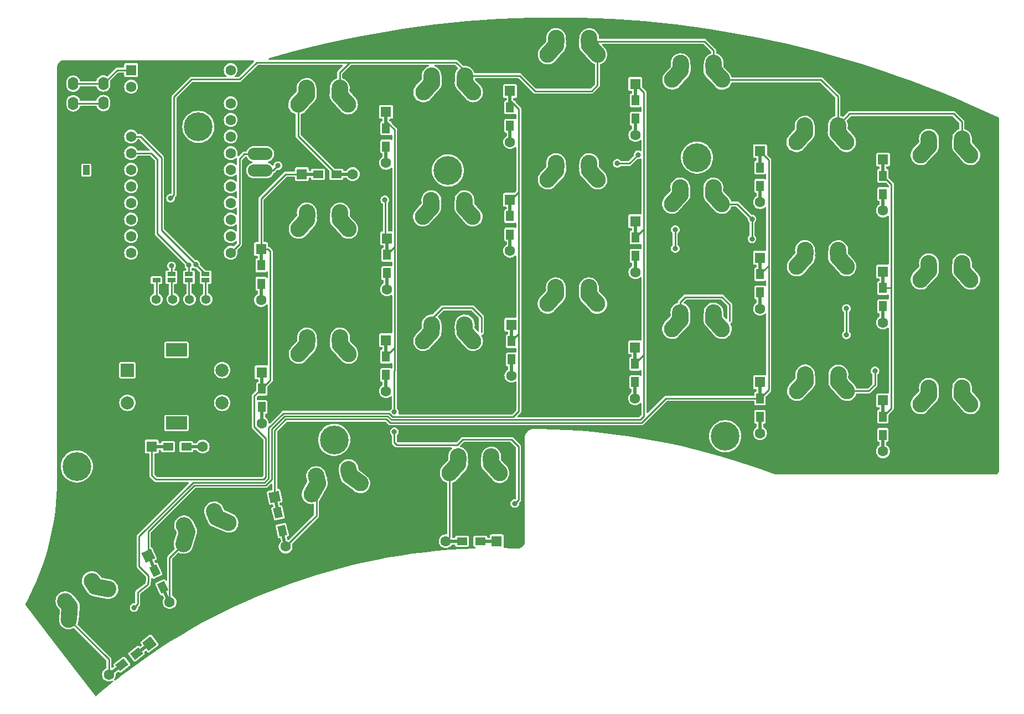
<source format=gbr>
%TF.GenerationSoftware,KiCad,Pcbnew,7.0.6*%
%TF.CreationDate,2024-02-22T22:41:17+11:00*%
%TF.ProjectId,Pteron36v0,50746572-6f6e-4333-9676-302e6b696361,rev?*%
%TF.SameCoordinates,Original*%
%TF.FileFunction,Copper,L2,Bot*%
%TF.FilePolarity,Positive*%
%FSLAX46Y46*%
G04 Gerber Fmt 4.6, Leading zero omitted, Abs format (unit mm)*
G04 Created by KiCad (PCBNEW 7.0.6) date 2024-02-22 22:41:17*
%MOMM*%
%LPD*%
G01*
G04 APERTURE LIST*
G04 Aperture macros list*
%AMHorizOval*
0 Thick line with rounded ends*
0 $1 width*
0 $2 $3 position (X,Y) of the first rounded end (center of the circle)*
0 $4 $5 position (X,Y) of the second rounded end (center of the circle)*
0 Add line between two ends*
20,1,$1,$2,$3,$4,$5,0*
0 Add two circle primitives to create the rounded ends*
1,1,$1,$2,$3*
1,1,$1,$4,$5*%
%AMRotRect*
0 Rectangle, with rotation*
0 The origin of the aperture is its center*
0 $1 length*
0 $2 width*
0 $3 Rotation angle, in degrees counterclockwise*
0 Add horizontal line*
21,1,$1,$2,0,0,$3*%
G04 Aperture macros list end*
%TA.AperFunction,ComponentPad*%
%ADD10C,2.000000*%
%TD*%
%TA.AperFunction,SMDPad,CuDef*%
%ADD11HorizOval,2.500000X-0.654995X0.730004X0.654995X-0.730004X0*%
%TD*%
%TA.AperFunction,SMDPad,CuDef*%
%ADD12HorizOval,2.500000X-0.019999X-0.290000X0.019999X0.290000X0*%
%TD*%
%TA.AperFunction,SMDPad,CuDef*%
%ADD13HorizOval,2.500000X-0.019999X0.290000X0.019999X-0.290000X0*%
%TD*%
%TA.AperFunction,SMDPad,CuDef*%
%ADD14HorizOval,2.500000X0.654995X0.730004X-0.654995X-0.730004X0*%
%TD*%
%TA.AperFunction,SMDPad,CuDef*%
%ADD15R,0.500000X2.900000*%
%TD*%
%TA.AperFunction,SMDPad,CuDef*%
%ADD16R,1.200000X1.600000*%
%TD*%
%TA.AperFunction,ComponentPad*%
%ADD17C,1.600000*%
%TD*%
%TA.AperFunction,ComponentPad*%
%ADD18R,1.600000X1.600000*%
%TD*%
%TA.AperFunction,ComponentPad*%
%ADD19R,2.000000X2.000000*%
%TD*%
%TA.AperFunction,ComponentPad*%
%ADD20R,3.200000X2.000000*%
%TD*%
%TA.AperFunction,ComponentPad*%
%ADD21C,4.400000*%
%TD*%
%TA.AperFunction,SMDPad,CuDef*%
%ADD22HorizOval,2.500000X-0.964041X0.180415X0.964041X-0.180415X0*%
%TD*%
%TA.AperFunction,SMDPad,CuDef*%
%ADD23HorizOval,2.500000X-0.160675X0.242247X0.160675X-0.242247X0*%
%TD*%
%TA.AperFunction,SMDPad,CuDef*%
%ADD24HorizOval,2.500000X-0.192407X0.217898X0.192407X-0.217898X0*%
%TD*%
%TA.AperFunction,SMDPad,CuDef*%
%ADD25HorizOval,2.500000X0.075244X0.977887X-0.075244X-0.977887X0*%
%TD*%
%TA.AperFunction,SMDPad,CuDef*%
%ADD26HorizOval,2.500000X-0.797471X0.570933X0.797471X-0.570933X0*%
%TD*%
%TA.AperFunction,SMDPad,CuDef*%
%ADD27HorizOval,2.500000X-0.043243X0.287455X0.043243X-0.287455X0*%
%TD*%
%TA.AperFunction,SMDPad,CuDef*%
%ADD28HorizOval,2.500000X0.481468X0.854467X-0.481468X-0.854467X0*%
%TD*%
%TA.AperFunction,SMDPad,CuDef*%
%ADD29HorizOval,2.500000X-0.082293X0.278797X0.082293X-0.278797X0*%
%TD*%
%TA.AperFunction,SMDPad,CuDef*%
%ADD30R,1.600000X1.200000*%
%TD*%
%TA.AperFunction,SMDPad,CuDef*%
%ADD31R,2.900000X0.500000*%
%TD*%
%TA.AperFunction,SMDPad,CuDef*%
%ADD32HorizOval,2.500000X-0.902141X0.384796X0.902141X-0.384796X0*%
%TD*%
%TA.AperFunction,SMDPad,CuDef*%
%ADD33HorizOval,2.500000X-0.104434X0.271281X0.104434X-0.271281X0*%
%TD*%
%TA.AperFunction,SMDPad,CuDef*%
%ADD34HorizOval,2.500000X-0.140685X0.254377X0.140685X-0.254377X0*%
%TD*%
%TA.AperFunction,SMDPad,CuDef*%
%ADD35HorizOval,2.500000X0.285114X0.938422X-0.285114X-0.938422X0*%
%TD*%
%TA.AperFunction,ComponentPad*%
%ADD36O,1.600000X2.000000*%
%TD*%
%TA.AperFunction,ComponentPad*%
%ADD37C,1.397000*%
%TD*%
%TA.AperFunction,SMDPad,CuDef*%
%ADD38R,1.000000X1.500000*%
%TD*%
%TA.AperFunction,SMDPad,CuDef*%
%ADD39RotRect,1.600000X1.200000X37.500000*%
%TD*%
%TA.AperFunction,SMDPad,CuDef*%
%ADD40RotRect,2.900000X0.500000X37.500000*%
%TD*%
%TA.AperFunction,ComponentPad*%
%ADD41RotRect,1.600000X1.600000X37.500000*%
%TD*%
%TA.AperFunction,SMDPad,CuDef*%
%ADD42RotRect,2.900000X0.500000X115.000000*%
%TD*%
%TA.AperFunction,SMDPad,CuDef*%
%ADD43RotRect,1.600000X1.200000X115.000000*%
%TD*%
%TA.AperFunction,ComponentPad*%
%ADD44RotRect,1.600000X1.600000X115.000000*%
%TD*%
%TA.AperFunction,ComponentPad*%
%ADD45RotRect,1.600000X1.600000X102.500000*%
%TD*%
%TA.AperFunction,SMDPad,CuDef*%
%ADD46RotRect,2.900000X0.500000X102.500000*%
%TD*%
%TA.AperFunction,SMDPad,CuDef*%
%ADD47RotRect,1.600000X1.200000X102.500000*%
%TD*%
%TA.AperFunction,SMDPad,CuDef*%
%ADD48R,1.270000X0.635000*%
%TD*%
%TA.AperFunction,SMDPad,CuDef*%
%ADD49O,3.759200X1.879600*%
%TD*%
%TA.AperFunction,ViaPad*%
%ADD50C,0.800000*%
%TD*%
%TA.AperFunction,Conductor*%
%ADD51C,0.250000*%
%TD*%
G04 APERTURE END LIST*
D10*
%TO.P,SW25,1,1*%
%TO.N,/Row4*%
X178196513Y-120410813D03*
X179466513Y-122950813D03*
X178156513Y-120990813D03*
D11*
X178811513Y-122220813D03*
D10*
X178156513Y-121490813D03*
D12*
X178176513Y-120700813D03*
D10*
%TO.P,SW25,2,2*%
%TO.N,Net-(D25-A)*%
X171846513Y-122950813D03*
D13*
X173136513Y-120700813D03*
D10*
X173156513Y-120990813D03*
D14*
X172501513Y-122220813D03*
D10*
X173156513Y-121490813D03*
X173116513Y-120410813D03*
%TD*%
%TO.P,SW7,1,1*%
%TO.N,/Row1*%
X231229902Y-69781632D03*
D12*
X231209902Y-70071632D03*
D10*
X231189902Y-70861632D03*
X231189902Y-70361632D03*
D11*
X231844902Y-71591632D03*
D10*
X232499902Y-72321632D03*
D13*
%TO.P,SW7,2,2*%
%TO.N,Net-(D7-A)*%
X226169902Y-70071632D03*
D10*
X226149902Y-69781632D03*
X226189902Y-70861632D03*
X226189902Y-70361632D03*
D14*
X225534902Y-71591632D03*
D10*
X224879902Y-72321632D03*
%TD*%
%TO.P,SW3,2,2*%
%TO.N,Net-(D3-A)*%
X245189902Y-110961632D03*
X245189902Y-110461632D03*
D13*
X245169902Y-110171632D03*
D10*
X245149902Y-109881632D03*
D14*
X244534902Y-111691632D03*
D10*
X243879902Y-112421632D03*
%TO.P,SW3,1,1*%
%TO.N,/Row3*%
X251499902Y-112421632D03*
D11*
X250844902Y-111691632D03*
D10*
X250229902Y-109881632D03*
D12*
X250209902Y-110171632D03*
D10*
X250189902Y-110961632D03*
X250189902Y-110461632D03*
%TD*%
%TO.P,SW2,2,2*%
%TO.N,Net-(D2-A)*%
X245189902Y-91911632D03*
X245189902Y-91411632D03*
D13*
X245169902Y-91121632D03*
D10*
X245149902Y-90831632D03*
D14*
X244534902Y-92641632D03*
D10*
X243879902Y-93371632D03*
%TO.P,SW2,1,1*%
%TO.N,/Row2*%
X251499902Y-93371632D03*
D11*
X250844902Y-92641632D03*
D10*
X250229902Y-90831632D03*
D12*
X250209902Y-91121632D03*
D10*
X250189902Y-91911632D03*
X250189902Y-91411632D03*
%TD*%
%TO.P,SW1,2,2*%
%TO.N,Net-(D1-A)*%
X245189902Y-72861632D03*
X245189902Y-72361632D03*
D13*
X245169902Y-72071632D03*
D10*
X245149902Y-71781632D03*
D14*
X244534902Y-73591632D03*
D10*
X243879902Y-74321632D03*
%TO.P,SW1,1,1*%
%TO.N,/Row1*%
X251499902Y-74321632D03*
D11*
X250844902Y-73591632D03*
D10*
X250229902Y-71781632D03*
D12*
X250209902Y-72071632D03*
D10*
X250189902Y-72861632D03*
X250189902Y-72361632D03*
%TD*%
D15*
%TO.P,D3,2,A*%
%TO.N,Net-(D3-A)*%
X238125000Y-118200000D03*
D16*
X238125000Y-117100000D03*
%TO.P,D3,1,K*%
%TO.N,/Col6*%
X238125000Y-114300000D03*
D15*
X238125000Y-113200000D03*
D17*
%TO.P,D3,2,A*%
%TO.N,Net-(D3-A)*%
X238125000Y-119600000D03*
D18*
%TO.P,D3,1,K*%
%TO.N,/Col6*%
X238125000Y-111800000D03*
%TD*%
D15*
%TO.P,D2,2,A*%
%TO.N,Net-(D2-A)*%
X238125000Y-98515000D03*
D16*
X238125000Y-97415000D03*
%TO.P,D2,1,K*%
%TO.N,/Col6*%
X238125000Y-94615000D03*
D15*
X238125000Y-93515000D03*
D17*
%TO.P,D2,2,A*%
%TO.N,Net-(D2-A)*%
X238125000Y-99915000D03*
D18*
%TO.P,D2,1,K*%
%TO.N,/Col6*%
X238125000Y-92115000D03*
%TD*%
D15*
%TO.P,D1,2,A*%
%TO.N,Net-(D1-A)*%
X238125000Y-81370000D03*
D16*
X238125000Y-80270000D03*
%TO.P,D1,1,K*%
%TO.N,/Col6*%
X238125000Y-77470000D03*
D15*
X238125000Y-76370000D03*
D17*
%TO.P,D1,2,A*%
%TO.N,Net-(D1-A)*%
X238125000Y-82770000D03*
D18*
%TO.P,D1,1,K*%
%TO.N,/Col6*%
X238125000Y-74970000D03*
%TD*%
D19*
%TO.P,RE1,A,A*%
%TO.N,/RotA*%
X122550000Y-107200000D03*
D10*
%TO.P,RE1,B,B*%
%TO.N,/RotB*%
X122550000Y-112200000D03*
%TO.P,RE1,C,C*%
%TO.N,GND*%
X122550000Y-109700000D03*
D20*
%TO.P,RE1,MP*%
%TO.N,N/C*%
X130050000Y-115300000D03*
X130050000Y-104100000D03*
D10*
%TO.P,RE1,S1,S1*%
%TO.N,Net-(D_RE1-A)*%
X137050000Y-112200000D03*
%TO.P,RE1,S2,S2*%
%TO.N,/Row4*%
X137050000Y-107200000D03*
%TD*%
D21*
%TO.P,H2,1*%
%TO.N,N/C*%
X209675193Y-74672944D03*
%TD*%
%TO.P,H4,1*%
%TO.N,N/C*%
X133407968Y-69973943D03*
%TD*%
%TO.P,H5,1*%
%TO.N,N/C*%
X171577783Y-76654143D03*
%TD*%
%TO.P,H6,1*%
%TO.N,N/C*%
X214000000Y-117300000D03*
%TD*%
%TO.P,H1,1*%
%TO.N,N/C*%
X114808000Y-121920000D03*
%TD*%
%TO.P,H3,1*%
%TO.N,N/C*%
X154178000Y-117856000D03*
%TD*%
D10*
%TO.P,SW20,1,1*%
%TO.N,/Row4*%
X117415180Y-139930998D03*
X119647645Y-140688493D03*
D22*
X118683603Y-140508084D03*
D10*
X117719561Y-140327675D03*
X117093832Y-139446503D03*
D23*
X117254506Y-139688751D03*
D10*
%TO.P,SW20,2,2*%
%TO.N,Net-(D20-A)*%
X113752794Y-143371482D03*
X113602293Y-145327256D03*
D24*
X113256005Y-142756908D03*
D10*
X113063597Y-142539011D03*
X113448413Y-142974806D03*
D25*
X113677543Y-144349369D03*
%TD*%
D18*
%TO.P,U1,1,TX*%
%TO.N,/Serial*%
X123120968Y-61299844D03*
D17*
%TO.P,U1,2,RX*%
%TO.N,unconnected-(U1-RX-Pad2)*%
X123120968Y-63839844D03*
%TO.P,U1,3,GND*%
%TO.N,GND*%
X123120968Y-66379844D03*
%TO.P,U1,4,GND*%
X123120968Y-68919844D03*
%TO.P,U1,5,SCL*%
%TO.N,SDA*%
X123120968Y-71459844D03*
%TO.P,U1,6,SDA*%
%TO.N,SCL*%
X123120968Y-73999844D03*
%TO.P,U1,7,D4*%
%TO.N,unconnected-(U1-D4-Pad7)*%
X123120968Y-76539844D03*
%TO.P,U1,8,C6*%
%TO.N,/Col6*%
X123120968Y-79079844D03*
%TO.P,U1,9,D7*%
%TO.N,/Row2*%
X123120968Y-81619844D03*
%TO.P,U1,10,E6*%
%TO.N,/Row1*%
X123120968Y-84159844D03*
%TO.P,U1,11,B4*%
%TO.N,/Row3*%
X123120968Y-86699844D03*
%TO.P,U1,12,B5*%
%TO.N,/Row4*%
X123120968Y-89239844D03*
%TO.P,U1,13,B6*%
%TO.N,/PWM*%
X138360968Y-89239844D03*
%TO.P,U1,14,B2*%
%TO.N,/Col5*%
X138360968Y-86699844D03*
%TO.P,U1,15,B3*%
%TO.N,/Col4*%
X138360968Y-84159844D03*
%TO.P,U1,16,B1*%
%TO.N,/Col3*%
X138360968Y-81619844D03*
%TO.P,U1,17,F7*%
%TO.N,/Col2*%
X138360968Y-79079844D03*
%TO.P,U1,18,F6*%
%TO.N,/Col1*%
X138360968Y-76539844D03*
%TO.P,U1,19,F5*%
%TO.N,/RotB*%
X138360968Y-73999844D03*
%TO.P,U1,20,F4*%
%TO.N,/RotA*%
X138360968Y-71459844D03*
%TO.P,U1,21,VCC*%
%TO.N,VCC*%
X138360968Y-68919844D03*
%TO.P,U1,22,RST*%
%TO.N,Net-(U1-RST)*%
X138360968Y-66379844D03*
%TO.P,U1,23,GND*%
%TO.N,GND*%
X138360968Y-63839844D03*
%TO.P,U1,24,RAW*%
%TO.N,unconnected-(U1-RAW-Pad24)*%
X138360968Y-61299844D03*
%TD*%
D10*
%TO.P,SW27,1,1*%
%TO.N,/Row2*%
X155074645Y-83054727D03*
D11*
X155689645Y-84864727D03*
D12*
X155054645Y-83344727D03*
D10*
X155034645Y-83634727D03*
X155034645Y-84134727D03*
X156344645Y-85594727D03*
%TO.P,SW27,2,2*%
%TO.N,Net-(D27-A)*%
X148724645Y-85594727D03*
X149994645Y-83054727D03*
D13*
X150014645Y-83344727D03*
D14*
X149379645Y-84864727D03*
D10*
X150034645Y-84134727D03*
X150034645Y-83634727D03*
%TD*%
D12*
%TO.P,SW19,1,1*%
%TO.N,/Row3*%
X193134760Y-94810009D03*
D10*
X193114760Y-95100009D03*
X193154760Y-94520009D03*
X193114760Y-95600009D03*
D11*
X193769760Y-96330009D03*
D10*
X194424760Y-97060009D03*
%TO.P,SW19,2,2*%
%TO.N,Net-(D19-A)*%
X188114760Y-95100009D03*
D13*
X188094760Y-94810009D03*
D10*
X186804760Y-97060009D03*
X188114760Y-95600009D03*
X188074760Y-94520009D03*
D14*
X187459760Y-96330009D03*
%TD*%
D12*
%TO.P,SW26,1,1*%
%TO.N,/Row1*%
X155011001Y-64309832D03*
D10*
X155031001Y-64019832D03*
X154991001Y-65099832D03*
D11*
X155646001Y-65829832D03*
D10*
X154991001Y-64599832D03*
X156301001Y-66559832D03*
D14*
%TO.P,SW26,2,2*%
%TO.N,Net-(D26-A)*%
X149336001Y-65829832D03*
D10*
X149991001Y-65099832D03*
X149951001Y-64019832D03*
X148681001Y-66559832D03*
X149991001Y-64599832D03*
D13*
X149971001Y-64309832D03*
%TD*%
D10*
%TO.P,SW23,1,1*%
%TO.N,/Row2*%
X174077782Y-81749207D03*
X175387782Y-83709207D03*
D12*
X174097782Y-81459207D03*
D10*
X174077782Y-82249207D03*
D11*
X174732782Y-82979207D03*
D10*
X174117782Y-81169207D03*
%TO.P,SW23,2,2*%
%TO.N,Net-(D23-A)*%
X169077782Y-81749207D03*
D14*
X168422782Y-82979207D03*
D10*
X169077782Y-82249207D03*
X167767782Y-83709207D03*
D13*
X169057782Y-81459207D03*
D10*
X169037782Y-81169207D03*
%TD*%
D11*
%TO.P,SW28,1,1*%
%TO.N,/Row3*%
X155709023Y-103990179D03*
D10*
X156364023Y-104720179D03*
X155054023Y-102760179D03*
X155054023Y-103260179D03*
X155094023Y-102180179D03*
D12*
X155074023Y-102470179D03*
D13*
%TO.P,SW28,2,2*%
%TO.N,Net-(D28-A)*%
X150034023Y-102470179D03*
D14*
X149399023Y-103990179D03*
D10*
X150014023Y-102180179D03*
X150054023Y-103260179D03*
X148744023Y-104720179D03*
X150054023Y-102760179D03*
%TD*%
D11*
%TO.P,SW22,1,1*%
%TO.N,/Row1*%
X174779694Y-63968582D03*
D12*
X174144694Y-62448582D03*
D10*
X175434694Y-64698582D03*
X174124694Y-62738582D03*
X174124694Y-63238582D03*
X174164694Y-62158582D03*
%TO.P,SW22,2,2*%
%TO.N,Net-(D22-A)*%
X169124694Y-63238582D03*
X169084694Y-62158582D03*
D13*
X169104694Y-62448582D03*
D14*
X168469694Y-63968582D03*
D10*
X167814694Y-64698582D03*
X169124694Y-62738582D03*
%TD*%
D12*
%TO.P,SW24,1,1*%
%TO.N,/Row3*%
X174141427Y-100494103D03*
D10*
X174121427Y-100784103D03*
D11*
X174776427Y-102014103D03*
D10*
X174161427Y-100204103D03*
X174121427Y-101284103D03*
X175431427Y-102744103D03*
%TO.P,SW24,2,2*%
%TO.N,Net-(D24-A)*%
X167811427Y-102744103D03*
D13*
X169101427Y-100494103D03*
D10*
X169121427Y-101284103D03*
X169081427Y-100204103D03*
D14*
X168466427Y-102014103D03*
D10*
X169121427Y-100784103D03*
%TD*%
D12*
%TO.P,SW12,1,1*%
%TO.N,/Row1*%
X212222729Y-60519418D03*
D10*
X212202729Y-60809418D03*
D11*
X212857729Y-62039418D03*
D10*
X213512729Y-62769418D03*
X212202729Y-61309418D03*
X212242729Y-60229418D03*
%TO.P,SW12,2,2*%
%TO.N,Net-(D12-A)*%
X207202729Y-60809418D03*
D13*
X207182729Y-60519418D03*
D10*
X207202729Y-61309418D03*
X207162729Y-60229418D03*
D14*
X206547729Y-62039418D03*
D10*
X205892729Y-62769418D03*
%TD*%
%TO.P,SW10,1,1*%
%TO.N,/Row4*%
X156472160Y-122879303D03*
X156580380Y-123367451D03*
D26*
X157377854Y-123938379D03*
D10*
X156385677Y-122304394D03*
X158175329Y-124509307D03*
D27*
X156428918Y-122591848D03*
D10*
%TO.P,SW10,2,2*%
%TO.N,Net-(D10-A)*%
X151590680Y-123961501D03*
X151698900Y-124449649D03*
X151426093Y-123403907D03*
X150735954Y-126158577D03*
D28*
X151217427Y-125304113D03*
D29*
X151508386Y-123682704D03*
%TD*%
D10*
%TO.P,SW9,1,1*%
%TO.N,/Row3*%
X231317191Y-107851435D03*
X232587191Y-110391435D03*
X231277191Y-108431435D03*
D12*
X231297191Y-108141435D03*
D10*
X231277191Y-108931435D03*
D11*
X231932191Y-109661435D03*
D10*
%TO.P,SW9,2,2*%
%TO.N,Net-(D9-A)*%
X226277191Y-108431435D03*
X226237191Y-107851435D03*
D14*
X225622191Y-109661435D03*
D13*
X226257191Y-108141435D03*
D10*
X224967191Y-110391435D03*
X226277191Y-108931435D03*
%TD*%
%TO.P,SW8,1,1*%
%TO.N,/Row2*%
X231233550Y-89896534D03*
X232543550Y-91356534D03*
D12*
X231253550Y-89106534D03*
D11*
X231888550Y-90626534D03*
D10*
X231233550Y-89396534D03*
X231273550Y-88816534D03*
%TO.P,SW8,2,2*%
%TO.N,Net-(D8-A)*%
X224923550Y-91356534D03*
X226193550Y-88816534D03*
D13*
X226213550Y-89106534D03*
D14*
X225578550Y-90626534D03*
D10*
X226233550Y-89896534D03*
X226233550Y-89396534D03*
%TD*%
D18*
%TO.P,D22,1,K*%
%TO.N,/Col4*%
X162114161Y-67681297D03*
D15*
X162114161Y-69081297D03*
D16*
X162114161Y-70181297D03*
D17*
%TO.P,D22,2,A*%
%TO.N,Net-(D22-A)*%
X162114161Y-75481297D03*
D16*
X162114161Y-72981297D03*
D15*
X162114161Y-74081297D03*
%TD*%
D16*
%TO.P,D19,1,K*%
%TO.N,/Col3*%
X181289170Y-102741131D03*
D15*
X181289170Y-101641131D03*
D18*
X181289170Y-100241131D03*
D16*
%TO.P,D19,2,A*%
%TO.N,Net-(D19-A)*%
X181289170Y-105541131D03*
D15*
X181289170Y-106641131D03*
D17*
X181289170Y-108041131D03*
%TD*%
D30*
%TO.P,D26,1,K*%
%TO.N,/Col5*%
X151718369Y-77212943D03*
D31*
X150618369Y-77212943D03*
D18*
X149218369Y-77212943D03*
D31*
%TO.P,D26,2,A*%
%TO.N,Net-(D26-A)*%
X155618369Y-77212943D03*
D30*
X154518369Y-77212943D03*
D17*
X157018369Y-77212943D03*
%TD*%
D16*
%TO.P,D28,1,K*%
%TO.N,/Col5*%
X143092015Y-110021782D03*
D18*
X143092015Y-107521782D03*
D15*
X143092015Y-108921782D03*
D17*
%TO.P,D28,2,A*%
%TO.N,Net-(D28-A)*%
X143092015Y-115321782D03*
D15*
X143092015Y-113921782D03*
D16*
X143092015Y-112821782D03*
%TD*%
D15*
%TO.P,D27,1,K*%
%TO.N,/Col5*%
X142999847Y-90068004D03*
D16*
X142999847Y-91168004D03*
D18*
X142999847Y-88668004D03*
D15*
%TO.P,D27,2,A*%
%TO.N,Net-(D27-A)*%
X142999847Y-95068004D03*
D16*
X142999847Y-93968004D03*
D17*
X142999847Y-96468004D03*
%TD*%
D15*
%TO.P,D14,1,K*%
%TO.N,/Col2*%
X200213177Y-105107103D03*
D18*
X200213177Y-103707103D03*
D16*
X200213177Y-106207103D03*
%TO.P,D14,2,A*%
%TO.N,Net-(D14-A)*%
X200213177Y-109007103D03*
D17*
X200213177Y-111507103D03*
D15*
X200213177Y-110107103D03*
%TD*%
D18*
%TO.P,D24,1,K*%
%TO.N,/Col4*%
X162104377Y-102608300D03*
D15*
X162104377Y-104008300D03*
D16*
X162104377Y-105108300D03*
%TO.P,D24,2,A*%
%TO.N,Net-(D24-A)*%
X162104377Y-107908300D03*
D17*
X162104377Y-110408300D03*
D15*
X162104377Y-109008300D03*
%TD*%
%TO.P,D9,1,K*%
%TO.N,/Col1*%
X219320188Y-110431435D03*
D16*
X219320188Y-111531435D03*
D18*
X219320188Y-109031435D03*
D15*
%TO.P,D9,2,A*%
%TO.N,Net-(D9-A)*%
X219320188Y-115431435D03*
D17*
X219320188Y-116831435D03*
D16*
X219320188Y-114331435D03*
%TD*%
D12*
%TO.P,SW17,1,1*%
%TO.N,/Row1*%
X193162292Y-56673929D03*
D11*
X193797292Y-58193929D03*
D10*
X193182292Y-56383929D03*
X193142292Y-56963929D03*
X193142292Y-57463929D03*
X194452292Y-58923929D03*
%TO.P,SW17,2,2*%
%TO.N,Net-(D17-A)*%
X188102292Y-56383929D03*
X188142292Y-57463929D03*
D13*
X188122292Y-56673929D03*
D10*
X186832292Y-58923929D03*
X188142292Y-56963929D03*
D14*
X187487292Y-58193929D03*
%TD*%
D16*
%TO.P,D13,1,K*%
%TO.N,/Col2*%
X200242334Y-86900540D03*
D18*
X200242334Y-84400540D03*
D15*
X200242334Y-85800540D03*
D16*
%TO.P,D13,2,A*%
%TO.N,Net-(D13-A)*%
X200242334Y-89700540D03*
D17*
X200242334Y-92200540D03*
D15*
X200242334Y-90800540D03*
%TD*%
D32*
%TO.P,SW15,1,1*%
%TO.N,/Row4*%
X137132048Y-130172686D03*
D33*
X135914163Y-129063461D03*
D10*
X138034191Y-130557476D03*
X136018596Y-129334742D03*
X135809730Y-128792179D03*
X136229905Y-129787896D03*
%TO.P,SW15,2,2*%
%TO.N,Net-(D15-A)*%
X131487057Y-131447834D03*
D34*
X131346372Y-131193457D03*
D10*
X131698366Y-131900988D03*
D35*
X131413246Y-132839407D03*
D10*
X131128126Y-133777827D03*
X131205686Y-130939080D03*
%TD*%
D12*
%TO.P,SW14,1,1*%
%TO.N,/Row3*%
X212195192Y-98655490D03*
D10*
X212215192Y-98365490D03*
X212175192Y-98945490D03*
X212175192Y-99445490D03*
D11*
X212830192Y-100175490D03*
D10*
X213485192Y-100905490D03*
%TO.P,SW14,2,2*%
%TO.N,Net-(D14-A)*%
X207135192Y-98365490D03*
D13*
X207155192Y-98655490D03*
D10*
X207175192Y-99445490D03*
X207175192Y-98945490D03*
X205865192Y-100905490D03*
D14*
X206520192Y-100175490D03*
%TD*%
D16*
%TO.P,D17,1,K*%
%TO.N,/Col3*%
X181083769Y-66999142D03*
D15*
X181083769Y-65899142D03*
D18*
X181083769Y-64499142D03*
D15*
%TO.P,D17,2,A*%
%TO.N,Net-(D17-A)*%
X181083769Y-70899142D03*
D16*
X181083769Y-69799142D03*
D17*
X181083769Y-72299142D03*
%TD*%
D18*
%TO.P,D8,1,K*%
%TO.N,/Col1*%
X219320189Y-89996535D03*
D16*
X219320189Y-92496535D03*
D15*
X219320189Y-91396535D03*
%TO.P,D8,2,A*%
%TO.N,Net-(D8-A)*%
X219320189Y-96396535D03*
D16*
X219320189Y-95296535D03*
D17*
X219320189Y-97796535D03*
%TD*%
D10*
%TO.P,SW18,1,1*%
%TO.N,/Row2*%
X194471675Y-78049380D03*
X193161675Y-76089380D03*
X193201675Y-75509380D03*
D12*
X193181675Y-75799380D03*
D11*
X193816675Y-77319380D03*
D10*
X193161675Y-76589380D03*
%TO.P,SW18,2,2*%
%TO.N,Net-(D18-A)*%
X188161675Y-76089380D03*
D14*
X187506675Y-77319380D03*
D13*
X188141675Y-75799380D03*
D10*
X186851675Y-78049380D03*
X188161675Y-76589380D03*
X188121675Y-75509380D03*
%TD*%
D16*
%TO.P,D23,1,K*%
%TO.N,/Col4*%
X162266117Y-89536384D03*
D18*
X162266117Y-87036384D03*
D15*
X162266117Y-88436384D03*
D17*
%TO.P,D23,2,A*%
%TO.N,Net-(D23-A)*%
X162266117Y-94836384D03*
D15*
X162266117Y-93436384D03*
D16*
X162266117Y-92336384D03*
%TD*%
D18*
%TO.P,D18,1,K*%
%TO.N,/Col3*%
X181083770Y-81136143D03*
D16*
X181083770Y-83636143D03*
D15*
X181083770Y-82536143D03*
%TO.P,D18,2,A*%
%TO.N,Net-(D18-A)*%
X181083770Y-87536143D03*
D17*
X181083770Y-88936143D03*
D16*
X181083770Y-86436143D03*
%TD*%
%TO.P,D12,1,K*%
%TO.N,/Col2*%
X200242333Y-65910000D03*
D15*
X200242333Y-64810000D03*
D18*
X200242333Y-63410000D03*
D17*
%TO.P,D12,2,A*%
%TO.N,Net-(D12-A)*%
X200242333Y-71210000D03*
D16*
X200242333Y-68710000D03*
D15*
X200242333Y-69810000D03*
%TD*%
%TO.P,D7,1,K*%
%TO.N,/Col1*%
X219320190Y-75092116D03*
D16*
X219320190Y-76192116D03*
D18*
X219320190Y-73692116D03*
D16*
%TO.P,D7,2,A*%
%TO.N,Net-(D7-A)*%
X219320190Y-78992116D03*
D15*
X219320190Y-80092116D03*
D17*
X219320190Y-81492116D03*
%TD*%
D36*
%TO.P,J1,1*%
%TO.N,GND*%
X114267769Y-71444144D03*
%TO.P,J1,2*%
X118867769Y-70344144D03*
%TO.P,J1,3*%
%TO.N,VCC*%
X118867769Y-66344144D03*
%TO.P,J1,4*%
%TO.N,/Serial*%
X118867769Y-63344144D03*
%TD*%
D37*
%TO.P,J3,1,Pin_1*%
%TO.N,Net-(J3-Pin_1)*%
X134601768Y-96339143D03*
%TO.P,J3,2,Pin_2*%
%TO.N,Net-(J3-Pin_2)*%
X132061768Y-96339143D03*
%TO.P,J3,3,Pin_3*%
%TO.N,Net-(J3-Pin_3)*%
X129521768Y-96339143D03*
%TO.P,J3,4,Pin_4*%
%TO.N,Net-(J3-Pin_4)*%
X126981768Y-96339143D03*
%TD*%
D30*
%TO.P,D_RE1,1,K*%
%TO.N,/Col5*%
X128769999Y-118884001D03*
D31*
X127669999Y-118884001D03*
D18*
X126269999Y-118884001D03*
D30*
%TO.P,D_RE1,2,A*%
%TO.N,Net-(D_RE1-A)*%
X131569999Y-118884001D03*
D31*
X132669999Y-118884001D03*
D17*
X134069999Y-118884001D03*
%TD*%
D10*
%TO.P,SW13,1,1*%
%TO.N,/Row2*%
X212155820Y-79820046D03*
X212155820Y-80320046D03*
X213465820Y-81780046D03*
X212195820Y-79240046D03*
D12*
X212175820Y-79530046D03*
D11*
X212810820Y-81050046D03*
D10*
%TO.P,SW13,2,2*%
%TO.N,Net-(D13-A)*%
X207115820Y-79240046D03*
X205845820Y-81780046D03*
X207155820Y-79820046D03*
D13*
X207135820Y-79530046D03*
D14*
X206500820Y-81050046D03*
D10*
X207155820Y-80320046D03*
%TD*%
D18*
%TO.P,D25,1,K*%
%TO.N,/Col4*%
X179048514Y-133364814D03*
D30*
X176548514Y-133364814D03*
D31*
X177648514Y-133364814D03*
%TO.P,D25,2,A*%
%TO.N,Net-(D25-A)*%
X172648514Y-133364814D03*
D17*
X171248514Y-133364814D03*
D30*
X173748514Y-133364814D03*
%TD*%
D38*
%TO.P,JP10,1,1*%
%TO.N,Net-(U1-RST)*%
X116250000Y-76600000D03*
%TO.P,JP10,2,2*%
%TO.N,GND*%
X117550000Y-76600000D03*
%TD*%
D39*
%TO.P,D20,1,K*%
%TO.N,/Col3*%
X123935209Y-150546547D03*
D40*
X124807897Y-149876909D03*
D41*
X125918592Y-149024643D03*
D17*
%TO.P,D20,2,A*%
%TO.N,Net-(D20-A)*%
X119730436Y-153772983D03*
D39*
X121713819Y-152251079D03*
D40*
X120841131Y-152920717D03*
%TD*%
D42*
%TO.P,D15,1,K*%
%TO.N,/Col2*%
X126306221Y-136872374D03*
D43*
X126771101Y-137869312D03*
D44*
X125714556Y-135603543D03*
D17*
%TO.P,D15,2,A*%
%TO.N,Net-(D15-A)*%
X129010978Y-142672743D03*
D42*
X128419313Y-141403912D03*
D43*
X127954433Y-140406974D03*
%TD*%
D45*
%TO.P,D10,1,K*%
%TO.N,/Col1*%
X145060655Y-126567587D03*
D46*
X145363670Y-127934401D03*
D47*
X145601754Y-129008327D03*
%TO.P,D10,2,A*%
%TO.N,Net-(D10-A)*%
X146207784Y-131741955D03*
D17*
X146748883Y-134182695D03*
D46*
X146445868Y-132815881D03*
%TD*%
D36*
%TO.P,J2,1*%
%TO.N,GND*%
X118867769Y-71480142D03*
%TO.P,J2,2*%
X114267769Y-70380142D03*
%TO.P,J2,3*%
%TO.N,VCC*%
X114267769Y-66380142D03*
%TO.P,J2,4*%
%TO.N,/Serial*%
X114267769Y-63380142D03*
%TD*%
D48*
%TO.P,JP5,1,1*%
%TO.N,SDA*%
X134500169Y-92511363D03*
%TO.P,JP5,2,2*%
%TO.N,Net-(J3-Pin_1)*%
X134500169Y-93410523D03*
%TD*%
%TO.P,JP6,1,1*%
%TO.N,SCL*%
X131960168Y-92511364D03*
%TO.P,JP6,2,2*%
%TO.N,Net-(J3-Pin_2)*%
X131960168Y-93410524D03*
%TD*%
%TO.P,JP7,1,1*%
%TO.N,VCC*%
X129293169Y-92511364D03*
%TO.P,JP7,2,2*%
%TO.N,Net-(J3-Pin_3)*%
X129293169Y-93410524D03*
%TD*%
%TO.P,JP8,1,1*%
%TO.N,GND*%
X127007168Y-92511364D03*
%TO.P,JP8,2,2*%
%TO.N,Net-(J3-Pin_4)*%
X127007168Y-93410524D03*
%TD*%
D49*
%TO.P,PWM_PAD1,1,Pin_1*%
%TO.N,GND*%
X142856770Y-71574144D03*
%TO.P,PWM_PAD1,2,Pin_2*%
%TO.N,/PWM*%
X142856770Y-74114144D03*
%TO.P,PWM_PAD1,3,Pin_3*%
%TO.N,VCC*%
X142856770Y-76654144D03*
%TD*%
D50*
%TO.N,/Row1*%
X129159000Y-80899000D03*
%TO.N,/Row2*%
X197485000Y-75565000D03*
X200660000Y-74257500D03*
%TO.N,Net-(D13-A)*%
X206353817Y-88595094D03*
X206353818Y-85699493D03*
%TO.N,/Col3*%
X123584391Y-143508300D03*
%TO.N,/Col4*%
X163384391Y-116608300D03*
X161925000Y-81153000D03*
X181800000Y-127600000D03*
X163384391Y-113608300D03*
%TO.N,/Row2*%
X218091569Y-87118943D03*
X232543550Y-97762162D03*
X232543549Y-101800762D03*
X218091567Y-84070943D03*
%TO.N,/Row3*%
X236901368Y-107315000D03*
%TO.N,VCC*%
X129301632Y-91242205D03*
X145574569Y-75917544D03*
%TO.N,GND*%
X136201969Y-92478343D03*
X117600000Y-76600000D03*
X141942368Y-69491343D03*
%TO.N,SCL*%
X131960168Y-91157542D03*
%TO.N,SDA*%
X132997759Y-91008955D03*
%TO.N,/PWM*%
X142856768Y-74114143D03*
%TO.N,Net-(U1-RST)*%
X116200000Y-76600000D03*
%TD*%
D51*
%TO.N,/Row1*%
X142324847Y-60113153D02*
X156580597Y-60113153D01*
X139723156Y-62714844D02*
X142324847Y-60113153D01*
X129667000Y-80391000D02*
X129667000Y-65405000D01*
X129159000Y-80899000D02*
X129667000Y-80391000D01*
X132357156Y-62714844D02*
X139723156Y-62714844D01*
X129667000Y-65405000D02*
X132357156Y-62714844D01*
%TO.N,SDA*%
X124545844Y-71459844D02*
X123120969Y-71459844D01*
X127762000Y-85773196D02*
X127762000Y-74676000D01*
X132997759Y-91008955D02*
X127762000Y-85773196D01*
X127762000Y-74676000D02*
X124545844Y-71459844D01*
%TO.N,SCL*%
X127127000Y-86324374D02*
X131960168Y-91157542D01*
X127127000Y-74930000D02*
X127127000Y-86324374D01*
X126196843Y-73999843D02*
X127127000Y-74930000D01*
X123120968Y-73999843D02*
X126196843Y-73999843D01*
%TO.N,/Col4*%
X162008367Y-86778634D02*
X162266118Y-87036382D01*
X162008367Y-81236367D02*
X162008367Y-86778634D01*
X161925000Y-81153000D02*
X162008367Y-81236367D01*
%TO.N,/Row2*%
X199352500Y-75565000D02*
X200660000Y-74257500D01*
X197485000Y-75565000D02*
X199352500Y-75565000D01*
%TO.N,/Col2*%
X201556168Y-64723835D02*
X201556168Y-82165942D01*
X200242333Y-63410000D02*
X201556168Y-64723835D01*
%TO.N,/Col6*%
X239395000Y-113030000D02*
X238125000Y-114300000D01*
X239395000Y-94615000D02*
X239395000Y-113030000D01*
X239395000Y-78740000D02*
X238125000Y-77470000D01*
X238125000Y-94615000D02*
X239395000Y-94615000D01*
X239395000Y-94615000D02*
X239395000Y-78740000D01*
%TO.N,/Row1*%
X248920000Y-67945000D02*
X233066534Y-67945000D01*
X250209902Y-69234902D02*
X248920000Y-67945000D01*
X233066534Y-67945000D02*
X231229902Y-69781632D01*
X250209902Y-72071632D02*
X250209902Y-69234902D01*
%TO.N,/Row3*%
X236901368Y-109432842D02*
X236901368Y-107315000D01*
%TO.N,/Col1*%
X219320190Y-73692116D02*
X220656968Y-75028894D01*
X145060655Y-116410781D02*
X146772396Y-114699040D01*
X220656968Y-110194655D02*
X219320190Y-111531435D01*
X204896971Y-111531435D02*
X219320188Y-111531435D01*
X220557580Y-91259144D02*
X219320189Y-92496534D01*
X220656968Y-75028894D02*
X220656967Y-91259144D01*
X146772396Y-114699040D02*
X162179081Y-114699040D01*
X220656967Y-91259144D02*
X220557580Y-91259144D01*
X145060655Y-126567588D02*
X145060655Y-116410781D01*
X220656967Y-91259144D02*
X220656967Y-108962943D01*
X162711892Y-115231851D02*
X201196555Y-115231851D01*
X162179081Y-114699040D02*
X162711892Y-115231851D01*
X201196555Y-115231851D02*
X204896971Y-111531435D01*
X220656967Y-108962943D02*
X220656968Y-110194655D01*
%TO.N,Net-(D9-A)*%
X226237192Y-107851434D02*
X226237192Y-106633920D01*
%TO.N,Net-(D10-A)*%
X150481641Y-130449940D02*
X146748882Y-134182699D01*
X150483387Y-130449941D02*
X151482514Y-129450813D01*
X151482514Y-129450813D02*
X151482515Y-126905137D01*
X150481641Y-130449940D02*
X150483387Y-130449941D01*
X151482515Y-126905137D02*
X150735954Y-126158577D01*
%TO.N,/Col2*%
X201556168Y-103980076D02*
X201556168Y-114236523D01*
X201556168Y-85586705D02*
X200242334Y-86900542D01*
X144611135Y-116224583D02*
X144611135Y-123924596D01*
X144917859Y-115917859D02*
X144611135Y-116224583D01*
X201556167Y-104864110D02*
X200213179Y-106207103D01*
X201556168Y-103980076D02*
X201556167Y-104864110D01*
X146586198Y-114249520D02*
X144917859Y-115917859D01*
X201556168Y-114236523D02*
X201010360Y-114782331D01*
X132767170Y-124823564D02*
X125714559Y-131876175D01*
X201556168Y-82165942D02*
X201556168Y-85586705D01*
X201556168Y-82165942D02*
X201556168Y-103980076D01*
X144611135Y-123924596D02*
X143712168Y-124823563D01*
X125714559Y-131876175D02*
X125714557Y-134461754D01*
X201010360Y-114782331D02*
X162898090Y-114782331D01*
X162365279Y-114249520D02*
X146586198Y-114249520D01*
X162898090Y-114782331D02*
X162365279Y-114249520D01*
X125714557Y-134461754D02*
X125714559Y-135603543D01*
X143712168Y-124823563D02*
X132767170Y-124823564D01*
%TO.N,Net-(D13-A)*%
X206353818Y-85699493D02*
X206353817Y-88595094D01*
%TO.N,Net-(D14-A)*%
X207900000Y-96000000D02*
X213500000Y-96000000D01*
X207135192Y-96764808D02*
X207900000Y-96000000D01*
X207135192Y-98365490D02*
X207135192Y-96764808D01*
X214675192Y-97175192D02*
X214675192Y-99645490D01*
X213500000Y-96000000D02*
X214675192Y-97175192D01*
%TO.N,Net-(D15-A)*%
X129010978Y-135894975D02*
X129010978Y-142672743D01*
X131205686Y-130939080D02*
X130832048Y-130291919D01*
X131128126Y-133777827D02*
X129010978Y-135894975D01*
%TO.N,/Col3*%
X144161615Y-116038386D02*
X144161615Y-123738398D01*
X163084288Y-114332811D02*
X162551477Y-113800000D01*
X125696134Y-139969012D02*
X124142872Y-141160872D01*
X124142872Y-141160872D02*
X124142872Y-142949819D01*
X132580770Y-124373553D02*
X124326896Y-132627429D01*
X182413682Y-104197235D02*
X182413682Y-113479009D01*
X124326896Y-137150804D02*
X125784391Y-138608299D01*
X124326896Y-132627429D02*
X124326896Y-137150804D01*
X182404568Y-101625734D02*
X182404569Y-104188122D01*
X181083768Y-65899143D02*
X182404569Y-67219943D01*
X182413682Y-113479009D02*
X181559880Y-114332811D01*
X181559880Y-114332811D02*
X163084288Y-114332811D01*
X182404569Y-79956141D02*
X182404568Y-101625734D01*
X182404568Y-101625734D02*
X181289172Y-102741129D01*
X125784391Y-139298633D02*
X125696134Y-139969012D01*
X182404569Y-104188122D02*
X182404569Y-104467142D01*
X144161615Y-123738398D02*
X143526460Y-124373553D01*
X124142872Y-142949819D02*
X123584391Y-143508300D01*
X125784391Y-138608299D02*
X125784391Y-139298633D01*
X182404569Y-67219943D02*
X182404569Y-79956141D01*
X182404569Y-104467142D02*
X182414172Y-104476747D01*
X181083769Y-81276942D02*
X182404569Y-79956141D01*
X182404569Y-104188122D02*
X182413682Y-104197235D01*
X181083769Y-82536143D02*
X181083769Y-81276942D01*
X146400000Y-113800000D02*
X144161615Y-116038386D01*
X162551477Y-113800000D02*
X146400000Y-113800000D01*
X143526460Y-124373553D02*
X132580770Y-124373553D01*
%TO.N,Net-(D20-A)*%
X119730435Y-153772983D02*
X119730436Y-151455399D01*
X112506203Y-141573571D02*
X113063599Y-142539011D01*
X119730436Y-151455399D02*
X113602292Y-145327256D01*
%TO.N,/Col4*%
X163430769Y-103781908D02*
X162104377Y-105108299D01*
X163384390Y-118257326D02*
X163384391Y-116608300D01*
X162114161Y-69081298D02*
X163430770Y-70397907D01*
X173028780Y-118632814D02*
X163759878Y-118632813D01*
X163430770Y-70397907D02*
X163430768Y-87093543D01*
X163430768Y-103061921D02*
X163430768Y-107286914D01*
X163384391Y-107333292D02*
X163430768Y-107286914D01*
X182372000Y-118872000D02*
X181302292Y-117802292D01*
X181302292Y-117802292D02*
X173859301Y-117802292D01*
X163430768Y-87093543D02*
X163430770Y-88371733D01*
X163430768Y-87093543D02*
X163430768Y-103061921D01*
X181800000Y-127600000D02*
X182372000Y-127028000D01*
X163759878Y-118632813D02*
X163384390Y-118257326D01*
X163384391Y-113608300D02*
X163384391Y-107333292D01*
X163430770Y-88371733D02*
X162266119Y-89536384D01*
X182372000Y-127028000D02*
X182372000Y-118872000D01*
X163430768Y-103061921D02*
X163430769Y-103781908D01*
X173859301Y-117802292D02*
X173028780Y-118632814D01*
%TO.N,Net-(D23-A)*%
X169037785Y-81169206D02*
X169037784Y-80546728D01*
%TO.N,Net-(D24-A)*%
X175317969Y-97659944D02*
X176721426Y-99063403D01*
X169081429Y-100204103D02*
X169081428Y-99349882D01*
X176721426Y-99063403D02*
X176721427Y-101384103D01*
X169081428Y-99349882D02*
X170771369Y-97659944D01*
X170771369Y-97659944D02*
X175317969Y-97659944D01*
%TO.N,/Col5*%
X144406167Y-108707628D02*
X143092014Y-110021784D01*
X146717569Y-77212943D02*
X142999846Y-80930664D01*
X141967504Y-115867504D02*
X143712095Y-117612095D01*
X143078218Y-110021782D02*
X141967504Y-111132496D01*
X143340752Y-123923543D02*
X126916743Y-123923543D01*
X143712095Y-117612095D02*
X143712095Y-123552200D01*
X141967504Y-111132496D02*
X141967504Y-115867504D01*
X126300000Y-123306800D02*
X126300000Y-118914002D01*
X142999846Y-80930664D02*
X142999847Y-88668005D01*
X143092015Y-110021782D02*
X143078218Y-110021782D01*
X142999847Y-88668005D02*
X144049847Y-88668004D01*
X126916743Y-123923543D02*
X126300000Y-123306800D01*
X126300000Y-118914002D02*
X126269999Y-118884001D01*
X149218369Y-77212943D02*
X146717569Y-77212943D01*
X144049847Y-88668004D02*
X144406170Y-89024324D01*
X144406170Y-89024324D02*
X144406167Y-108707628D01*
X143712095Y-123552200D02*
X143340752Y-123923543D01*
%TO.N,Net-(D26-A)*%
X148681000Y-71375575D02*
X154518370Y-77212944D01*
X148681002Y-66559835D02*
X148681000Y-71375575D01*
%TO.N,/Row1*%
X184912000Y-64516000D02*
X193548000Y-64516000D01*
X193210222Y-56896000D02*
X210820000Y-56896000D01*
X227569418Y-62769418D02*
X228663168Y-62769418D01*
X228663168Y-62769418D02*
X229393750Y-63500000D01*
X231229902Y-69781632D02*
X231229902Y-65336152D01*
X174144694Y-61432194D02*
X174144694Y-62448582D01*
X170399267Y-60113154D02*
X172825654Y-60113154D01*
X217545508Y-62769418D02*
X227569418Y-62769418D01*
X172825654Y-60113154D02*
X174144694Y-61432194D01*
X155031001Y-64019832D02*
X155031001Y-61662749D01*
X231229902Y-65336152D02*
X229393750Y-63500000D01*
X194452293Y-63611707D02*
X194452293Y-58923929D01*
X212202729Y-58278729D02*
X212202729Y-61309418D01*
X193142293Y-56963929D02*
X193210222Y-56896000D01*
X182554581Y-62158581D02*
X184912000Y-64516000D01*
X193548000Y-64516000D02*
X194452293Y-63611707D01*
X156580597Y-60113153D02*
X170399267Y-60113154D01*
X210820000Y-56896000D02*
X212202729Y-58278729D01*
X213512730Y-62769417D02*
X217545508Y-62769418D01*
X155031001Y-61662749D02*
X156580597Y-60113153D01*
X174164694Y-62158581D02*
X182554581Y-62158581D01*
%TO.N,/Row2*%
X218091567Y-84070943D02*
X218091569Y-87118943D01*
X215800670Y-81780045D02*
X215445070Y-81780045D01*
X213465819Y-81780046D02*
X215445070Y-81780045D01*
X218091567Y-84070943D02*
X215800670Y-81780045D01*
X232543550Y-97762162D02*
X232543549Y-101800762D01*
%TO.N,/Row3*%
X232587192Y-110391435D02*
X235942777Y-110391435D01*
X235942777Y-110391435D02*
X236901368Y-109432842D01*
%TO.N,/Row4*%
X178196514Y-121680813D02*
X179466513Y-122950813D01*
X178196514Y-120410813D02*
X178196514Y-121680813D01*
%TO.N,/Serial*%
X118831767Y-63380143D02*
X118867768Y-63344142D01*
X120974669Y-61299843D02*
X123120969Y-61299844D01*
X114267769Y-63380143D02*
X118831767Y-63380143D01*
X118867768Y-63344142D02*
X118930369Y-63344143D01*
X118930369Y-63344143D02*
X120974669Y-61299843D01*
%TO.N,VCC*%
X129293169Y-92511364D02*
X129293169Y-91250669D01*
X129293169Y-91250669D02*
X129301632Y-91242205D01*
X118831768Y-66380142D02*
X118867768Y-66344144D01*
X142856770Y-76654144D02*
X144837967Y-76654142D01*
X144837967Y-76654142D02*
X145574569Y-75917544D01*
X114267769Y-66380144D02*
X118831768Y-66380142D01*
%TO.N,GND*%
X117767769Y-71444144D02*
X118867767Y-70344143D01*
X117350000Y-76600000D02*
X117600000Y-76600000D01*
X114267770Y-71444143D02*
X117767769Y-71444144D01*
%TO.N,Net-(J3-Pin_4)*%
X127007170Y-96313745D02*
X126981768Y-96339144D01*
X127007169Y-93410523D02*
X127007170Y-96313745D01*
%TO.N,Net-(J3-Pin_3)*%
X129293170Y-93410522D02*
X129293169Y-96110545D01*
X129293169Y-96110545D02*
X129521768Y-96339143D01*
%TO.N,Net-(J3-Pin_2)*%
X131960168Y-96237542D02*
X132061768Y-96339144D01*
X131960167Y-93410523D02*
X131960168Y-96237542D01*
%TO.N,Net-(J3-Pin_1)*%
X134500169Y-93410523D02*
X134500170Y-96237544D01*
X134500170Y-96237544D02*
X134601768Y-96339143D01*
%TO.N,SCL*%
X131960168Y-92511364D02*
X132130349Y-92511364D01*
X131960168Y-91157542D02*
X131960168Y-92511364D01*
%TO.N,SDA*%
X132997759Y-91008955D02*
X134500168Y-92511363D01*
%TO.N,/PWM*%
X142856768Y-74114143D02*
X142856768Y-74114143D01*
X139707168Y-87893643D02*
X139707168Y-74850742D01*
X138360969Y-89239843D02*
X139707168Y-87893643D01*
X140443768Y-74114143D02*
X142856768Y-74114143D01*
X139707168Y-74850742D02*
X140443768Y-74114143D01*
%TO.N,Net-(D25-A)*%
X173136515Y-120700812D02*
X173136513Y-119160797D01*
X171846513Y-132766815D02*
X171846513Y-122950813D01*
X171248514Y-133364814D02*
X171846513Y-132766815D01*
X171846515Y-122950812D02*
X171846513Y-122880813D01*
%TD*%
%TA.AperFunction,Conductor*%
%TO.N,GND*%
G36*
X191730840Y-53293247D02*
G01*
X194190948Y-53369928D01*
X196649558Y-53485027D01*
X199106071Y-53638515D01*
X201559886Y-53830355D01*
X204010405Y-54060500D01*
X206457031Y-54328893D01*
X208899166Y-54635471D01*
X211336214Y-54980156D01*
X213767581Y-55362866D01*
X216192673Y-55783508D01*
X218610899Y-56241977D01*
X221021669Y-56738164D01*
X223424394Y-57271946D01*
X225818489Y-57843193D01*
X228203368Y-58451766D01*
X230578451Y-59097516D01*
X232943158Y-59780286D01*
X235296911Y-60499910D01*
X237639136Y-61256211D01*
X239969263Y-62049005D01*
X242286722Y-62878099D01*
X244590947Y-63743291D01*
X246881377Y-64644368D01*
X249157454Y-65581112D01*
X251418620Y-66553294D01*
X253664325Y-67560677D01*
X255806860Y-68562267D01*
X255860100Y-68609236D01*
X255879500Y-68676411D01*
X255879500Y-122551457D01*
X255879104Y-122558516D01*
X255865808Y-122676521D01*
X255859529Y-122704030D01*
X255823830Y-122806049D01*
X255811588Y-122831469D01*
X255754076Y-122922999D01*
X255736484Y-122945058D01*
X255660058Y-123021484D01*
X255637999Y-123039076D01*
X255546469Y-123096588D01*
X255521049Y-123108830D01*
X255419030Y-123144529D01*
X255391521Y-123150808D01*
X255310905Y-123159891D01*
X255273513Y-123164104D01*
X255266457Y-123164500D01*
X221642978Y-123164500D01*
X221597969Y-123156187D01*
X220697580Y-122811838D01*
X218831589Y-122137941D01*
X216953308Y-121499096D01*
X215063396Y-120895527D01*
X213162516Y-120327446D01*
X211251334Y-119795051D01*
X209330519Y-119298530D01*
X207400746Y-118838056D01*
X205462690Y-118413791D01*
X203517031Y-118025884D01*
X201564450Y-117674470D01*
X199605633Y-117359672D01*
X199184128Y-117300005D01*
X211540647Y-117300005D01*
X211560039Y-117608233D01*
X211617911Y-117911611D01*
X211617914Y-117911624D01*
X211713347Y-118205339D01*
X211713350Y-118205347D01*
X211768066Y-118321622D01*
X211844853Y-118484802D01*
X211844854Y-118484803D01*
X211844858Y-118484811D01*
X212010338Y-118745566D01*
X212010340Y-118745569D01*
X212207208Y-118983542D01*
X212207210Y-118983544D01*
X212432349Y-119194964D01*
X212624462Y-119334542D01*
X212682213Y-119376500D01*
X212952858Y-119525289D01*
X213240018Y-119638984D01*
X213539163Y-119715791D01*
X213845576Y-119754500D01*
X213845579Y-119754500D01*
X214154421Y-119754500D01*
X214154424Y-119754500D01*
X214460837Y-119715791D01*
X214759982Y-119638984D01*
X214858436Y-119600003D01*
X237065398Y-119600003D01*
X237085756Y-119806711D01*
X237085757Y-119806717D01*
X237085758Y-119806718D01*
X237123913Y-119932498D01*
X237146055Y-120005492D01*
X237243974Y-120188686D01*
X237375747Y-120349252D01*
X237536313Y-120481024D01*
X237536313Y-120481025D01*
X237536317Y-120481027D01*
X237719508Y-120578945D01*
X237918282Y-120639242D01*
X237918286Y-120639242D01*
X237918288Y-120639243D01*
X238124997Y-120659602D01*
X238125000Y-120659602D01*
X238125003Y-120659602D01*
X238331711Y-120639243D01*
X238331712Y-120639242D01*
X238331718Y-120639242D01*
X238530492Y-120578945D01*
X238713683Y-120481027D01*
X238713684Y-120481025D01*
X238713686Y-120481025D01*
X238713686Y-120481024D01*
X238874252Y-120349252D01*
X239006027Y-120188683D01*
X239103945Y-120005492D01*
X239164242Y-119806718D01*
X239166549Y-119783302D01*
X239184602Y-119600003D01*
X239184602Y-119599996D01*
X239164243Y-119393288D01*
X239164242Y-119393286D01*
X239164242Y-119393282D01*
X239103945Y-119194508D01*
X239017251Y-119032315D01*
X239006025Y-119011313D01*
X238874252Y-118850747D01*
X238713686Y-118718975D01*
X238713677Y-118718969D01*
X238696100Y-118709573D01*
X238645453Y-118659820D01*
X238629499Y-118598453D01*
X238629499Y-118280499D01*
X238649501Y-118212378D01*
X238703157Y-118165885D01*
X238744093Y-118156980D01*
X238743909Y-118155105D01*
X238750062Y-118154499D01*
X238750066Y-118154499D01*
X238750070Y-118154498D01*
X238750072Y-118154498D01*
X238786663Y-118147219D01*
X238824301Y-118139734D01*
X238908484Y-118083484D01*
X238964734Y-117999301D01*
X238979500Y-117925067D01*
X238979499Y-116274934D01*
X238979498Y-116274930D01*
X238979498Y-116274926D01*
X238964734Y-116200699D01*
X238908483Y-116116515D01*
X238824302Y-116060266D01*
X238750067Y-116045500D01*
X237499936Y-116045500D01*
X237499926Y-116045501D01*
X237425699Y-116060265D01*
X237341515Y-116116516D01*
X237285266Y-116200697D01*
X237270500Y-116274930D01*
X237270500Y-117925063D01*
X237270501Y-117925073D01*
X237285265Y-117999300D01*
X237341516Y-118083484D01*
X237425697Y-118139733D01*
X237425699Y-118139734D01*
X237499933Y-118154500D01*
X237499940Y-118154499D01*
X237506089Y-118155106D01*
X237505818Y-118157854D01*
X237562480Y-118174411D01*
X237609044Y-118228005D01*
X237620500Y-118280499D01*
X237620500Y-118598454D01*
X237600498Y-118666575D01*
X237553897Y-118709575D01*
X237536321Y-118718969D01*
X237536313Y-118718975D01*
X237375747Y-118850747D01*
X237243975Y-119011313D01*
X237243974Y-119011313D01*
X237146055Y-119194507D01*
X237085756Y-119393288D01*
X237065398Y-119599996D01*
X237065398Y-119600003D01*
X214858436Y-119600003D01*
X215047142Y-119525289D01*
X215317787Y-119376500D01*
X215567651Y-119194964D01*
X215792791Y-118983543D01*
X215989658Y-118745571D01*
X216155147Y-118484802D01*
X216286649Y-118205348D01*
X216382088Y-117911616D01*
X216439960Y-117608239D01*
X216451383Y-117426675D01*
X216459353Y-117300005D01*
X216459353Y-117299994D01*
X216442878Y-117038146D01*
X216439960Y-116991761D01*
X216409377Y-116831438D01*
X218260586Y-116831438D01*
X218280944Y-117038146D01*
X218341243Y-117236927D01*
X218439162Y-117420121D01*
X218570935Y-117580687D01*
X218731501Y-117712459D01*
X218731501Y-117712460D01*
X218731505Y-117712462D01*
X218914696Y-117810380D01*
X219113470Y-117870677D01*
X219113474Y-117870677D01*
X219113476Y-117870678D01*
X219320185Y-117891037D01*
X219320188Y-117891037D01*
X219320191Y-117891037D01*
X219526899Y-117870678D01*
X219526900Y-117870677D01*
X219526906Y-117870677D01*
X219725680Y-117810380D01*
X219908871Y-117712462D01*
X219908872Y-117712460D01*
X219908874Y-117712460D01*
X219908874Y-117712459D01*
X220069440Y-117580687D01*
X220201215Y-117420118D01*
X220299133Y-117236927D01*
X220359430Y-117038153D01*
X220362047Y-117011590D01*
X220379790Y-116831438D01*
X220379790Y-116831431D01*
X220359431Y-116624723D01*
X220359430Y-116624721D01*
X220359430Y-116624717D01*
X220299133Y-116425943D01*
X220201215Y-116242752D01*
X220201213Y-116242748D01*
X220069440Y-116082182D01*
X219908874Y-115950410D01*
X219908865Y-115950404D01*
X219891288Y-115941008D01*
X219840641Y-115891255D01*
X219824687Y-115829888D01*
X219824687Y-115511934D01*
X219844689Y-115443813D01*
X219898345Y-115397320D01*
X219939281Y-115388415D01*
X219939097Y-115386540D01*
X219945250Y-115385934D01*
X219945254Y-115385934D01*
X219945258Y-115385933D01*
X219945260Y-115385933D01*
X219981851Y-115378654D01*
X220019489Y-115371169D01*
X220103672Y-115314919D01*
X220159922Y-115230736D01*
X220174688Y-115156502D01*
X220174687Y-113506369D01*
X220174686Y-113506365D01*
X220174686Y-113506361D01*
X220159922Y-113432134D01*
X220148742Y-113415402D01*
X220103672Y-113347951D01*
X220103671Y-113347950D01*
X220019490Y-113291701D01*
X219945255Y-113276935D01*
X218695124Y-113276935D01*
X218695114Y-113276936D01*
X218620887Y-113291700D01*
X218536703Y-113347951D01*
X218480454Y-113432132D01*
X218465688Y-113506365D01*
X218465688Y-115156498D01*
X218465689Y-115156508D01*
X218480453Y-115230735D01*
X218536704Y-115314919D01*
X218620885Y-115371168D01*
X218620887Y-115371169D01*
X218695121Y-115385935D01*
X218695128Y-115385934D01*
X218701277Y-115386541D01*
X218701006Y-115389289D01*
X218757668Y-115405846D01*
X218804232Y-115459440D01*
X218815688Y-115511934D01*
X218815688Y-115829889D01*
X218795686Y-115898010D01*
X218749085Y-115941010D01*
X218731509Y-115950404D01*
X218731501Y-115950410D01*
X218570935Y-116082182D01*
X218439163Y-116242748D01*
X218439162Y-116242748D01*
X218341243Y-116425942D01*
X218280944Y-116624723D01*
X218260586Y-116831431D01*
X218260586Y-116831438D01*
X216409377Y-116831438D01*
X216382088Y-116688384D01*
X216337788Y-116552043D01*
X216286652Y-116394660D01*
X216286649Y-116394652D01*
X216282778Y-116386426D01*
X216155147Y-116115198D01*
X216155141Y-116115188D01*
X215989661Y-115854433D01*
X215989659Y-115854430D01*
X215792791Y-115616457D01*
X215792789Y-115616455D01*
X215567650Y-115405035D01*
X215317789Y-115223501D01*
X215273768Y-115199300D01*
X215047142Y-115074711D01*
X214759982Y-114961016D01*
X214460837Y-114884209D01*
X214460831Y-114884208D01*
X214460823Y-114884207D01*
X214154439Y-114845501D01*
X214154426Y-114845500D01*
X214154424Y-114845500D01*
X213845576Y-114845500D01*
X213845573Y-114845500D01*
X213845560Y-114845501D01*
X213539176Y-114884207D01*
X213539163Y-114884209D01*
X213240021Y-114961015D01*
X212952858Y-115074711D01*
X212682210Y-115223501D01*
X212432350Y-115405035D01*
X212432349Y-115405035D01*
X212207210Y-115616455D01*
X212207208Y-115616457D01*
X212010340Y-115854430D01*
X212010338Y-115854433D01*
X211844858Y-116115188D01*
X211844854Y-116115196D01*
X211713350Y-116394652D01*
X211713347Y-116394660D01*
X211617914Y-116688375D01*
X211617911Y-116688388D01*
X211560039Y-116991766D01*
X211540647Y-117299994D01*
X211540647Y-117300005D01*
X199184128Y-117300005D01*
X197641266Y-117081602D01*
X195672037Y-116840356D01*
X193698637Y-116636019D01*
X191721757Y-116468663D01*
X189742091Y-116338347D01*
X187760331Y-116245115D01*
X185777174Y-116189001D01*
X184789028Y-116179536D01*
X184783870Y-116179275D01*
X184679399Y-116169684D01*
X184679396Y-116169684D01*
X184679394Y-116169684D01*
X184559276Y-116178620D01*
X184463179Y-116185770D01*
X184252623Y-116237417D01*
X184252611Y-116237421D01*
X184053507Y-116323207D01*
X184053499Y-116323211D01*
X183871333Y-116440774D01*
X183871326Y-116440779D01*
X183711144Y-116586860D01*
X183711135Y-116586869D01*
X183577330Y-116757463D01*
X183473608Y-116947848D01*
X183402828Y-117152775D01*
X183402826Y-117152784D01*
X183366942Y-117366594D01*
X183366941Y-117366603D01*
X183366895Y-117464246D01*
X183366891Y-117464302D01*
X183366891Y-133347246D01*
X183366651Y-133352743D01*
X183350804Y-133533755D01*
X183346985Y-133555396D01*
X183302074Y-133722900D01*
X183294554Y-133743550D01*
X183221217Y-133900712D01*
X183210222Y-133919741D01*
X183110699Y-134061762D01*
X183096566Y-134078591D01*
X182973877Y-134201162D01*
X182957034Y-134215280D01*
X182814913Y-134314670D01*
X182795874Y-134325646D01*
X182638646Y-134398830D01*
X182617988Y-134406331D01*
X182450433Y-134451083D01*
X182428788Y-134454880D01*
X182248849Y-134470458D01*
X182241223Y-134470655D01*
X181299859Y-134437976D01*
X180208520Y-134422075D01*
X180140698Y-134401082D01*
X180094992Y-134346755D01*
X180085913Y-134276341D01*
X180086777Y-134271505D01*
X180088246Y-134264117D01*
X180088248Y-134264115D01*
X180103014Y-134189881D01*
X180103013Y-132539748D01*
X180103012Y-132539744D01*
X180103012Y-132539740D01*
X180088248Y-132465513D01*
X180088247Y-132465511D01*
X180031998Y-132381330D01*
X180031982Y-132381319D01*
X179947816Y-132325080D01*
X179873581Y-132310314D01*
X178223450Y-132310314D01*
X178223440Y-132310315D01*
X178149213Y-132325079D01*
X178065029Y-132381330D01*
X178008780Y-132465511D01*
X177994014Y-132539744D01*
X177994014Y-132734314D01*
X177974012Y-132802435D01*
X177920356Y-132848928D01*
X177868014Y-132860314D01*
X177729013Y-132860314D01*
X177660892Y-132840312D01*
X177614399Y-132786656D01*
X177605494Y-132745720D01*
X177603619Y-132745905D01*
X177603012Y-132739741D01*
X177588248Y-132665513D01*
X177554871Y-132615561D01*
X177531998Y-132581330D01*
X177529767Y-132579839D01*
X177447816Y-132525080D01*
X177373581Y-132510314D01*
X175723450Y-132510314D01*
X175723440Y-132510315D01*
X175649213Y-132525079D01*
X175565029Y-132581330D01*
X175508780Y-132665511D01*
X175494014Y-132739744D01*
X175494014Y-133989877D01*
X175494015Y-133989887D01*
X175508779Y-134064114D01*
X175565030Y-134148298D01*
X175649211Y-134204547D01*
X175649213Y-134204548D01*
X175690654Y-134212791D01*
X175717262Y-134218084D01*
X175780172Y-134250992D01*
X175815304Y-134312687D01*
X175811504Y-134383581D01*
X175769978Y-134441167D01*
X175703911Y-134467162D01*
X175695918Y-134467621D01*
X175621143Y-134469542D01*
X175621143Y-134469543D01*
X173729939Y-134556248D01*
X171840864Y-134680998D01*
X169954681Y-134843743D01*
X168072157Y-135044418D01*
X166194052Y-135282940D01*
X164321129Y-135559213D01*
X162454145Y-135873125D01*
X160593857Y-136224549D01*
X158741019Y-136613343D01*
X156896381Y-137039349D01*
X155060691Y-137502395D01*
X153234692Y-138002293D01*
X151419125Y-138538840D01*
X149614723Y-139111819D01*
X147822219Y-139720998D01*
X146042339Y-140366131D01*
X144275804Y-141046955D01*
X142523328Y-141763195D01*
X140785623Y-142514561D01*
X139063393Y-143300749D01*
X137357334Y-144121440D01*
X135668139Y-144976301D01*
X133996490Y-145864987D01*
X132343067Y-146787136D01*
X130708538Y-147742376D01*
X129093565Y-148730320D01*
X127498804Y-149750568D01*
X125924899Y-150802705D01*
X124372489Y-151886307D01*
X122842202Y-153000933D01*
X121334658Y-154146132D01*
X121062480Y-154361666D01*
X120694802Y-154652824D01*
X120628980Y-154679433D01*
X120559222Y-154666232D01*
X120507674Y-154617413D01*
X120490703Y-154548474D01*
X120513697Y-154481305D01*
X120519165Y-154474131D01*
X120611463Y-154361666D01*
X120709381Y-154178475D01*
X120769678Y-153979701D01*
X120790038Y-153772983D01*
X120780678Y-153677960D01*
X120793906Y-153608211D01*
X120829363Y-153565653D01*
X121084387Y-153369966D01*
X121150607Y-153344367D01*
X121220155Y-153358632D01*
X121252131Y-153385684D01*
X121253510Y-153384394D01*
X121257741Y-153388911D01*
X121257745Y-153388916D01*
X121314650Y-153438822D01*
X121410524Y-153471366D01*
X121410526Y-153471365D01*
X121410527Y-153471366D01*
X121461038Y-153468055D01*
X121511553Y-153464745D01*
X121579436Y-153431268D01*
X122888574Y-152426730D01*
X122938480Y-152369825D01*
X122971024Y-152273952D01*
X122964403Y-152172922D01*
X122930927Y-152105039D01*
X122930925Y-152105037D01*
X122930924Y-152105034D01*
X122169898Y-151113248D01*
X122169895Y-151113245D01*
X122169893Y-151113242D01*
X122169890Y-151113239D01*
X122169887Y-151113236D01*
X122112990Y-151063337D01*
X122112988Y-151063336D01*
X122017114Y-151030792D01*
X122017112Y-151030792D01*
X122017110Y-151030791D01*
X121916087Y-151037412D01*
X121916082Y-151037413D01*
X121848201Y-151070889D01*
X120539070Y-152075422D01*
X120539059Y-152075432D01*
X120489157Y-152132334D01*
X120456614Y-152228204D01*
X120456613Y-152228209D01*
X120463234Y-152329232D01*
X120463235Y-152329235D01*
X120496713Y-152397123D01*
X120499981Y-152402378D01*
X120497664Y-152403818D01*
X120519006Y-152459051D01*
X120504729Y-152528597D01*
X120470145Y-152569475D01*
X120312639Y-152690334D01*
X120246419Y-152715935D01*
X120176870Y-152701670D01*
X120126074Y-152652069D01*
X120109935Y-152590372D01*
X120109935Y-151507828D01*
X120112618Y-151481963D01*
X120114855Y-151471299D01*
X120110420Y-151435727D01*
X120109935Y-151427913D01*
X120109936Y-151423956D01*
X120106052Y-151400681D01*
X120099188Y-151345617D01*
X120099186Y-151345613D01*
X120096922Y-151338008D01*
X120094336Y-151330474D01*
X120094336Y-151330472D01*
X120067935Y-151281688D01*
X120043562Y-151231831D01*
X120043559Y-151231828D01*
X120043559Y-151231827D01*
X120038958Y-151225382D01*
X120034057Y-151219085D01*
X119993249Y-151181518D01*
X119335408Y-150523677D01*
X122678003Y-150523677D01*
X122684624Y-150624700D01*
X122684625Y-150624703D01*
X122718103Y-150692591D01*
X123479129Y-151684377D01*
X123479140Y-151684389D01*
X123536037Y-151734288D01*
X123536038Y-151734288D01*
X123536040Y-151734290D01*
X123631914Y-151766834D01*
X123631916Y-151766833D01*
X123631917Y-151766834D01*
X123682428Y-151763523D01*
X123732943Y-151760213D01*
X123800826Y-151726736D01*
X125109964Y-150722198D01*
X125159870Y-150665293D01*
X125192414Y-150569420D01*
X125185793Y-150468390D01*
X125152317Y-150400507D01*
X125152310Y-150400498D01*
X125149050Y-150395255D01*
X125151370Y-150393812D01*
X125130023Y-150338605D01*
X125144282Y-150269055D01*
X125178881Y-150228150D01*
X125258848Y-150166789D01*
X125289159Y-150143530D01*
X125355378Y-150117930D01*
X125424927Y-150132195D01*
X125465823Y-150166787D01*
X125584270Y-150321150D01*
X125584273Y-150321152D01*
X125584275Y-150321155D01*
X125641172Y-150371054D01*
X125641173Y-150371054D01*
X125641175Y-150371056D01*
X125737049Y-150403600D01*
X125737051Y-150403599D01*
X125737052Y-150403600D01*
X125780347Y-150400762D01*
X125838079Y-150396979D01*
X125905961Y-150363503D01*
X125961157Y-150321150D01*
X126292596Y-150066827D01*
X127215099Y-149358965D01*
X127265005Y-149302060D01*
X127297549Y-149206186D01*
X127290928Y-149105156D01*
X127257452Y-149037274D01*
X127257450Y-149037272D01*
X127257449Y-149037269D01*
X126252919Y-147728142D01*
X126252916Y-147728139D01*
X126252914Y-147728136D01*
X126252911Y-147728133D01*
X126252908Y-147728130D01*
X126196011Y-147678231D01*
X126196009Y-147678230D01*
X126100135Y-147645686D01*
X126100133Y-147645686D01*
X126100131Y-147645685D01*
X125999108Y-147652306D01*
X125999105Y-147652306D01*
X125931218Y-147685785D01*
X124622091Y-148690315D01*
X124622079Y-148690326D01*
X124572180Y-148747223D01*
X124572180Y-148747224D01*
X124539635Y-148843101D01*
X124539634Y-148843103D01*
X124546255Y-148944126D01*
X124546255Y-148944129D01*
X124579732Y-149012012D01*
X124698176Y-149166372D01*
X124723776Y-149232593D01*
X124709511Y-149302142D01*
X124674917Y-149343038D01*
X124564641Y-149427656D01*
X124498421Y-149453257D01*
X124428872Y-149438992D01*
X124396888Y-149411948D01*
X124395518Y-149413232D01*
X124391286Y-149408715D01*
X124391283Y-149408710D01*
X124334378Y-149358804D01*
X124238504Y-149326260D01*
X124238502Y-149326260D01*
X124238500Y-149326259D01*
X124137477Y-149332880D01*
X124137472Y-149332881D01*
X124069591Y-149366357D01*
X122760460Y-150370890D01*
X122760449Y-150370900D01*
X122710547Y-150427802D01*
X122678004Y-150523672D01*
X122678003Y-150523677D01*
X119335408Y-150523677D01*
X114969924Y-146158194D01*
X114935899Y-146095882D01*
X114940963Y-146025067D01*
X114942917Y-146020147D01*
X114983411Y-145924105D01*
X115035802Y-145799847D01*
X115035803Y-145799841D01*
X115035805Y-145799837D01*
X115093046Y-145563783D01*
X115093046Y-145563780D01*
X115093047Y-145563777D01*
X115251207Y-143508303D01*
X122925084Y-143508303D01*
X122944240Y-143666079D01*
X122961651Y-143711986D01*
X123000604Y-143814695D01*
X123090893Y-143945501D01*
X123209862Y-144050899D01*
X123209863Y-144050899D01*
X123209865Y-144050901D01*
X123284591Y-144090120D01*
X123350598Y-144124763D01*
X123504920Y-144162800D01*
X123504921Y-144162800D01*
X123663861Y-144162800D01*
X123663862Y-144162800D01*
X123818184Y-144124763D01*
X123958920Y-144050899D01*
X124077889Y-143945501D01*
X124168178Y-143814695D01*
X124224540Y-143666082D01*
X124224540Y-143666081D01*
X124224541Y-143666079D01*
X124243698Y-143508303D01*
X124243698Y-143508300D01*
X124243698Y-143508296D01*
X124237816Y-143459862D01*
X124249460Y-143389831D01*
X124273799Y-143355584D01*
X124374148Y-143255235D01*
X124394325Y-143238850D01*
X124403454Y-143232887D01*
X124425479Y-143204588D01*
X124430647Y-143198736D01*
X124433452Y-143195933D01*
X124433456Y-143195928D01*
X124447166Y-143176725D01*
X124481244Y-143132942D01*
X124481244Y-143132941D01*
X124481247Y-143132938D01*
X124481248Y-143132933D01*
X124485028Y-143125950D01*
X124488521Y-143118803D01*
X124488525Y-143118799D01*
X124504350Y-143065639D01*
X124522372Y-143013146D01*
X124522372Y-143013142D01*
X124523677Y-143005321D01*
X124524663Y-142997411D01*
X124522371Y-142942008D01*
X124522371Y-142178479D01*
X124522371Y-141410151D01*
X124542373Y-141342034D01*
X124571662Y-141310198D01*
X125885567Y-140302002D01*
X125907709Y-140288392D01*
X125917539Y-140283671D01*
X125943070Y-140258487D01*
X125948959Y-140253360D01*
X125952104Y-140250948D01*
X125968207Y-140233695D01*
X126007712Y-140194731D01*
X126007715Y-140194724D01*
X126012389Y-140188272D01*
X126016772Y-140181665D01*
X126016771Y-140181665D01*
X126016774Y-140181663D01*
X126039407Y-140131014D01*
X126064122Y-140081332D01*
X126064122Y-140081327D01*
X126066434Y-140073752D01*
X126068446Y-140066031D01*
X126068448Y-140066029D01*
X126073408Y-140010791D01*
X126081830Y-139946819D01*
X126813315Y-139946819D01*
X126815448Y-139955536D01*
X126831305Y-140020337D01*
X126859748Y-140081333D01*
X127528681Y-141515864D01*
X127528682Y-141515865D01*
X127573437Y-141576904D01*
X127659994Y-141629428D01*
X127760062Y-141644830D01*
X127833581Y-141626840D01*
X127833593Y-141626834D01*
X127839421Y-141624786D01*
X127840332Y-141627379D01*
X127898761Y-141618463D01*
X127963594Y-141647398D01*
X127996101Y-141690081D01*
X128129961Y-141977144D01*
X128140622Y-142047336D01*
X128126888Y-142089790D01*
X128032033Y-142267250D01*
X127971734Y-142466031D01*
X127951376Y-142672739D01*
X127951376Y-142672746D01*
X127971734Y-142879454D01*
X127971735Y-142879460D01*
X127971736Y-142879461D01*
X128009741Y-143004748D01*
X128032033Y-143078235D01*
X128129952Y-143261429D01*
X128261725Y-143421995D01*
X128422291Y-143553767D01*
X128422291Y-143553768D01*
X128422295Y-143553770D01*
X128605486Y-143651688D01*
X128804260Y-143711985D01*
X128804264Y-143711985D01*
X128804266Y-143711986D01*
X129010975Y-143732345D01*
X129010978Y-143732345D01*
X129010981Y-143732345D01*
X129217689Y-143711986D01*
X129217690Y-143711985D01*
X129217696Y-143711985D01*
X129416470Y-143651688D01*
X129599661Y-143553770D01*
X129599662Y-143553768D01*
X129599664Y-143553768D01*
X129599664Y-143553767D01*
X129760230Y-143421995D01*
X129892005Y-143261426D01*
X129989923Y-143078235D01*
X130050220Y-142879461D01*
X130052748Y-142853800D01*
X130070580Y-142672746D01*
X130070580Y-142672739D01*
X130050221Y-142466031D01*
X130050220Y-142466029D01*
X130050220Y-142466025D01*
X129989923Y-142267251D01*
X129892005Y-142084060D01*
X129892003Y-142084056D01*
X129760230Y-141923490D01*
X129599666Y-141791719D01*
X129599662Y-141791716D01*
X129599661Y-141791716D01*
X129457081Y-141715505D01*
X129406433Y-141665752D01*
X129390478Y-141604383D01*
X129390478Y-136104359D01*
X129410480Y-136036238D01*
X129427378Y-136015268D01*
X130299932Y-135142713D01*
X130362243Y-135108690D01*
X130433058Y-135113754D01*
X130449029Y-135121015D01*
X130509028Y-135153508D01*
X130518467Y-135158620D01*
X130747856Y-135238536D01*
X130987095Y-135280620D01*
X131229986Y-135283784D01*
X131470239Y-135247943D01*
X131701632Y-135174028D01*
X131918171Y-135063952D01*
X132114249Y-134920566D01*
X132284786Y-134747583D01*
X132425368Y-134549485D01*
X132532351Y-134331401D01*
X133155513Y-132280329D01*
X133194254Y-132102420D01*
X133207194Y-131859853D01*
X133207194Y-131859851D01*
X133181057Y-131618348D01*
X133116520Y-131384173D01*
X133092709Y-131332257D01*
X133015251Y-131163374D01*
X132955422Y-131074236D01*
X132941432Y-131046530D01*
X132862402Y-130825983D01*
X132492905Y-130157884D01*
X132392249Y-130006157D01*
X132392247Y-130006155D01*
X132392244Y-130006150D01*
X132227235Y-129827905D01*
X132227233Y-129827903D01*
X132227232Y-129827902D01*
X132227231Y-129827901D01*
X132035757Y-129678422D01*
X131981611Y-129648720D01*
X131822792Y-129561598D01*
X131822790Y-129561597D01*
X131593829Y-129480444D01*
X131354823Y-129437070D01*
X131354826Y-129437070D01*
X131111953Y-129432598D01*
X131111952Y-129432598D01*
X131111950Y-129432598D01*
X131111944Y-129432598D01*
X131111942Y-129432599D01*
X130871511Y-129467143D01*
X130871504Y-129467144D01*
X130639722Y-129539810D01*
X130639719Y-129539811D01*
X130480265Y-129619790D01*
X130422587Y-129648720D01*
X130225742Y-129791046D01*
X130225741Y-129791047D01*
X130054276Y-129963105D01*
X129912629Y-130160444D01*
X129804473Y-130377943D01*
X129804470Y-130377951D01*
X129732606Y-130609979D01*
X129732605Y-130609983D01*
X129722481Y-130682219D01*
X129698890Y-130850547D01*
X129698890Y-130850550D01*
X129698890Y-130850551D01*
X129704201Y-131093401D01*
X129748399Y-131332252D01*
X129748400Y-131332257D01*
X129830342Y-131560931D01*
X129862097Y-131618348D01*
X130062034Y-131979862D01*
X130077499Y-132049154D01*
X130072332Y-132077470D01*
X129873349Y-132732405D01*
X129670979Y-133398485D01*
X129633299Y-133571525D01*
X129632238Y-133576396D01*
X129632236Y-133576405D01*
X129619297Y-133818959D01*
X129619297Y-133818962D01*
X129645434Y-134060465D01*
X129709972Y-134294641D01*
X129709973Y-134294644D01*
X129760154Y-134404056D01*
X129788094Y-134464974D01*
X129798311Y-134535232D01*
X129768923Y-134599860D01*
X129762660Y-134606597D01*
X128779702Y-135589555D01*
X128759529Y-135605939D01*
X128750397Y-135611905D01*
X128750394Y-135611908D01*
X128728372Y-135640202D01*
X128723209Y-135646048D01*
X128722263Y-135646994D01*
X128720393Y-135648865D01*
X128706683Y-135668068D01*
X128672606Y-135711851D01*
X128668813Y-135718859D01*
X128665324Y-135725997D01*
X128649498Y-135779157D01*
X128631477Y-135831648D01*
X128630172Y-135839470D01*
X128629185Y-135847385D01*
X128631478Y-135902800D01*
X128631478Y-139268634D01*
X128611476Y-139336755D01*
X128557820Y-139383248D01*
X128487546Y-139393352D01*
X128422966Y-139363858D01*
X128391284Y-139321885D01*
X128380185Y-139298085D01*
X128380184Y-139298083D01*
X128335429Y-139237044D01*
X128327141Y-139232015D01*
X128248872Y-139184520D01*
X128248872Y-139184519D01*
X128148804Y-139169118D01*
X128148802Y-139169118D01*
X128148801Y-139169118D01*
X128075291Y-139187106D01*
X128075282Y-139187109D01*
X127448543Y-139479363D01*
X126942280Y-139715438D01*
X126934697Y-139720998D01*
X126881239Y-139760193D01*
X126828717Y-139846749D01*
X126813315Y-139946819D01*
X126081830Y-139946819D01*
X126154031Y-139398396D01*
X126159782Y-139373927D01*
X126163891Y-139361960D01*
X126163891Y-139327642D01*
X126164431Y-139319410D01*
X126164749Y-139316991D01*
X126163891Y-139292101D01*
X126163891Y-139115652D01*
X126183893Y-139047531D01*
X126237549Y-139001038D01*
X126307823Y-138990934D01*
X126372403Y-139020428D01*
X126387795Y-139037126D01*
X126390105Y-139039242D01*
X126476662Y-139091766D01*
X126576730Y-139107168D01*
X126650249Y-139089178D01*
X127783254Y-138560848D01*
X127844294Y-138516094D01*
X127896817Y-138429537D01*
X127912219Y-138329469D01*
X127894229Y-138255949D01*
X127196852Y-136760421D01*
X127152097Y-136699382D01*
X127083578Y-136657804D01*
X127065540Y-136646858D01*
X127065540Y-136646857D01*
X126965472Y-136631456D01*
X126965470Y-136631456D01*
X126965469Y-136631456D01*
X126891952Y-136649445D01*
X126886117Y-136651498D01*
X126885214Y-136648931D01*
X126826633Y-136657804D01*
X126761832Y-136628796D01*
X126729432Y-136586205D01*
X126670688Y-136460227D01*
X126660027Y-136390035D01*
X126689007Y-136325222D01*
X126731631Y-136292783D01*
X126907970Y-136210556D01*
X126969010Y-136165801D01*
X127021534Y-136079244D01*
X127036936Y-135979176D01*
X127018946Y-135905657D01*
X126321569Y-134410129D01*
X126321565Y-134410123D01*
X126276817Y-134349092D01*
X126276814Y-134349090D01*
X126276814Y-134349089D01*
X126276811Y-134349087D01*
X126190256Y-134296564D01*
X126178595Y-134292320D01*
X126180013Y-134288421D01*
X126136567Y-134268036D01*
X126098801Y-134207917D01*
X126094057Y-134173667D01*
X126094057Y-133158017D01*
X126094057Y-132085555D01*
X126114059Y-132017438D01*
X126130957Y-131996469D01*
X129388494Y-128738932D01*
X134301274Y-128738932D01*
X134312265Y-128981586D01*
X134312266Y-128981600D01*
X134362039Y-129219340D01*
X134362041Y-129219346D01*
X134565165Y-129746989D01*
X134636328Y-129931843D01*
X134672042Y-130006150D01*
X134715203Y-130095951D01*
X134715207Y-130095957D01*
X134759689Y-130159719D01*
X134778037Y-130202501D01*
X134778523Y-130202361D01*
X134779654Y-130206272D01*
X134779810Y-130206635D01*
X134779930Y-130207227D01*
X134779935Y-130207242D01*
X134779936Y-130207246D01*
X134843915Y-130376148D01*
X134865984Y-130434409D01*
X134927724Y-130541445D01*
X134987354Y-130644824D01*
X135042840Y-130712837D01*
X135140901Y-130833040D01*
X135140912Y-130833051D01*
X135191857Y-130878221D01*
X135322663Y-130994200D01*
X135322669Y-130994203D01*
X135322668Y-130994203D01*
X135527908Y-131124104D01*
X135527910Y-131124105D01*
X135527918Y-131124110D01*
X137499692Y-131965143D01*
X137672377Y-132022871D01*
X137672383Y-132022872D01*
X137672381Y-132022872D01*
X137736810Y-132033369D01*
X137912127Y-132061933D01*
X137912909Y-132061933D01*
X138155039Y-132062032D01*
X138394820Y-132023162D01*
X138625261Y-131946333D01*
X138840395Y-131833533D01*
X139034648Y-131687684D01*
X139202989Y-131512563D01*
X139341060Y-131312706D01*
X139445282Y-131093290D01*
X139459080Y-131045725D01*
X145193310Y-131045725D01*
X145194961Y-131121392D01*
X145194962Y-131121396D01*
X145552115Y-132732405D01*
X145552116Y-132732408D01*
X145552117Y-132732411D01*
X145582599Y-132801691D01*
X145655737Y-132871703D01*
X145655738Y-132871703D01*
X145655739Y-132871704D01*
X145750096Y-132908399D01*
X145750098Y-132908400D01*
X145750098Y-132908399D01*
X145750099Y-132908400D01*
X145825769Y-132906748D01*
X145825770Y-132906747D01*
X145831915Y-132906007D01*
X145832243Y-132908730D01*
X145891240Y-132912686D01*
X145948266Y-132954978D01*
X145970749Y-133003665D01*
X146039055Y-133311771D01*
X146034271Y-133382607D01*
X146002386Y-133427445D01*
X146004007Y-133429066D01*
X145999630Y-133433442D01*
X145867858Y-133594008D01*
X145867857Y-133594008D01*
X145769938Y-133777202D01*
X145709639Y-133975983D01*
X145689281Y-134182691D01*
X145689281Y-134182698D01*
X145709639Y-134389406D01*
X145709640Y-134389412D01*
X145709641Y-134389413D01*
X145741112Y-134493161D01*
X145769938Y-134588187D01*
X145867857Y-134771381D01*
X145999630Y-134931947D01*
X146160196Y-135063719D01*
X146160196Y-135063720D01*
X146160200Y-135063722D01*
X146343391Y-135161640D01*
X146542165Y-135221937D01*
X146542169Y-135221937D01*
X146542171Y-135221938D01*
X146748880Y-135242297D01*
X146748883Y-135242297D01*
X146748886Y-135242297D01*
X146955594Y-135221938D01*
X146955595Y-135221937D01*
X146955601Y-135221937D01*
X147154375Y-135161640D01*
X147337566Y-135063722D01*
X147337567Y-135063720D01*
X147337569Y-135063720D01*
X147337569Y-135063719D01*
X147498135Y-134931947D01*
X147629910Y-134771378D01*
X147727828Y-134588187D01*
X147788125Y-134389413D01*
X147788700Y-134383581D01*
X147808485Y-134182698D01*
X147808485Y-134182691D01*
X147788126Y-133975980D01*
X147765294Y-133900712D01*
X147741194Y-133821268D01*
X147740561Y-133750276D01*
X147772672Y-133695601D01*
X150693463Y-130774810D01*
X150709352Y-130761355D01*
X150713281Y-130758550D01*
X150719522Y-130753698D01*
X150719529Y-130753695D01*
X150757184Y-130712837D01*
X151713793Y-129756226D01*
X151733966Y-129739845D01*
X151743096Y-129733881D01*
X151765115Y-129705590D01*
X151770283Y-129699736D01*
X151773095Y-129696926D01*
X151786808Y-129677719D01*
X151820889Y-129633932D01*
X151820889Y-129633929D01*
X151824672Y-129626940D01*
X151828168Y-129619790D01*
X151843993Y-129566630D01*
X151862013Y-129514144D01*
X151863317Y-129506329D01*
X151864304Y-129498408D01*
X151864306Y-129498403D01*
X151863563Y-129480444D01*
X151862014Y-129442977D01*
X151862014Y-127203612D01*
X151882016Y-127135491D01*
X151889585Y-127124950D01*
X151916455Y-127091328D01*
X151987077Y-127002959D01*
X153039402Y-125135384D01*
X153115731Y-124970077D01*
X153180866Y-124736061D01*
X153207620Y-124494627D01*
X153195298Y-124252029D01*
X153144220Y-124014548D01*
X153105099Y-123914566D01*
X153097437Y-123884489D01*
X153068016Y-123652069D01*
X153065581Y-123643821D01*
X152882922Y-123024999D01*
X152851880Y-122919833D01*
X152786450Y-122749917D01*
X152663926Y-122540169D01*
X152649636Y-122522847D01*
X152554966Y-122408093D01*
X154879846Y-122408093D01*
X154879847Y-122408096D01*
X154879847Y-122408098D01*
X154901946Y-122555000D01*
X154993420Y-123163069D01*
X155034908Y-123340366D01*
X155064537Y-123412247D01*
X155073189Y-123457986D01*
X155073694Y-123457954D01*
X155073952Y-123462019D01*
X155074027Y-123462414D01*
X155074016Y-123463026D01*
X155108857Y-123703429D01*
X155108857Y-123703431D01*
X155181808Y-123935128D01*
X155290981Y-124152120D01*
X155290985Y-124152127D01*
X155424123Y-124335791D01*
X155433552Y-124348798D01*
X155605823Y-124520054D01*
X156792138Y-125369372D01*
X157319801Y-125747142D01*
X157348824Y-125767920D01*
X157426627Y-125814640D01*
X157504913Y-125861651D01*
X157504917Y-125861653D01*
X157504918Y-125861653D01*
X157504921Y-125861655D01*
X157730534Y-125951683D01*
X157967666Y-126004354D01*
X158147619Y-126014705D01*
X158210172Y-126018304D01*
X158210173Y-126018303D01*
X158210177Y-126018304D01*
X158451785Y-125993173D01*
X158686233Y-125929610D01*
X158907449Y-125829262D01*
X159109703Y-125694728D01*
X159287757Y-125529492D01*
X159437000Y-125337835D01*
X159553566Y-125124718D01*
X159634436Y-124895664D01*
X159677516Y-124656603D01*
X159681691Y-124413727D01*
X159665982Y-124305334D01*
X159646850Y-124173326D01*
X159592499Y-124000703D01*
X159573899Y-123941628D01*
X159464724Y-123724633D01*
X159412122Y-123652069D01*
X159322156Y-123527960D01*
X159149888Y-123356706D01*
X157977834Y-122517597D01*
X157934089Y-122461678D01*
X157926584Y-122433889D01*
X157922704Y-122408098D01*
X157864415Y-122020622D01*
X157822929Y-121843333D01*
X157730357Y-121618752D01*
X157602959Y-121411928D01*
X157444034Y-121228220D01*
X157444033Y-121228219D01*
X157444030Y-121228216D01*
X157257704Y-121072386D01*
X157257697Y-121072382D01*
X157160388Y-121014660D01*
X157048778Y-120948455D01*
X156822682Y-120859644D01*
X156822677Y-120859643D01*
X156822675Y-120859642D01*
X156585266Y-120808252D01*
X156342699Y-120795609D01*
X156342691Y-120795610D01*
X156342689Y-120795610D01*
X156342687Y-120795610D01*
X156221953Y-120808827D01*
X156101215Y-120822044D01*
X155867120Y-120886869D01*
X155867117Y-120886870D01*
X155646444Y-120988409D01*
X155444921Y-121124031D01*
X155267763Y-121290220D01*
X155267758Y-121290225D01*
X155119554Y-121482681D01*
X155119552Y-121482684D01*
X155004137Y-121696422D01*
X154924500Y-121925918D01*
X154924499Y-121925923D01*
X154882712Y-122165192D01*
X154882711Y-122165206D01*
X154879846Y-122408093D01*
X152554966Y-122408093D01*
X152509344Y-122352793D01*
X152326703Y-122192636D01*
X152120746Y-122063859D01*
X152120743Y-122063857D01*
X151896782Y-121969777D01*
X151660644Y-121912847D01*
X151660640Y-121912846D01*
X151660638Y-121912845D01*
X151660624Y-121912843D01*
X151418416Y-121894531D01*
X151176404Y-121915307D01*
X151176397Y-121915308D01*
X150940844Y-121974638D01*
X150717859Y-122070985D01*
X150717855Y-122070987D01*
X150513217Y-122201853D01*
X150513207Y-122201860D01*
X150332213Y-122363859D01*
X150332207Y-122363866D01*
X150179539Y-122552802D01*
X150179538Y-122552802D01*
X150059161Y-122763772D01*
X150059159Y-122763777D01*
X149974175Y-122991343D01*
X149974172Y-122991351D01*
X149926798Y-123229582D01*
X149926798Y-123229583D01*
X149918249Y-123472348D01*
X149918249Y-123472352D01*
X149948754Y-123713331D01*
X150084283Y-124172489D01*
X150084383Y-124243486D01*
X150073210Y-124270013D01*
X149453754Y-125369372D01*
X149395452Y-125472842D01*
X149365083Y-125538613D01*
X149319124Y-125638145D01*
X149319123Y-125638149D01*
X149256915Y-125861651D01*
X149253987Y-125872169D01*
X149227234Y-126113590D01*
X149239557Y-126356201D01*
X149290633Y-126593675D01*
X149290638Y-126593690D01*
X149379144Y-126819887D01*
X149379145Y-126819889D01*
X149475926Y-126983537D01*
X149502798Y-127028975D01*
X149658388Y-127215516D01*
X149658390Y-127215517D01*
X149658393Y-127215521D01*
X149788604Y-127328466D01*
X149841887Y-127374684D01*
X150048541Y-127502355D01*
X150273000Y-127595223D01*
X150509449Y-127650883D01*
X150751764Y-127667892D01*
X150872669Y-127656856D01*
X150965561Y-127648378D01*
X151035218Y-127662105D01*
X151086395Y-127711312D01*
X151103014Y-127773856D01*
X151103014Y-129241429D01*
X151083012Y-129309550D01*
X151066113Y-129330519D01*
X150662755Y-129733878D01*
X150271564Y-130125069D01*
X150255697Y-130138509D01*
X150251709Y-130141356D01*
X150245501Y-130146183D01*
X150207844Y-130187042D01*
X147236868Y-133158017D01*
X147174556Y-133192043D01*
X147103741Y-133186978D01*
X147046905Y-133144431D01*
X147024760Y-133096194D01*
X146984077Y-132912686D01*
X146955831Y-132785275D01*
X146960615Y-132714442D01*
X147002935Y-132657438D01*
X147040978Y-132639906D01*
X147040386Y-132638095D01*
X147046270Y-132636169D01*
X147115546Y-132605688D01*
X147115546Y-132605687D01*
X147115548Y-132605687D01*
X147185561Y-132532550D01*
X147222257Y-132438187D01*
X147220606Y-132362517D01*
X146863451Y-130751499D01*
X146832969Y-130682219D01*
X146759831Y-130612207D01*
X146759829Y-130612206D01*
X146759828Y-130612205D01*
X146665471Y-130575510D01*
X146665469Y-130575509D01*
X146589799Y-130577161D01*
X146589794Y-130577162D01*
X145369302Y-130847739D01*
X145369297Y-130847740D01*
X145300021Y-130878221D01*
X145230007Y-130951359D01*
X145193311Y-131045723D01*
X145193310Y-131045725D01*
X139459080Y-131045725D01*
X139512958Y-130859996D01*
X139542336Y-130618867D01*
X139532652Y-130376149D01*
X139484160Y-130138126D01*
X139398113Y-129910966D01*
X139393253Y-129902541D01*
X139350203Y-129827905D01*
X139276742Y-129700548D01*
X139167491Y-129566630D01*
X139123194Y-129512331D01*
X139123183Y-129512320D01*
X138941436Y-129351175D01*
X138941433Y-129351172D01*
X138934584Y-129346837D01*
X138736187Y-129221267D01*
X138736181Y-129221264D01*
X138736178Y-129221262D01*
X138174266Y-128981586D01*
X137410293Y-128655723D01*
X137355482Y-128610599D01*
X137342140Y-128585093D01*
X137192000Y-128195084D01*
X137191998Y-128195079D01*
X137113123Y-128030972D01*
X136974138Y-127831750D01*
X136804995Y-127657403D01*
X136721382Y-127595222D01*
X136610075Y-127512446D01*
X136394426Y-127400633D01*
X136394423Y-127400632D01*
X136163640Y-127324863D01*
X136163638Y-127324862D01*
X136163636Y-127324862D01*
X135923679Y-127287092D01*
X135923675Y-127287092D01*
X135923669Y-127287091D01*
X135680779Y-127288303D01*
X135680771Y-127288303D01*
X135680770Y-127288304D01*
X135441201Y-127328465D01*
X135441199Y-127328465D01*
X135441197Y-127328466D01*
X135211181Y-127406535D01*
X135211173Y-127406538D01*
X134996653Y-127520495D01*
X134810150Y-127662105D01*
X134803192Y-127667388D01*
X134803188Y-127667391D01*
X134803187Y-127667393D01*
X134635797Y-127843415D01*
X134498806Y-128044011D01*
X134395770Y-128263980D01*
X134329349Y-128497646D01*
X134319174Y-128585093D01*
X134301274Y-128738926D01*
X134301274Y-128738930D01*
X134301274Y-128738932D01*
X129388494Y-128738932D01*
X132887458Y-125239968D01*
X132949771Y-125205942D01*
X132976554Y-125203063D01*
X143659742Y-125203063D01*
X143685597Y-125205744D01*
X143696268Y-125207982D01*
X143731851Y-125203546D01*
X143739641Y-125203063D01*
X143743604Y-125203063D01*
X143743611Y-125203063D01*
X143766883Y-125199179D01*
X143821951Y-125192315D01*
X143821952Y-125192314D01*
X143821956Y-125192314D01*
X143829554Y-125190051D01*
X143837092Y-125187464D01*
X143837093Y-125187463D01*
X143837095Y-125187463D01*
X143885873Y-125161065D01*
X143935736Y-125136689D01*
X143935738Y-125136686D01*
X143942186Y-125132083D01*
X143948481Y-125127184D01*
X143948481Y-125127183D01*
X143948484Y-125127182D01*
X143968647Y-125105278D01*
X143986049Y-125086376D01*
X144336368Y-124736056D01*
X144466061Y-124606362D01*
X144528372Y-124572339D01*
X144599187Y-124577403D01*
X144656023Y-124619950D01*
X144680834Y-124686470D01*
X144681155Y-124695459D01*
X144681155Y-125470492D01*
X144661153Y-125538613D01*
X144607497Y-125585106D01*
X144582427Y-125593505D01*
X144026913Y-125716659D01*
X144026912Y-125716660D01*
X143957633Y-125747142D01*
X143957628Y-125747145D01*
X143887620Y-125820277D01*
X143887617Y-125820281D01*
X143850922Y-125914640D01*
X143850921Y-125914642D01*
X143852573Y-125990312D01*
X143852574Y-125990317D01*
X144209727Y-127601326D01*
X144209728Y-127601329D01*
X144209729Y-127601331D01*
X144240211Y-127670611D01*
X144240212Y-127670612D01*
X144240213Y-127670613D01*
X144313345Y-127740621D01*
X144313349Y-127740624D01*
X144407708Y-127777319D01*
X144407710Y-127777320D01*
X144407710Y-127777319D01*
X144407711Y-127777320D01*
X144483381Y-127775668D01*
X144673337Y-127733555D01*
X144744170Y-127738338D01*
X144801174Y-127780659D01*
X144823620Y-127829297D01*
X144853705Y-127965005D01*
X144848921Y-128035840D01*
X144806600Y-128092844D01*
X144768562Y-128110409D01*
X144769145Y-128112190D01*
X144763264Y-128114114D01*
X144693991Y-128144593D01*
X144623977Y-128217731D01*
X144587281Y-128312095D01*
X144587280Y-128312097D01*
X144588931Y-128387764D01*
X144588932Y-128387768D01*
X144946085Y-129998777D01*
X144946086Y-129998780D01*
X144946087Y-129998783D01*
X144976569Y-130068063D01*
X145049707Y-130138075D01*
X145049708Y-130138075D01*
X145049709Y-130138076D01*
X145144066Y-130174771D01*
X145144068Y-130174772D01*
X145144068Y-130174771D01*
X145144069Y-130174772D01*
X145219739Y-130173120D01*
X145972890Y-130006150D01*
X146440235Y-129902542D01*
X146440240Y-129902541D01*
X146509516Y-129872060D01*
X146509516Y-129872059D01*
X146509518Y-129872059D01*
X146579531Y-129798922D01*
X146616227Y-129704559D01*
X146616139Y-129700548D01*
X146614576Y-129628889D01*
X146614575Y-129628885D01*
X146594827Y-129539810D01*
X146257421Y-128017871D01*
X146226939Y-127948591D01*
X146153801Y-127878579D01*
X146153799Y-127878578D01*
X146153798Y-127878577D01*
X146059441Y-127841882D01*
X146059439Y-127841881D01*
X145983772Y-127843533D01*
X145977626Y-127844275D01*
X145977300Y-127841571D01*
X145918194Y-127837559D01*
X145861205Y-127795218D01*
X145838788Y-127746619D01*
X145808701Y-127610906D01*
X145813485Y-127540073D01*
X145855805Y-127483069D01*
X145904437Y-127460626D01*
X146094399Y-127418513D01*
X146163679Y-127388031D01*
X146233691Y-127314894D01*
X146270388Y-127220531D01*
X146268736Y-127144861D01*
X146216346Y-126908545D01*
X145911582Y-125533847D01*
X145911581Y-125533844D01*
X145909667Y-125529493D01*
X145881099Y-125464563D01*
X145881096Y-125464560D01*
X145807964Y-125394552D01*
X145807960Y-125394549D01*
X145713601Y-125357854D01*
X145713599Y-125357853D01*
X145637932Y-125359505D01*
X145637930Y-125359505D01*
X145637929Y-125359506D01*
X145615010Y-125364587D01*
X145593425Y-125369372D01*
X145522589Y-125364587D01*
X145465586Y-125322265D01*
X145440513Y-125255843D01*
X145440155Y-125246358D01*
X145440155Y-117856005D01*
X151718647Y-117856005D01*
X151738039Y-118164233D01*
X151738039Y-118164237D01*
X151738040Y-118164239D01*
X151745880Y-118205339D01*
X151795911Y-118467611D01*
X151795914Y-118467624D01*
X151891347Y-118761339D01*
X151891350Y-118761347D01*
X151949069Y-118884004D01*
X152022853Y-119040802D01*
X152022854Y-119040803D01*
X152022858Y-119040811D01*
X152188338Y-119301566D01*
X152188340Y-119301569D01*
X152385208Y-119539542D01*
X152385210Y-119539544D01*
X152610349Y-119750964D01*
X152848147Y-119923734D01*
X152860213Y-119932500D01*
X153130858Y-120081289D01*
X153418018Y-120194984D01*
X153717163Y-120271791D01*
X154023576Y-120310500D01*
X154023579Y-120310500D01*
X154332421Y-120310500D01*
X154332424Y-120310500D01*
X154638837Y-120271791D01*
X154937982Y-120194984D01*
X155225142Y-120081289D01*
X155495787Y-119932500D01*
X155745651Y-119750964D01*
X155970791Y-119539543D01*
X156167658Y-119301571D01*
X156333147Y-119040802D01*
X156464649Y-118761348D01*
X156560088Y-118467616D01*
X156617960Y-118164239D01*
X156633007Y-117925073D01*
X156637353Y-117856005D01*
X156637353Y-117855994D01*
X156621765Y-117608239D01*
X156617960Y-117547761D01*
X156560088Y-117244384D01*
X156535605Y-117169033D01*
X156464652Y-116950660D01*
X156464649Y-116950652D01*
X156447727Y-116914692D01*
X156333147Y-116671198D01*
X156303653Y-116624723D01*
X156293233Y-116608303D01*
X162725084Y-116608303D01*
X162744240Y-116766079D01*
X162800603Y-116914692D01*
X162800606Y-116914698D01*
X162890892Y-117045500D01*
X162890894Y-117045502D01*
X162962443Y-117108889D01*
X163000169Y-117169033D01*
X163004890Y-117203201D01*
X163004890Y-118204900D01*
X163002208Y-118230757D01*
X162999970Y-118241426D01*
X163002154Y-118258937D01*
X163004406Y-118277010D01*
X163004890Y-118284800D01*
X163004890Y-118288769D01*
X163007739Y-118305843D01*
X163008773Y-118312041D01*
X163015637Y-118367107D01*
X163017907Y-118374732D01*
X163020488Y-118382250D01*
X163046887Y-118431031D01*
X163071265Y-118480896D01*
X163075883Y-118487364D01*
X163080766Y-118493638D01*
X163121577Y-118531208D01*
X163121578Y-118531208D01*
X163288659Y-118698289D01*
X163454460Y-118864089D01*
X163470849Y-118884271D01*
X163476809Y-118893394D01*
X163476810Y-118893395D01*
X163505099Y-118915413D01*
X163510957Y-118920586D01*
X163513765Y-118923394D01*
X163520141Y-118927946D01*
X163532973Y-118937109D01*
X163557628Y-118956298D01*
X163576759Y-118971188D01*
X163576763Y-118971189D01*
X163583747Y-118974969D01*
X163590901Y-118978467D01*
X163607956Y-118983544D01*
X163644060Y-118994292D01*
X163696551Y-119012313D01*
X163696555Y-119012313D01*
X163704389Y-119013620D01*
X163712287Y-119014604D01*
X163712288Y-119014605D01*
X163712288Y-119014604D01*
X163712289Y-119014605D01*
X163767713Y-119012313D01*
X172097058Y-119012313D01*
X172165179Y-119032315D01*
X172211672Y-119085971D01*
X172221776Y-119156245D01*
X172192282Y-119220825D01*
X172175598Y-119236839D01*
X172083728Y-119310073D01*
X171920534Y-119489993D01*
X171920529Y-119490000D01*
X171788310Y-119693770D01*
X171690487Y-119916118D01*
X171629601Y-120151267D01*
X171629600Y-120151273D01*
X171607222Y-120393154D01*
X171640159Y-120870753D01*
X171624891Y-120940089D01*
X171608241Y-120963569D01*
X170686203Y-121991198D01*
X170686204Y-121991198D01*
X170610079Y-122091183D01*
X170575906Y-122136066D01*
X170575905Y-122136067D01*
X170461669Y-122350429D01*
X170461664Y-122350441D01*
X170383294Y-122580345D01*
X170383291Y-122580358D01*
X170342814Y-122819864D01*
X170342813Y-122819876D01*
X170341280Y-123062770D01*
X170341280Y-123062775D01*
X170378729Y-123302769D01*
X170378732Y-123302783D01*
X170454200Y-123533677D01*
X170454203Y-123533683D01*
X170565727Y-123749470D01*
X170710425Y-123944581D01*
X170710426Y-123944582D01*
X170710427Y-123944583D01*
X170884549Y-124113955D01*
X171083588Y-124253203D01*
X171302385Y-124358721D01*
X171376832Y-124380794D01*
X171436455Y-124419334D01*
X171465777Y-124483992D01*
X171467013Y-124501595D01*
X171467013Y-132187712D01*
X171447011Y-132255833D01*
X171393355Y-132302326D01*
X171328664Y-132313105D01*
X171248518Y-132305212D01*
X171248511Y-132305212D01*
X171041802Y-132325570D01*
X170843021Y-132385869D01*
X170659827Y-132483788D01*
X170659827Y-132483789D01*
X170499261Y-132615561D01*
X170367489Y-132776127D01*
X170367488Y-132776127D01*
X170269569Y-132959321D01*
X170209270Y-133158102D01*
X170188912Y-133364810D01*
X170188912Y-133364817D01*
X170209270Y-133571525D01*
X170209271Y-133571531D01*
X170209272Y-133571532D01*
X170246907Y-133695599D01*
X170269569Y-133770306D01*
X170367488Y-133953500D01*
X170499261Y-134114066D01*
X170659827Y-134245838D01*
X170659827Y-134245839D01*
X170659831Y-134245841D01*
X170843022Y-134343759D01*
X171041796Y-134404056D01*
X171041800Y-134404056D01*
X171041802Y-134404057D01*
X171248511Y-134424416D01*
X171248514Y-134424416D01*
X171248517Y-134424416D01*
X171455225Y-134404057D01*
X171455226Y-134404056D01*
X171455232Y-134404056D01*
X171654006Y-134343759D01*
X171837197Y-134245841D01*
X171837198Y-134245839D01*
X171837200Y-134245839D01*
X171837200Y-134245838D01*
X171956054Y-134148298D01*
X171997763Y-134114069D01*
X171997764Y-134114067D01*
X171997766Y-134114066D01*
X172129541Y-133953497D01*
X172131439Y-133949945D01*
X172138939Y-133935916D01*
X172188692Y-133885268D01*
X172250060Y-133869313D01*
X172568015Y-133869313D01*
X172636136Y-133889315D01*
X172682629Y-133942971D01*
X172691533Y-133983907D01*
X172693409Y-133983723D01*
X172694015Y-133989887D01*
X172708779Y-134064114D01*
X172765030Y-134148298D01*
X172849211Y-134204547D01*
X172849213Y-134204548D01*
X172923447Y-134219314D01*
X174573580Y-134219313D01*
X174573583Y-134219312D01*
X174573587Y-134219312D01*
X174630876Y-134207917D01*
X174647815Y-134204548D01*
X174731998Y-134148298D01*
X174788248Y-134064115D01*
X174803014Y-133989881D01*
X174803013Y-132739748D01*
X174803012Y-132739741D01*
X174803012Y-132739740D01*
X174788248Y-132665513D01*
X174754871Y-132615561D01*
X174731998Y-132581330D01*
X174729767Y-132579839D01*
X174647816Y-132525080D01*
X174573581Y-132510314D01*
X172923450Y-132510314D01*
X172923440Y-132510315D01*
X172849213Y-132525079D01*
X172765029Y-132581330D01*
X172708780Y-132665511D01*
X172694014Y-132739744D01*
X172693408Y-132745903D01*
X172690689Y-132745635D01*
X172674012Y-132802435D01*
X172620356Y-132848928D01*
X172568014Y-132860314D01*
X172352013Y-132860314D01*
X172283892Y-132840312D01*
X172237399Y-132786656D01*
X172226013Y-132734314D01*
X172226013Y-124502439D01*
X172246015Y-124434318D01*
X172299671Y-124387825D01*
X172308050Y-124384357D01*
X172484967Y-124318536D01*
X172696097Y-124198411D01*
X172885223Y-124045972D01*
X174093526Y-122699296D01*
X174316823Y-122450428D01*
X174427116Y-122305566D01*
X174427118Y-122305563D01*
X174541360Y-122091191D01*
X174619735Y-121861271D01*
X174660212Y-121621756D01*
X174660978Y-121500333D01*
X176647153Y-121500333D01*
X176664229Y-121696422D01*
X176668227Y-121742327D01*
X176668228Y-121742333D01*
X176727844Y-121977802D01*
X176727845Y-121977806D01*
X176727847Y-121977811D01*
X176733651Y-121991198D01*
X176824465Y-122200676D01*
X176955590Y-122405164D01*
X178387185Y-124000702D01*
X178387186Y-124000703D01*
X178469347Y-124078629D01*
X178519288Y-124125996D01*
X178519291Y-124125998D01*
X178519295Y-124126002D01*
X178720073Y-124262726D01*
X178720074Y-124262727D01*
X178940185Y-124365475D01*
X179173928Y-124431584D01*
X179415248Y-124459341D01*
X179657897Y-124448029D01*
X179895589Y-124397940D01*
X180122166Y-124310370D01*
X180331764Y-124187590D01*
X180518951Y-124032777D01*
X180678881Y-123849942D01*
X180807411Y-123643821D01*
X180901211Y-123419751D01*
X180957855Y-123183536D01*
X180975873Y-122941293D01*
X180954800Y-122699297D01*
X180895179Y-122463816D01*
X180798559Y-122240947D01*
X180667437Y-122036464D01*
X180667436Y-122036463D01*
X180667435Y-122036461D01*
X179704783Y-120963569D01*
X179674177Y-120899508D01*
X179672865Y-120870761D01*
X179701619Y-120453828D01*
X179699489Y-120271762D01*
X179657720Y-120032468D01*
X179657718Y-120032463D01*
X179657718Y-120032460D01*
X179578107Y-119802973D01*
X179557621Y-119765026D01*
X179462712Y-119589222D01*
X179462711Y-119589220D01*
X179314525Y-119396752D01*
X179314522Y-119396748D01*
X179314517Y-119396743D01*
X179137379Y-119230539D01*
X179137377Y-119230538D01*
X178935865Y-119094898D01*
X178916469Y-119085971D01*
X178715201Y-118993338D01*
X178715198Y-118993337D01*
X178715197Y-118993336D01*
X178481108Y-118928490D01*
X178239636Y-118902033D01*
X177997054Y-118914654D01*
X177997051Y-118914654D01*
X177759635Y-118966024D01*
X177533533Y-119054814D01*
X177324603Y-119178720D01*
X177138255Y-119334539D01*
X177138251Y-119334543D01*
X176979313Y-119518231D01*
X176851892Y-119725051D01*
X176851891Y-119725052D01*
X176759300Y-119949620D01*
X176703932Y-120186135D01*
X176651407Y-120947797D01*
X176653536Y-121129854D01*
X176653537Y-121129867D01*
X176666907Y-121206461D01*
X176665452Y-121252989D01*
X176665955Y-121253068D01*
X176665323Y-121257119D01*
X176665311Y-121257505D01*
X176665173Y-121258079D01*
X176665171Y-121258092D01*
X176648466Y-121482685D01*
X176647153Y-121500333D01*
X174660978Y-121500333D01*
X174661745Y-121378849D01*
X174645192Y-121272777D01*
X174644222Y-121241745D01*
X174645474Y-121228220D01*
X174665803Y-121008474D01*
X174659971Y-120923911D01*
X174629430Y-120481027D01*
X174613278Y-120246813D01*
X174586175Y-120066763D01*
X174575170Y-120032468D01*
X174511954Y-119835470D01*
X174401593Y-119619078D01*
X174401591Y-119619074D01*
X174257946Y-119423187D01*
X174084739Y-119252878D01*
X173886454Y-119112558D01*
X173886450Y-119112555D01*
X173668233Y-119005865D01*
X173668232Y-119005864D01*
X173504315Y-118956298D01*
X173444900Y-118917434D01*
X173415927Y-118852618D01*
X173426596Y-118782428D01*
X173451685Y-118746601D01*
X173979592Y-118218694D01*
X174041902Y-118184671D01*
X174068685Y-118181792D01*
X181092908Y-118181792D01*
X181161029Y-118201794D01*
X181182003Y-118218697D01*
X181955595Y-118992289D01*
X181989621Y-119054601D01*
X181992500Y-119081384D01*
X181992500Y-126818614D01*
X181972498Y-126886735D01*
X181955646Y-126907659D01*
X181954761Y-126908545D01*
X181892468Y-126942605D01*
X181865615Y-126945500D01*
X181720527Y-126945500D01*
X181566209Y-126983536D01*
X181566202Y-126983539D01*
X181425474Y-127057398D01*
X181425469Y-127057402D01*
X181306501Y-127162800D01*
X181216215Y-127293601D01*
X181216212Y-127293607D01*
X181159849Y-127442220D01*
X181140693Y-127599996D01*
X181140693Y-127600003D01*
X181159849Y-127757779D01*
X181202269Y-127869629D01*
X181216213Y-127906395D01*
X181306502Y-128037201D01*
X181425471Y-128142599D01*
X181425472Y-128142599D01*
X181425474Y-128142601D01*
X181434277Y-128147221D01*
X181566207Y-128216463D01*
X181720529Y-128254500D01*
X181720530Y-128254500D01*
X181879470Y-128254500D01*
X181879471Y-128254500D01*
X182033793Y-128216463D01*
X182174529Y-128142599D01*
X182293498Y-128037201D01*
X182383787Y-127906395D01*
X182440149Y-127757782D01*
X182440149Y-127757781D01*
X182440150Y-127757779D01*
X182459307Y-127600003D01*
X182459307Y-127600000D01*
X182458727Y-127595222D01*
X182453425Y-127551562D01*
X182465069Y-127481531D01*
X182489408Y-127447284D01*
X182603276Y-127333416D01*
X182623453Y-127317031D01*
X182632582Y-127311068D01*
X182654607Y-127282769D01*
X182659775Y-127276917D01*
X182662580Y-127274114D01*
X182662584Y-127274109D01*
X182676294Y-127254906D01*
X182710372Y-127211123D01*
X182710372Y-127211122D01*
X182710375Y-127211119D01*
X182710376Y-127211114D01*
X182714157Y-127204130D01*
X182717649Y-127196984D01*
X182717653Y-127196980D01*
X182733482Y-127143810D01*
X182751500Y-127091327D01*
X182751500Y-127091322D01*
X182752810Y-127083470D01*
X182753792Y-127075593D01*
X182753039Y-127057398D01*
X182751500Y-127020175D01*
X182751500Y-118924425D01*
X182754182Y-118898566D01*
X182756419Y-118887900D01*
X182751983Y-118852317D01*
X182751500Y-118844525D01*
X182751500Y-118840555D01*
X182747616Y-118817282D01*
X182740752Y-118762220D01*
X182740752Y-118762218D01*
X182740750Y-118762214D01*
X182738486Y-118754609D01*
X182735900Y-118747075D01*
X182735900Y-118747073D01*
X182709499Y-118698289D01*
X182685126Y-118648432D01*
X182685123Y-118648429D01*
X182685123Y-118648428D01*
X182680522Y-118641983D01*
X182675621Y-118635686D01*
X182634813Y-118598119D01*
X181607711Y-117571017D01*
X181591321Y-117550834D01*
X181585360Y-117541710D01*
X181585359Y-117541709D01*
X181557062Y-117519685D01*
X181551215Y-117514521D01*
X181548405Y-117511711D01*
X181548404Y-117511710D01*
X181548403Y-117511709D01*
X181548401Y-117511708D01*
X181529198Y-117497997D01*
X181485412Y-117463917D01*
X181478432Y-117460140D01*
X181471269Y-117456638D01*
X181418110Y-117440812D01*
X181365618Y-117422791D01*
X181357796Y-117421486D01*
X181349881Y-117420499D01*
X181294467Y-117422792D01*
X173911728Y-117422792D01*
X173885869Y-117420110D01*
X173875199Y-117417872D01*
X173851894Y-117420778D01*
X173839617Y-117422308D01*
X173831827Y-117422792D01*
X173827854Y-117422792D01*
X173812342Y-117425380D01*
X173804585Y-117426675D01*
X173792378Y-117428196D01*
X173749519Y-117433539D01*
X173741911Y-117435804D01*
X173734373Y-117438392D01*
X173685595Y-117464789D01*
X173635733Y-117489165D01*
X173629279Y-117493773D01*
X173622986Y-117498672D01*
X173622985Y-117498672D01*
X173622985Y-117498673D01*
X173585419Y-117539479D01*
X172908488Y-118216409D01*
X172846178Y-118250433D01*
X172819395Y-118253313D01*
X163969262Y-118253313D01*
X163901141Y-118233311D01*
X163880166Y-118216408D01*
X163800794Y-118137035D01*
X163766769Y-118074722D01*
X163763890Y-118047940D01*
X163763890Y-117674470D01*
X163763890Y-117203198D01*
X163783891Y-117135081D01*
X163806332Y-117108894D01*
X163877889Y-117045501D01*
X163968178Y-116914695D01*
X164024540Y-116766082D01*
X164024540Y-116766081D01*
X164024541Y-116766079D01*
X164043698Y-116608303D01*
X164043698Y-116608296D01*
X164024541Y-116450520D01*
X164003356Y-116394660D01*
X163968178Y-116301905D01*
X163877889Y-116171099D01*
X163758920Y-116065701D01*
X163758919Y-116065700D01*
X163758916Y-116065698D01*
X163618188Y-115991839D01*
X163618186Y-115991838D01*
X163618184Y-115991837D01*
X163618182Y-115991836D01*
X163618181Y-115991836D01*
X163463863Y-115953800D01*
X163463862Y-115953800D01*
X163304920Y-115953800D01*
X163304918Y-115953800D01*
X163150600Y-115991836D01*
X163150593Y-115991839D01*
X163009865Y-116065698D01*
X163009860Y-116065702D01*
X162890892Y-116171100D01*
X162800606Y-116301901D01*
X162800603Y-116301907D01*
X162744240Y-116450520D01*
X162725084Y-116608296D01*
X162725084Y-116608303D01*
X156293233Y-116608303D01*
X156167661Y-116410433D01*
X156167659Y-116410430D01*
X155970791Y-116172457D01*
X155970789Y-116172455D01*
X155745650Y-115961035D01*
X155495789Y-115779501D01*
X155454306Y-115756695D01*
X155225142Y-115630711D01*
X154937982Y-115517016D01*
X154638837Y-115440209D01*
X154638831Y-115440208D01*
X154638823Y-115440207D01*
X154332439Y-115401501D01*
X154332426Y-115401500D01*
X154332424Y-115401500D01*
X154023576Y-115401500D01*
X154023573Y-115401500D01*
X154023560Y-115401501D01*
X153717176Y-115440207D01*
X153717163Y-115440209D01*
X153418021Y-115517015D01*
X153418019Y-115517015D01*
X153418018Y-115517016D01*
X153166859Y-115616457D01*
X153130858Y-115630711D01*
X152860210Y-115779501D01*
X152610350Y-115961035D01*
X152610349Y-115961035D01*
X152385210Y-116172455D01*
X152385208Y-116172457D01*
X152188340Y-116410430D01*
X152188338Y-116410433D01*
X152022858Y-116671188D01*
X152022854Y-116671196D01*
X151891350Y-116950652D01*
X151891347Y-116950660D01*
X151795914Y-117244375D01*
X151795911Y-117244388D01*
X151738039Y-117547766D01*
X151718647Y-117855994D01*
X151718647Y-117856005D01*
X145440155Y-117856005D01*
X145440155Y-116620164D01*
X145460157Y-116552043D01*
X145477060Y-116531069D01*
X146892685Y-115115445D01*
X146954997Y-115081419D01*
X146981780Y-115078540D01*
X161969697Y-115078540D01*
X162037818Y-115098542D01*
X162058792Y-115115445D01*
X162406472Y-115463125D01*
X162422860Y-115483305D01*
X162428822Y-115492430D01*
X162428824Y-115492433D01*
X162457113Y-115514451D01*
X162462970Y-115519624D01*
X162465767Y-115522421D01*
X162465773Y-115522426D01*
X162465779Y-115522432D01*
X162465785Y-115522436D01*
X162484987Y-115536147D01*
X162527651Y-115569353D01*
X162528773Y-115570226D01*
X162528777Y-115570227D01*
X162535761Y-115574007D01*
X162542915Y-115577505D01*
X162596074Y-115593329D01*
X162596074Y-115593330D01*
X162648565Y-115611351D01*
X162648569Y-115611351D01*
X162656403Y-115612658D01*
X162664301Y-115613642D01*
X162664302Y-115613643D01*
X162664302Y-115613642D01*
X162664303Y-115613643D01*
X162719728Y-115611351D01*
X201144128Y-115611351D01*
X201169986Y-115614032D01*
X201180655Y-115616270D01*
X201216238Y-115611834D01*
X201224029Y-115611351D01*
X201227991Y-115611351D01*
X201227998Y-115611351D01*
X201251270Y-115607467D01*
X201306338Y-115600603D01*
X201306339Y-115600602D01*
X201306343Y-115600602D01*
X201313941Y-115598339D01*
X201321479Y-115595752D01*
X201321480Y-115595751D01*
X201321482Y-115595751D01*
X201370260Y-115569353D01*
X201420123Y-115544977D01*
X201420125Y-115544974D01*
X201426573Y-115540371D01*
X201432868Y-115535472D01*
X201432868Y-115535471D01*
X201432871Y-115535470D01*
X201470435Y-115494664D01*
X203241077Y-113724022D01*
X205017260Y-111947840D01*
X205079572Y-111913814D01*
X205106355Y-111910935D01*
X218339689Y-111910935D01*
X218407810Y-111930937D01*
X218454303Y-111984593D01*
X218465689Y-112036935D01*
X218465688Y-112356498D01*
X218465689Y-112356507D01*
X218480453Y-112430735D01*
X218536704Y-112514919D01*
X218620885Y-112571168D01*
X218620887Y-112571169D01*
X218695121Y-112585935D01*
X219945254Y-112585934D01*
X219945257Y-112585933D01*
X219945261Y-112585933D01*
X219994514Y-112576136D01*
X220019489Y-112571169D01*
X220103672Y-112514919D01*
X220159922Y-112430736D01*
X220174688Y-112356502D01*
X220174687Y-111265819D01*
X220194689Y-111197699D01*
X220211587Y-111176729D01*
X220884918Y-110503397D01*
X223461958Y-110503397D01*
X223499407Y-110743391D01*
X223499410Y-110743405D01*
X223574878Y-110974299D01*
X223574881Y-110974305D01*
X223686405Y-111190092D01*
X223831103Y-111385203D01*
X223831104Y-111385204D01*
X223831105Y-111385205D01*
X224005227Y-111554577D01*
X224204266Y-111693825D01*
X224423063Y-111799343D01*
X224655952Y-111868395D01*
X224896904Y-111899197D01*
X225139675Y-111890947D01*
X225377980Y-111843861D01*
X225605645Y-111759158D01*
X225816775Y-111639033D01*
X226005901Y-111486594D01*
X227283929Y-110062209D01*
X227437501Y-109891050D01*
X227547794Y-109746188D01*
X227547796Y-109746185D01*
X227662038Y-109531813D01*
X227736780Y-109312552D01*
X227740410Y-109301902D01*
X227740410Y-109301901D01*
X227740413Y-109301893D01*
X227780890Y-109062378D01*
X227781656Y-108940955D01*
X229767831Y-108940955D01*
X229781745Y-109100733D01*
X229788905Y-109182949D01*
X229788906Y-109182955D01*
X229848522Y-109418424D01*
X229848523Y-109418428D01*
X229848525Y-109418433D01*
X229878741Y-109488130D01*
X229945143Y-109641298D01*
X230076268Y-109845786D01*
X231507863Y-111441324D01*
X231507864Y-111441325D01*
X231577213Y-111507099D01*
X231639966Y-111566618D01*
X231639969Y-111566620D01*
X231639973Y-111566624D01*
X231840751Y-111703348D01*
X231840752Y-111703349D01*
X232060863Y-111806097D01*
X232294606Y-111872206D01*
X232535926Y-111899963D01*
X232778575Y-111888651D01*
X233016267Y-111838562D01*
X233242844Y-111750992D01*
X233452442Y-111628212D01*
X233639629Y-111473399D01*
X233799559Y-111290564D01*
X233928089Y-111084443D01*
X234021889Y-110860373D01*
X234021892Y-110860357D01*
X234022730Y-110857799D01*
X234023337Y-110856914D01*
X234023850Y-110855689D01*
X234024104Y-110855795D01*
X234062901Y-110799260D01*
X234128344Y-110771733D01*
X234142498Y-110770935D01*
X235890350Y-110770935D01*
X235916208Y-110773616D01*
X235926877Y-110775854D01*
X235962460Y-110771418D01*
X235970251Y-110770935D01*
X235974213Y-110770935D01*
X235974220Y-110770935D01*
X235997492Y-110767051D01*
X236052560Y-110760187D01*
X236052561Y-110760186D01*
X236052565Y-110760186D01*
X236060163Y-110757923D01*
X236067701Y-110755336D01*
X236067702Y-110755335D01*
X236067704Y-110755335D01*
X236116482Y-110728937D01*
X236166345Y-110704561D01*
X236166347Y-110704558D01*
X236172795Y-110699955D01*
X236179090Y-110695056D01*
X236179090Y-110695055D01*
X236179093Y-110695054D01*
X236204092Y-110667898D01*
X236216659Y-110654247D01*
X236784970Y-110085934D01*
X237132647Y-109738255D01*
X237152820Y-109721874D01*
X237161950Y-109715910D01*
X237183969Y-109687619D01*
X237189137Y-109681765D01*
X237191949Y-109678955D01*
X237205662Y-109659748D01*
X237239743Y-109615961D01*
X237239743Y-109615958D01*
X237243526Y-109608969D01*
X237247022Y-109601819D01*
X237262847Y-109548659D01*
X237280867Y-109496173D01*
X237282177Y-109488320D01*
X237283160Y-109480434D01*
X237280868Y-109425016D01*
X237280868Y-107909902D01*
X237300870Y-107841781D01*
X237323310Y-107815593D01*
X237394866Y-107752201D01*
X237485155Y-107621395D01*
X237541517Y-107472782D01*
X237541517Y-107472781D01*
X237541518Y-107472779D01*
X237560675Y-107315003D01*
X237560675Y-107314996D01*
X237541518Y-107157220D01*
X237504533Y-107059700D01*
X237485155Y-107008605D01*
X237394866Y-106877799D01*
X237275897Y-106772401D01*
X237275896Y-106772400D01*
X237275893Y-106772398D01*
X237135165Y-106698539D01*
X237135163Y-106698538D01*
X237135161Y-106698537D01*
X237135159Y-106698536D01*
X237135158Y-106698536D01*
X236980840Y-106660500D01*
X236980839Y-106660500D01*
X236821897Y-106660500D01*
X236821895Y-106660500D01*
X236667577Y-106698536D01*
X236667570Y-106698539D01*
X236526842Y-106772398D01*
X236526837Y-106772402D01*
X236407869Y-106877800D01*
X236317583Y-107008601D01*
X236317580Y-107008607D01*
X236261217Y-107157220D01*
X236242061Y-107314996D01*
X236242061Y-107315003D01*
X236261217Y-107472779D01*
X236317580Y-107621392D01*
X236317583Y-107621398D01*
X236407868Y-107752199D01*
X236407869Y-107752200D01*
X236407870Y-107752201D01*
X236479423Y-107815592D01*
X236517147Y-107875734D01*
X236521868Y-107909902D01*
X236521868Y-109223457D01*
X236501866Y-109291578D01*
X236484964Y-109312552D01*
X236317085Y-109480432D01*
X235977901Y-109819617D01*
X235822488Y-109975030D01*
X235760175Y-110009055D01*
X235733392Y-110011935D01*
X234141149Y-110011935D01*
X234073028Y-109991933D01*
X234026535Y-109938277D01*
X234019004Y-109916864D01*
X234016355Y-109906404D01*
X234015857Y-109904438D01*
X233919237Y-109681569D01*
X233788115Y-109477086D01*
X233788114Y-109477085D01*
X233788113Y-109477083D01*
X232890504Y-108476682D01*
X232825460Y-108404190D01*
X232794855Y-108340130D01*
X232793543Y-108311383D01*
X232822297Y-107894450D01*
X232820167Y-107712384D01*
X232778398Y-107473090D01*
X232778396Y-107473085D01*
X232778396Y-107473082D01*
X232698785Y-107243595D01*
X232648350Y-107150173D01*
X232583390Y-107029844D01*
X232583389Y-107029842D01*
X232435203Y-106837374D01*
X232435200Y-106837370D01*
X232368903Y-106775165D01*
X232258057Y-106671161D01*
X232258055Y-106671160D01*
X232056543Y-106535520D01*
X232032849Y-106524615D01*
X231835879Y-106433960D01*
X231835876Y-106433959D01*
X231835875Y-106433958D01*
X231601786Y-106369112D01*
X231360314Y-106342655D01*
X231117732Y-106355276D01*
X231117729Y-106355276D01*
X230880313Y-106406646D01*
X230654211Y-106495436D01*
X230445281Y-106619342D01*
X230258933Y-106775161D01*
X230258929Y-106775165D01*
X230099991Y-106958853D01*
X229972570Y-107165673D01*
X229972569Y-107165674D01*
X229879978Y-107390242D01*
X229824610Y-107626757D01*
X229772085Y-108388419D01*
X229774214Y-108570476D01*
X229774215Y-108570489D01*
X229787585Y-108647083D01*
X229786130Y-108693611D01*
X229786633Y-108693690D01*
X229786001Y-108697741D01*
X229785989Y-108698127D01*
X229785851Y-108698701D01*
X229785849Y-108698714D01*
X229768074Y-108937694D01*
X229767831Y-108940955D01*
X227781656Y-108940955D01*
X227782119Y-108867567D01*
X227782423Y-108819477D01*
X227782423Y-108819474D01*
X227780570Y-108807601D01*
X227765870Y-108713399D01*
X227764900Y-108682367D01*
X227768165Y-108647083D01*
X227786481Y-108449096D01*
X227786310Y-108446623D01*
X227735677Y-107712393D01*
X227733956Y-107687435D01*
X227706853Y-107507385D01*
X227695848Y-107473090D01*
X227632632Y-107276092D01*
X227522271Y-107059700D01*
X227522269Y-107059696D01*
X227388883Y-106877799D01*
X227378625Y-106863810D01*
X227285661Y-106772401D01*
X227205417Y-106693500D01*
X227071859Y-106598985D01*
X227007128Y-106553177D01*
X226788911Y-106446487D01*
X226788907Y-106446485D01*
X226747482Y-106433959D01*
X226556393Y-106376178D01*
X226556389Y-106376177D01*
X226556388Y-106376177D01*
X226556383Y-106376176D01*
X226550376Y-106375375D01*
X226485497Y-106346545D01*
X226481711Y-106343198D01*
X226447629Y-106311823D01*
X226447625Y-106311821D01*
X226331645Y-106260947D01*
X226331642Y-106260946D01*
X226331642Y-106260945D01*
X226205420Y-106250487D01*
X226205419Y-106250487D01*
X226082641Y-106281578D01*
X226082639Y-106281579D01*
X226002659Y-106333833D01*
X225976610Y-106350852D01*
X225976609Y-106350852D01*
X225967871Y-106356562D01*
X225967067Y-106355331D01*
X225915830Y-106381155D01*
X225834246Y-106396819D01*
X225834244Y-106396819D01*
X225606125Y-106480294D01*
X225394354Y-106599277D01*
X225204403Y-106750698D01*
X225041212Y-106930615D01*
X225041207Y-106930622D01*
X224908988Y-107134392D01*
X224811165Y-107356740D01*
X224750279Y-107591889D01*
X224750278Y-107591895D01*
X224727900Y-107833776D01*
X224760837Y-108311375D01*
X224745569Y-108380711D01*
X224728919Y-108404191D01*
X223806881Y-109431820D01*
X223806882Y-109431820D01*
X223730757Y-109531805D01*
X223696584Y-109576688D01*
X223696583Y-109576689D01*
X223582347Y-109791051D01*
X223582342Y-109791063D01*
X223503972Y-110020967D01*
X223503969Y-110020980D01*
X223463492Y-110260486D01*
X223463491Y-110260498D01*
X223461958Y-110503392D01*
X223461958Y-110503397D01*
X220884918Y-110503397D01*
X220888247Y-110500068D01*
X220908420Y-110483687D01*
X220917550Y-110477723D01*
X220939569Y-110449432D01*
X220944737Y-110443578D01*
X220947549Y-110440768D01*
X220961262Y-110421561D01*
X220995343Y-110377774D01*
X220995343Y-110377771D01*
X220999126Y-110370782D01*
X221002622Y-110363632D01*
X221018447Y-110310473D01*
X221036467Y-110257985D01*
X221037773Y-110250151D01*
X221038760Y-110242243D01*
X221036467Y-110186828D01*
X221036467Y-101800765D01*
X231884241Y-101800765D01*
X231903398Y-101958541D01*
X231945151Y-102068631D01*
X231959762Y-102107157D01*
X232050051Y-102237963D01*
X232169020Y-102343361D01*
X232169021Y-102343361D01*
X232169023Y-102343363D01*
X232196752Y-102357916D01*
X232309756Y-102417225D01*
X232464078Y-102455262D01*
X232464079Y-102455262D01*
X232623019Y-102455262D01*
X232623020Y-102455262D01*
X232777342Y-102417225D01*
X232918078Y-102343361D01*
X233037047Y-102237963D01*
X233127336Y-102107157D01*
X233183698Y-101958544D01*
X233183698Y-101958543D01*
X233183699Y-101958541D01*
X233202856Y-101800765D01*
X233202856Y-101800758D01*
X233183699Y-101642982D01*
X233166828Y-101598497D01*
X233127336Y-101494367D01*
X233037047Y-101363561D01*
X232971546Y-101305532D01*
X232965495Y-101300171D01*
X232927770Y-101240026D01*
X232923049Y-101205859D01*
X232923049Y-99915003D01*
X237065398Y-99915003D01*
X237085756Y-100121711D01*
X237085757Y-100121717D01*
X237085758Y-100121718D01*
X237105392Y-100186442D01*
X237146055Y-100320492D01*
X237243974Y-100503686D01*
X237375747Y-100664252D01*
X237536313Y-100796024D01*
X237536313Y-100796025D01*
X237547050Y-100801764D01*
X237719508Y-100893945D01*
X237918282Y-100954242D01*
X237918286Y-100954242D01*
X237918288Y-100954243D01*
X238124997Y-100974602D01*
X238125000Y-100974602D01*
X238125003Y-100974602D01*
X238331711Y-100954243D01*
X238331712Y-100954242D01*
X238331718Y-100954242D01*
X238530492Y-100893945D01*
X238713683Y-100796027D01*
X238809566Y-100717337D01*
X238874914Y-100689584D01*
X238944892Y-100701566D01*
X238997284Y-100749478D01*
X239015500Y-100814737D01*
X239015500Y-110619500D01*
X238995498Y-110687621D01*
X238941842Y-110734114D01*
X238889500Y-110745500D01*
X237299936Y-110745500D01*
X237299926Y-110745501D01*
X237225699Y-110760265D01*
X237141515Y-110816516D01*
X237085266Y-110900697D01*
X237070500Y-110974930D01*
X237070500Y-112625063D01*
X237070501Y-112625073D01*
X237085265Y-112699300D01*
X237141516Y-112783484D01*
X237225697Y-112839733D01*
X237225699Y-112839734D01*
X237299933Y-112854500D01*
X237494500Y-112854499D01*
X237562620Y-112874501D01*
X237609113Y-112928156D01*
X237620500Y-112980499D01*
X237620500Y-113119500D01*
X237600498Y-113187621D01*
X237546842Y-113234114D01*
X237505909Y-113243046D01*
X237506091Y-113244895D01*
X237499926Y-113245501D01*
X237425699Y-113260265D01*
X237341515Y-113316516D01*
X237285266Y-113400697D01*
X237270500Y-113474930D01*
X237270500Y-115125063D01*
X237270501Y-115125073D01*
X237285265Y-115199300D01*
X237341516Y-115283484D01*
X237425697Y-115339733D01*
X237425699Y-115339734D01*
X237499933Y-115354500D01*
X238750066Y-115354499D01*
X238750069Y-115354498D01*
X238750073Y-115354498D01*
X238799326Y-115344701D01*
X238824301Y-115339734D01*
X238908484Y-115283484D01*
X238964734Y-115199301D01*
X238979500Y-115125067D01*
X238979499Y-114034382D01*
X238999501Y-113966262D01*
X239016399Y-113945293D01*
X239626276Y-113335416D01*
X239646453Y-113319031D01*
X239655582Y-113313068D01*
X239677607Y-113284769D01*
X239682775Y-113278917D01*
X239685580Y-113276114D01*
X239685584Y-113276109D01*
X239699294Y-113256906D01*
X239733372Y-113213123D01*
X239733372Y-113213122D01*
X239733375Y-113213119D01*
X239733376Y-113213114D01*
X239737157Y-113206130D01*
X239740648Y-113198986D01*
X239740653Y-113198980D01*
X239756482Y-113145810D01*
X239774500Y-113093327D01*
X239774499Y-113093322D01*
X239775807Y-113085488D01*
X239776792Y-113077588D01*
X239774500Y-113022175D01*
X239774500Y-112533594D01*
X242374669Y-112533594D01*
X242412118Y-112773588D01*
X242412121Y-112773602D01*
X242487589Y-113004496D01*
X242487592Y-113004502D01*
X242599116Y-113220289D01*
X242743814Y-113415400D01*
X242743815Y-113415401D01*
X242743816Y-113415402D01*
X242917938Y-113584774D01*
X243116977Y-113724022D01*
X243335774Y-113829540D01*
X243568663Y-113898592D01*
X243809615Y-113929394D01*
X244052386Y-113921144D01*
X244290691Y-113874058D01*
X244518356Y-113789355D01*
X244729486Y-113669230D01*
X244918612Y-113516791D01*
X246246411Y-112036935D01*
X246350212Y-111921247D01*
X246460505Y-111776385D01*
X246460507Y-111776382D01*
X246574749Y-111562010D01*
X246653124Y-111332090D01*
X246693601Y-111092575D01*
X246694367Y-110971152D01*
X248680542Y-110971152D01*
X248697418Y-111164943D01*
X248701616Y-111213146D01*
X248701617Y-111213152D01*
X248761233Y-111448621D01*
X248761234Y-111448625D01*
X248761236Y-111448630D01*
X248777692Y-111486588D01*
X248857854Y-111671495D01*
X248988979Y-111875983D01*
X250420574Y-113471521D01*
X250420575Y-113471522D01*
X250486760Y-113534295D01*
X250552677Y-113596815D01*
X250552680Y-113596817D01*
X250552684Y-113596821D01*
X250753462Y-113733545D01*
X250753463Y-113733546D01*
X250973574Y-113836294D01*
X251207317Y-113902403D01*
X251448637Y-113930160D01*
X251691286Y-113918848D01*
X251928978Y-113868759D01*
X252155555Y-113781189D01*
X252365153Y-113658409D01*
X252552340Y-113503596D01*
X252712270Y-113320761D01*
X252840800Y-113114640D01*
X252934600Y-112890570D01*
X252991244Y-112654355D01*
X253009262Y-112412112D01*
X252988189Y-112170116D01*
X252928568Y-111934635D01*
X252831948Y-111711766D01*
X252700826Y-111507283D01*
X252700825Y-111507282D01*
X252700824Y-111507280D01*
X251802028Y-110505557D01*
X251738171Y-110434387D01*
X251707566Y-110370327D01*
X251706254Y-110341580D01*
X251735008Y-109924647D01*
X251732878Y-109742581D01*
X251691109Y-109503287D01*
X251691107Y-109503282D01*
X251691107Y-109503279D01*
X251611496Y-109273792D01*
X251496102Y-109060043D01*
X251496100Y-109060039D01*
X251365758Y-108890747D01*
X251347911Y-108867567D01*
X251319897Y-108841282D01*
X251170768Y-108701358D01*
X251170766Y-108701357D01*
X250969254Y-108565717D01*
X250936046Y-108550433D01*
X250748590Y-108464157D01*
X250748587Y-108464156D01*
X250748586Y-108464155D01*
X250514497Y-108399309D01*
X250273025Y-108372852D01*
X250030443Y-108385473D01*
X250030440Y-108385473D01*
X249793024Y-108436843D01*
X249566922Y-108525633D01*
X249357992Y-108649539D01*
X249171644Y-108805358D01*
X249171640Y-108805362D01*
X249012702Y-108989050D01*
X248885281Y-109195870D01*
X248885280Y-109195871D01*
X248792689Y-109420439D01*
X248737321Y-109656954D01*
X248684796Y-110418616D01*
X248686925Y-110600673D01*
X248686926Y-110600686D01*
X248700296Y-110677280D01*
X248698841Y-110723808D01*
X248699344Y-110723887D01*
X248698712Y-110727938D01*
X248698700Y-110728324D01*
X248698562Y-110728898D01*
X248698560Y-110728911D01*
X248681110Y-110963518D01*
X248680542Y-110971152D01*
X246694367Y-110971152D01*
X246694920Y-110883574D01*
X246695134Y-110849674D01*
X246695134Y-110849671D01*
X246695096Y-110849429D01*
X246678581Y-110743596D01*
X246677611Y-110712564D01*
X246678185Y-110706368D01*
X246699192Y-110479293D01*
X246699029Y-110476936D01*
X246656244Y-109856508D01*
X246646667Y-109717632D01*
X246619564Y-109537582D01*
X246613240Y-109517875D01*
X246545343Y-109306289D01*
X246434982Y-109089897D01*
X246434980Y-109089893D01*
X246291335Y-108894006D01*
X246118128Y-108723697D01*
X245984982Y-108629474D01*
X245919839Y-108583374D01*
X245701622Y-108476684D01*
X245701618Y-108476682D01*
X245469106Y-108406375D01*
X245469107Y-108406375D01*
X245228322Y-108374275D01*
X244985509Y-108381216D01*
X244985503Y-108381217D01*
X244746961Y-108427015D01*
X244746955Y-108427016D01*
X244518836Y-108510491D01*
X244307065Y-108629474D01*
X244117114Y-108780895D01*
X243953923Y-108960812D01*
X243953918Y-108960819D01*
X243821699Y-109164589D01*
X243723876Y-109386937D01*
X243662990Y-109622086D01*
X243662989Y-109622092D01*
X243640611Y-109863973D01*
X243673548Y-110341572D01*
X243658280Y-110410908D01*
X243641630Y-110434388D01*
X242719592Y-111462017D01*
X242719593Y-111462017D01*
X242637109Y-111570354D01*
X242609295Y-111606885D01*
X242609294Y-111606886D01*
X242495058Y-111821248D01*
X242495053Y-111821260D01*
X242416683Y-112051164D01*
X242416680Y-112051177D01*
X242376203Y-112290683D01*
X242376202Y-112290695D01*
X242374669Y-112533589D01*
X242374669Y-112533594D01*
X239774500Y-112533594D01*
X239774500Y-94633302D01*
X239774715Y-94628098D01*
X239776346Y-94608409D01*
X239778433Y-94583228D01*
X239778354Y-94582919D01*
X239774500Y-94551992D01*
X239774500Y-93483594D01*
X242374669Y-93483594D01*
X242412118Y-93723588D01*
X242412121Y-93723602D01*
X242487589Y-93954496D01*
X242487592Y-93954502D01*
X242599116Y-94170289D01*
X242743814Y-94365400D01*
X242743815Y-94365401D01*
X242743816Y-94365402D01*
X242917938Y-94534774D01*
X243116977Y-94674022D01*
X243335774Y-94779540D01*
X243568663Y-94848592D01*
X243809615Y-94879394D01*
X244052386Y-94871144D01*
X244290691Y-94824058D01*
X244518356Y-94739355D01*
X244729486Y-94619230D01*
X244918612Y-94466791D01*
X246176014Y-93065394D01*
X246350212Y-92871247D01*
X246460505Y-92726385D01*
X246461639Y-92724257D01*
X246574749Y-92512010D01*
X246653124Y-92282090D01*
X246693601Y-92042575D01*
X246694367Y-91921152D01*
X248680542Y-91921152D01*
X248698962Y-92132673D01*
X248701616Y-92163146D01*
X248701617Y-92163152D01*
X248761233Y-92398621D01*
X248761234Y-92398625D01*
X248761236Y-92398630D01*
X248786663Y-92457280D01*
X248857854Y-92621495D01*
X248988979Y-92825983D01*
X250420574Y-94421521D01*
X250420575Y-94421522D01*
X250473236Y-94471468D01*
X250552677Y-94546815D01*
X250552680Y-94546817D01*
X250552684Y-94546821D01*
X250753462Y-94683545D01*
X250753463Y-94683546D01*
X250973574Y-94786294D01*
X251207317Y-94852403D01*
X251448637Y-94880160D01*
X251691286Y-94868848D01*
X251928978Y-94818759D01*
X252155555Y-94731189D01*
X252365153Y-94608409D01*
X252552340Y-94453596D01*
X252712270Y-94270761D01*
X252840800Y-94064640D01*
X252934600Y-93840570D01*
X252991244Y-93604355D01*
X253009262Y-93362112D01*
X252988189Y-93120116D01*
X252928568Y-92884635D01*
X252831948Y-92661766D01*
X252700826Y-92457283D01*
X252700825Y-92457282D01*
X252700824Y-92457280D01*
X251738172Y-91384388D01*
X251707566Y-91320327D01*
X251706254Y-91291580D01*
X251735008Y-90874647D01*
X251732878Y-90692581D01*
X251691109Y-90453287D01*
X251691107Y-90453282D01*
X251691107Y-90453279D01*
X251611496Y-90223792D01*
X251496102Y-90010043D01*
X251496100Y-90010039D01*
X251347914Y-89817571D01*
X251347911Y-89817567D01*
X251325096Y-89796160D01*
X251170768Y-89651358D01*
X251170766Y-89651357D01*
X250969254Y-89515717D01*
X250920041Y-89493067D01*
X250748590Y-89414157D01*
X250748587Y-89414156D01*
X250748586Y-89414155D01*
X250514497Y-89349309D01*
X250273025Y-89322852D01*
X250030443Y-89335473D01*
X250030440Y-89335473D01*
X249793024Y-89386843D01*
X249566922Y-89475633D01*
X249357992Y-89599539D01*
X249171644Y-89755358D01*
X249171640Y-89755362D01*
X249012702Y-89939050D01*
X248885281Y-90145870D01*
X248885280Y-90145871D01*
X248792689Y-90370439D01*
X248737321Y-90606954D01*
X248684796Y-91368616D01*
X248686925Y-91550673D01*
X248686926Y-91550686D01*
X248700296Y-91627280D01*
X248698841Y-91673808D01*
X248699344Y-91673887D01*
X248698712Y-91677938D01*
X248698700Y-91678324D01*
X248698562Y-91678898D01*
X248698560Y-91678911D01*
X248687659Y-91825472D01*
X248680542Y-91921152D01*
X246694367Y-91921152D01*
X246695134Y-91799668D01*
X246678581Y-91693596D01*
X246677611Y-91662564D01*
X246680876Y-91627280D01*
X246699192Y-91429293D01*
X246693360Y-91344730D01*
X246660591Y-90869537D01*
X246646667Y-90667632D01*
X246619564Y-90487582D01*
X246608559Y-90453287D01*
X246545343Y-90256289D01*
X246434982Y-90039897D01*
X246434980Y-90039893D01*
X246291335Y-89844006D01*
X246118128Y-89673697D01*
X245967785Y-89567304D01*
X245919839Y-89533374D01*
X245701622Y-89426684D01*
X245701618Y-89426682D01*
X245469106Y-89356375D01*
X245469107Y-89356375D01*
X245228322Y-89324275D01*
X244985509Y-89331216D01*
X244985503Y-89331217D01*
X244746961Y-89377015D01*
X244746955Y-89377016D01*
X244518836Y-89460491D01*
X244307065Y-89579474D01*
X244117114Y-89730895D01*
X243953923Y-89910812D01*
X243953918Y-89910819D01*
X243821699Y-90114589D01*
X243723876Y-90336937D01*
X243662990Y-90572086D01*
X243662989Y-90572092D01*
X243640611Y-90813973D01*
X243673548Y-91291572D01*
X243658280Y-91360908D01*
X243641630Y-91384388D01*
X242719592Y-92412017D01*
X242719593Y-92412017D01*
X242628453Y-92531723D01*
X242609295Y-92556885D01*
X242609294Y-92556886D01*
X242495058Y-92771248D01*
X242495053Y-92771260D01*
X242416683Y-93001164D01*
X242416680Y-93001177D01*
X242376203Y-93240683D01*
X242376202Y-93240695D01*
X242374669Y-93483589D01*
X242374669Y-93483594D01*
X239774500Y-93483594D01*
X239774500Y-78792421D01*
X239777181Y-78766566D01*
X239779418Y-78755900D01*
X239774983Y-78720322D01*
X239774500Y-78712532D01*
X239774500Y-78708562D01*
X239774500Y-78708557D01*
X239770614Y-78685274D01*
X239763752Y-78630217D01*
X239763750Y-78630214D01*
X239761485Y-78622605D01*
X239758900Y-78615078D01*
X239758900Y-78615073D01*
X239748068Y-78595058D01*
X239732502Y-78566293D01*
X239708125Y-78516430D01*
X239703521Y-78509982D01*
X239698621Y-78503686D01*
X239685015Y-78491161D01*
X239657813Y-78466119D01*
X239353031Y-78161337D01*
X239016404Y-77824709D01*
X238982378Y-77762397D01*
X238979499Y-77735614D01*
X238979499Y-77190440D01*
X238979499Y-76644934D01*
X238977480Y-76634785D01*
X238964734Y-76570699D01*
X238908483Y-76486515D01*
X238824302Y-76430266D01*
X238750069Y-76415500D01*
X238743911Y-76414894D01*
X238744178Y-76412176D01*
X238687378Y-76395498D01*
X238640885Y-76341842D01*
X238629499Y-76289500D01*
X238629499Y-76150499D01*
X238649501Y-76082378D01*
X238703157Y-76035885D01*
X238755499Y-76024499D01*
X238950064Y-76024499D01*
X238950066Y-76024499D01*
X238950069Y-76024498D01*
X238950072Y-76024498D01*
X238986663Y-76017219D01*
X239024301Y-76009734D01*
X239108484Y-75953484D01*
X239164734Y-75869301D01*
X239179500Y-75795067D01*
X239179499Y-74433594D01*
X242374669Y-74433594D01*
X242412118Y-74673588D01*
X242412121Y-74673602D01*
X242487589Y-74904496D01*
X242487592Y-74904502D01*
X242599116Y-75120289D01*
X242743814Y-75315400D01*
X242743815Y-75315401D01*
X242743816Y-75315402D01*
X242917938Y-75484774D01*
X243116977Y-75624022D01*
X243335774Y-75729540D01*
X243568663Y-75798592D01*
X243809615Y-75829394D01*
X244052386Y-75821144D01*
X244290691Y-75774058D01*
X244518356Y-75689355D01*
X244729486Y-75569230D01*
X244918612Y-75416791D01*
X246189287Y-74000601D01*
X246350212Y-73821247D01*
X246460505Y-73676385D01*
X246474996Y-73649193D01*
X246574749Y-73462010D01*
X246653124Y-73232090D01*
X246693601Y-72992575D01*
X246695134Y-72749668D01*
X246678581Y-72643596D01*
X246677611Y-72612564D01*
X246679103Y-72596445D01*
X246699192Y-72379293D01*
X246696542Y-72340871D01*
X246666550Y-71905948D01*
X246646667Y-71617632D01*
X246619564Y-71437582D01*
X246619563Y-71437578D01*
X246545343Y-71206289D01*
X246480444Y-71079038D01*
X246434980Y-70989893D01*
X246299036Y-70804508D01*
X246291336Y-70794007D01*
X246246243Y-70749668D01*
X246118128Y-70623697D01*
X245919843Y-70483377D01*
X245919839Y-70483374D01*
X245701622Y-70376684D01*
X245701618Y-70376682D01*
X245469106Y-70306375D01*
X245469107Y-70306375D01*
X245228322Y-70274275D01*
X244985509Y-70281216D01*
X244985503Y-70281217D01*
X244746961Y-70327015D01*
X244746955Y-70327016D01*
X244518836Y-70410491D01*
X244307065Y-70529474D01*
X244117114Y-70680895D01*
X243953923Y-70860812D01*
X243953918Y-70860819D01*
X243821699Y-71064589D01*
X243723876Y-71286937D01*
X243662990Y-71522086D01*
X243662989Y-71522092D01*
X243640611Y-71763973D01*
X243673548Y-72241572D01*
X243658280Y-72310908D01*
X243641630Y-72334388D01*
X242719592Y-73362017D01*
X242719593Y-73362017D01*
X242626130Y-73484774D01*
X242609295Y-73506885D01*
X242609294Y-73506886D01*
X242495058Y-73721248D01*
X242495053Y-73721260D01*
X242416683Y-73951164D01*
X242416680Y-73951177D01*
X242376203Y-74190683D01*
X242376202Y-74190695D01*
X242374669Y-74433589D01*
X242374669Y-74433594D01*
X239179499Y-74433594D01*
X239179499Y-74144934D01*
X239179498Y-74144930D01*
X239179498Y-74144926D01*
X239164734Y-74070699D01*
X239141412Y-74035796D01*
X239108484Y-73986516D01*
X239108483Y-73986515D01*
X239024302Y-73930266D01*
X238950067Y-73915500D01*
X237299936Y-73915500D01*
X237299926Y-73915501D01*
X237225699Y-73930265D01*
X237141515Y-73986516D01*
X237085266Y-74070697D01*
X237070500Y-74144930D01*
X237070500Y-75795063D01*
X237070501Y-75795073D01*
X237085265Y-75869300D01*
X237141516Y-75953484D01*
X237225697Y-76009733D01*
X237225699Y-76009734D01*
X237299933Y-76024500D01*
X237494500Y-76024499D01*
X237562620Y-76044501D01*
X237609113Y-76098156D01*
X237620500Y-76150499D01*
X237620500Y-76289500D01*
X237600498Y-76357621D01*
X237546842Y-76404114D01*
X237505909Y-76413046D01*
X237506091Y-76414895D01*
X237499926Y-76415501D01*
X237425699Y-76430265D01*
X237341515Y-76486516D01*
X237285266Y-76570697D01*
X237270500Y-76644930D01*
X237270500Y-78295063D01*
X237270501Y-78295073D01*
X237285265Y-78369300D01*
X237341516Y-78453484D01*
X237425697Y-78509733D01*
X237425699Y-78509734D01*
X237499933Y-78524500D01*
X238590615Y-78524499D01*
X238658736Y-78544501D01*
X238679710Y-78561404D01*
X238978595Y-78860289D01*
X239012621Y-78922601D01*
X239015500Y-78949384D01*
X239015500Y-79122291D01*
X238995498Y-79190412D01*
X238941842Y-79236905D01*
X238871568Y-79247009D01*
X238836384Y-79233526D01*
X238835768Y-79235015D01*
X238824303Y-79230266D01*
X238750067Y-79215500D01*
X237499936Y-79215500D01*
X237499926Y-79215501D01*
X237425699Y-79230265D01*
X237341515Y-79286516D01*
X237285266Y-79370697D01*
X237270500Y-79444930D01*
X237270500Y-81095063D01*
X237270501Y-81095073D01*
X237285265Y-81169300D01*
X237341516Y-81253484D01*
X237425697Y-81309733D01*
X237425699Y-81309734D01*
X237499933Y-81324500D01*
X237499940Y-81324499D01*
X237506089Y-81325106D01*
X237505818Y-81327854D01*
X237562480Y-81344411D01*
X237609044Y-81398005D01*
X237620500Y-81450499D01*
X237620500Y-81768454D01*
X237600498Y-81836575D01*
X237553897Y-81879575D01*
X237536321Y-81888969D01*
X237536313Y-81888975D01*
X237375747Y-82020747D01*
X237243975Y-82181313D01*
X237243974Y-82181313D01*
X237146055Y-82364507D01*
X237085756Y-82563288D01*
X237065398Y-82769996D01*
X237065398Y-82770003D01*
X237085756Y-82976711D01*
X237085757Y-82976717D01*
X237085758Y-82976718D01*
X237112222Y-83063960D01*
X237146055Y-83175492D01*
X237243974Y-83358686D01*
X237375747Y-83519252D01*
X237536313Y-83651024D01*
X237536313Y-83651025D01*
X237538863Y-83652388D01*
X237719508Y-83748945D01*
X237918282Y-83809242D01*
X237918286Y-83809242D01*
X237918288Y-83809243D01*
X238124997Y-83829602D01*
X238125000Y-83829602D01*
X238125003Y-83829602D01*
X238331711Y-83809243D01*
X238331712Y-83809242D01*
X238331718Y-83809242D01*
X238530492Y-83748945D01*
X238713683Y-83651027D01*
X238809566Y-83572337D01*
X238874914Y-83544584D01*
X238944892Y-83556566D01*
X238997284Y-83604478D01*
X239015500Y-83669737D01*
X239015500Y-90934500D01*
X238995498Y-91002621D01*
X238941842Y-91049114D01*
X238889500Y-91060500D01*
X237299936Y-91060500D01*
X237299926Y-91060501D01*
X237225699Y-91075265D01*
X237141515Y-91131516D01*
X237085266Y-91215697D01*
X237070500Y-91289930D01*
X237070500Y-92940063D01*
X237070501Y-92940073D01*
X237085265Y-93014300D01*
X237141516Y-93098484D01*
X237225697Y-93154733D01*
X237225699Y-93154734D01*
X237299933Y-93169500D01*
X237494500Y-93169499D01*
X237562620Y-93189501D01*
X237609113Y-93243156D01*
X237620500Y-93295499D01*
X237620500Y-93434500D01*
X237600498Y-93502621D01*
X237546842Y-93549114D01*
X237505909Y-93558046D01*
X237506091Y-93559895D01*
X237499926Y-93560501D01*
X237425699Y-93575265D01*
X237341515Y-93631516D01*
X237285266Y-93715697D01*
X237270500Y-93789930D01*
X237270500Y-95440063D01*
X237270501Y-95440073D01*
X237285265Y-95514300D01*
X237341516Y-95598484D01*
X237425697Y-95654733D01*
X237425699Y-95654734D01*
X237499933Y-95669500D01*
X238750066Y-95669499D01*
X238750069Y-95669498D01*
X238750073Y-95669498D01*
X238770986Y-95665338D01*
X238824301Y-95654734D01*
X238824304Y-95654731D01*
X238835767Y-95649985D01*
X238836817Y-95652520D01*
X238887246Y-95636728D01*
X238955714Y-95655508D01*
X239003159Y-95708324D01*
X239015500Y-95762708D01*
X239015500Y-96267291D01*
X238995498Y-96335412D01*
X238941842Y-96381905D01*
X238871568Y-96392009D01*
X238836384Y-96378526D01*
X238835768Y-96380015D01*
X238824303Y-96375266D01*
X238750067Y-96360500D01*
X237499936Y-96360500D01*
X237499926Y-96360501D01*
X237425699Y-96375265D01*
X237341515Y-96431516D01*
X237285266Y-96515697D01*
X237270501Y-96589926D01*
X237270500Y-96589934D01*
X237270500Y-98240063D01*
X237270501Y-98240073D01*
X237285265Y-98314300D01*
X237341516Y-98398484D01*
X237425697Y-98454733D01*
X237425699Y-98454734D01*
X237499933Y-98469500D01*
X237499940Y-98469499D01*
X237506089Y-98470106D01*
X237505818Y-98472854D01*
X237562480Y-98489411D01*
X237609044Y-98543005D01*
X237620500Y-98595499D01*
X237620500Y-98913454D01*
X237600498Y-98981575D01*
X237553897Y-99024575D01*
X237536321Y-99033969D01*
X237536313Y-99033975D01*
X237375747Y-99165747D01*
X237243975Y-99326313D01*
X237243974Y-99326313D01*
X237146055Y-99509507D01*
X237085756Y-99708288D01*
X237065398Y-99914996D01*
X237065398Y-99915003D01*
X232923049Y-99915003D01*
X232923049Y-98357064D01*
X232943051Y-98288943D01*
X232965491Y-98262756D01*
X233037048Y-98199363D01*
X233127337Y-98068557D01*
X233183699Y-97919944D01*
X233183699Y-97919943D01*
X233183700Y-97919941D01*
X233202857Y-97762165D01*
X233202857Y-97762158D01*
X233183700Y-97604382D01*
X233160761Y-97543899D01*
X233127337Y-97455767D01*
X233037048Y-97324961D01*
X232918079Y-97219563D01*
X232918078Y-97219562D01*
X232918075Y-97219560D01*
X232777347Y-97145701D01*
X232777345Y-97145700D01*
X232777343Y-97145699D01*
X232777341Y-97145698D01*
X232777340Y-97145698D01*
X232623022Y-97107662D01*
X232623021Y-97107662D01*
X232464079Y-97107662D01*
X232464077Y-97107662D01*
X232309759Y-97145698D01*
X232309752Y-97145701D01*
X232169024Y-97219560D01*
X232169019Y-97219564D01*
X232050051Y-97324962D01*
X231959765Y-97455763D01*
X231959762Y-97455769D01*
X231903399Y-97604382D01*
X231884243Y-97762158D01*
X231884243Y-97762165D01*
X231903399Y-97919941D01*
X231959762Y-98068554D01*
X231959765Y-98068560D01*
X232050051Y-98199362D01*
X232050053Y-98199364D01*
X232121602Y-98262751D01*
X232159328Y-98322895D01*
X232164049Y-98357063D01*
X232164049Y-101205858D01*
X232144047Y-101273979D01*
X232121603Y-101300170D01*
X232050052Y-101363559D01*
X232050049Y-101363562D01*
X231959764Y-101494363D01*
X231959761Y-101494369D01*
X231903398Y-101642982D01*
X231884241Y-101800758D01*
X231884241Y-101800765D01*
X221036467Y-101800765D01*
X221036467Y-91468496D01*
X223418317Y-91468496D01*
X223455766Y-91708490D01*
X223455769Y-91708504D01*
X223531237Y-91939398D01*
X223531240Y-91939404D01*
X223642764Y-92155191D01*
X223787462Y-92350302D01*
X223787463Y-92350303D01*
X223787464Y-92350304D01*
X223961586Y-92519676D01*
X224160625Y-92658924D01*
X224379422Y-92764442D01*
X224612311Y-92833494D01*
X224853263Y-92864296D01*
X225096034Y-92856046D01*
X225334339Y-92808960D01*
X225562004Y-92724257D01*
X225773134Y-92604132D01*
X225962260Y-92451693D01*
X227213299Y-91057387D01*
X227393860Y-90856149D01*
X227504153Y-90711287D01*
X227508806Y-90702556D01*
X227618397Y-90496912D01*
X227696772Y-90266992D01*
X227737249Y-90027477D01*
X227738015Y-89906054D01*
X229724190Y-89906054D01*
X229745074Y-90145867D01*
X229745264Y-90148048D01*
X229745265Y-90148054D01*
X229804881Y-90383523D01*
X229804882Y-90383527D01*
X229804884Y-90383532D01*
X229835125Y-90453287D01*
X229901502Y-90606397D01*
X230032627Y-90810885D01*
X231464222Y-92406423D01*
X231464223Y-92406424D01*
X231546384Y-92484350D01*
X231596325Y-92531717D01*
X231596328Y-92531719D01*
X231596332Y-92531723D01*
X231797110Y-92668447D01*
X231797111Y-92668448D01*
X232017222Y-92771196D01*
X232250965Y-92837305D01*
X232492285Y-92865062D01*
X232734934Y-92853750D01*
X232972626Y-92803661D01*
X233199203Y-92716091D01*
X233408801Y-92593311D01*
X233595988Y-92438498D01*
X233755918Y-92255663D01*
X233884448Y-92049542D01*
X233978248Y-91825472D01*
X234034892Y-91589257D01*
X234052910Y-91347014D01*
X234031837Y-91105018D01*
X233972216Y-90869537D01*
X233875596Y-90646668D01*
X233744474Y-90442185D01*
X233744473Y-90442184D01*
X233744472Y-90442182D01*
X232820201Y-89412066D01*
X232781819Y-89369289D01*
X232751214Y-89305229D01*
X232749902Y-89276482D01*
X232778656Y-88859549D01*
X232776526Y-88677483D01*
X232734757Y-88438189D01*
X232734755Y-88438184D01*
X232734755Y-88438181D01*
X232655144Y-88208694D01*
X232539750Y-87994945D01*
X232539748Y-87994941D01*
X232391562Y-87802473D01*
X232391559Y-87802469D01*
X232388757Y-87799840D01*
X232214416Y-87636260D01*
X232214414Y-87636259D01*
X232012902Y-87500619D01*
X232012900Y-87500618D01*
X231792238Y-87399059D01*
X231792235Y-87399058D01*
X231792234Y-87399057D01*
X231558145Y-87334211D01*
X231316673Y-87307754D01*
X231074091Y-87320375D01*
X231074088Y-87320375D01*
X230836672Y-87371745D01*
X230610570Y-87460535D01*
X230401640Y-87584441D01*
X230215292Y-87740260D01*
X230215288Y-87740264D01*
X230056350Y-87923952D01*
X229928929Y-88130772D01*
X229928928Y-88130773D01*
X229836337Y-88355341D01*
X229780969Y-88591856D01*
X229728444Y-89353518D01*
X229730573Y-89535575D01*
X229730574Y-89535588D01*
X229743944Y-89612182D01*
X229742489Y-89658710D01*
X229742992Y-89658789D01*
X229742360Y-89662840D01*
X229742348Y-89663226D01*
X229742210Y-89663800D01*
X229742208Y-89663810D01*
X229742208Y-89663812D01*
X229741116Y-89678500D01*
X229728471Y-89848503D01*
X229724190Y-89906054D01*
X227738015Y-89906054D01*
X227738782Y-89784570D01*
X227722229Y-89678498D01*
X227721259Y-89647466D01*
X227724524Y-89612182D01*
X227742840Y-89414195D01*
X227742837Y-89414157D01*
X227700407Y-88798873D01*
X227690315Y-88652534D01*
X227663212Y-88472484D01*
X227652207Y-88438189D01*
X227588991Y-88241191D01*
X227561297Y-88186890D01*
X227478628Y-88024795D01*
X227334983Y-87828908D01*
X227161776Y-87658599D01*
X226993967Y-87539846D01*
X226963487Y-87518276D01*
X226745270Y-87411586D01*
X226745266Y-87411584D01*
X226512754Y-87341277D01*
X226512755Y-87341277D01*
X226271970Y-87309177D01*
X226029157Y-87316118D01*
X226029151Y-87316119D01*
X225790609Y-87361917D01*
X225790603Y-87361918D01*
X225562484Y-87445393D01*
X225350713Y-87564376D01*
X225160762Y-87715797D01*
X224997571Y-87895714D01*
X224997566Y-87895721D01*
X224865347Y-88099491D01*
X224767524Y-88321839D01*
X224706638Y-88556988D01*
X224706637Y-88556994D01*
X224684259Y-88798875D01*
X224717196Y-89276474D01*
X224701928Y-89345810D01*
X224685278Y-89369290D01*
X223763240Y-90396919D01*
X223763241Y-90396919D01*
X223665263Y-90525606D01*
X223652943Y-90541787D01*
X223652942Y-90541788D01*
X223538706Y-90756150D01*
X223538701Y-90756162D01*
X223460331Y-90986066D01*
X223460328Y-90986079D01*
X223419851Y-91225585D01*
X223419850Y-91225597D01*
X223418317Y-91468491D01*
X223418317Y-91468496D01*
X221036467Y-91468496D01*
X221036467Y-91277446D01*
X221036682Y-91272242D01*
X221037107Y-91267114D01*
X221040400Y-91227372D01*
X221040321Y-91227063D01*
X221036467Y-91196136D01*
X221036467Y-75081323D01*
X221039150Y-75055458D01*
X221041387Y-75044794D01*
X221036952Y-75009222D01*
X221036467Y-75001408D01*
X221036468Y-74997451D01*
X221032584Y-74974176D01*
X221025720Y-74919112D01*
X221025718Y-74919108D01*
X221023454Y-74911503D01*
X221020868Y-74903969D01*
X221020868Y-74903967D01*
X220994467Y-74855183D01*
X220970094Y-74805326D01*
X220970091Y-74805323D01*
X220970091Y-74805322D01*
X220965490Y-74798877D01*
X220960589Y-74792580D01*
X220954978Y-74787415D01*
X220919781Y-74755013D01*
X220667061Y-74502293D01*
X220411594Y-74246825D01*
X220377568Y-74184513D01*
X220374689Y-74157730D01*
X220374689Y-72867052D01*
X220374688Y-72867043D01*
X220359924Y-72792815D01*
X220303673Y-72708631D01*
X220219492Y-72652382D01*
X220145257Y-72637616D01*
X218495126Y-72637616D01*
X218495116Y-72637617D01*
X218420889Y-72652381D01*
X218336705Y-72708632D01*
X218280456Y-72792813D01*
X218265690Y-72867046D01*
X218265690Y-74517179D01*
X218265691Y-74517189D01*
X218280455Y-74591416D01*
X218336706Y-74675600D01*
X218420887Y-74731849D01*
X218420889Y-74731850D01*
X218495123Y-74746616D01*
X218689690Y-74746615D01*
X218757810Y-74766617D01*
X218804303Y-74820272D01*
X218815690Y-74872615D01*
X218815690Y-75011616D01*
X218795688Y-75079737D01*
X218742032Y-75126230D01*
X218701099Y-75135162D01*
X218701281Y-75137011D01*
X218695116Y-75137617D01*
X218620889Y-75152381D01*
X218536705Y-75208632D01*
X218480456Y-75292813D01*
X218465690Y-75367046D01*
X218465690Y-77017179D01*
X218465691Y-77017189D01*
X218480455Y-77091416D01*
X218536706Y-77175600D01*
X218620887Y-77231849D01*
X218620889Y-77231850D01*
X218695123Y-77246616D01*
X219945256Y-77246615D01*
X219945259Y-77246614D01*
X219945263Y-77246614D01*
X219966176Y-77242453D01*
X220019491Y-77231850D01*
X220081465Y-77190439D01*
X220149216Y-77169224D01*
X220217684Y-77188006D01*
X220265127Y-77240823D01*
X220277467Y-77295204D01*
X220277467Y-77889027D01*
X220257465Y-77957148D01*
X220203809Y-78003641D01*
X220133535Y-78013745D01*
X220081464Y-77993791D01*
X220019492Y-77952382D01*
X219945257Y-77937616D01*
X218695126Y-77937616D01*
X218695116Y-77937617D01*
X218620889Y-77952381D01*
X218536705Y-78008632D01*
X218480456Y-78092813D01*
X218465690Y-78167046D01*
X218465690Y-79817179D01*
X218465691Y-79817189D01*
X218480455Y-79891416D01*
X218536706Y-79975600D01*
X218620887Y-80031849D01*
X218620889Y-80031850D01*
X218695123Y-80046616D01*
X218695130Y-80046615D01*
X218701279Y-80047222D01*
X218701008Y-80049970D01*
X218757670Y-80066527D01*
X218804234Y-80120121D01*
X218815690Y-80172615D01*
X218815690Y-80490570D01*
X218795688Y-80558691D01*
X218749087Y-80601691D01*
X218731511Y-80611085D01*
X218731503Y-80611091D01*
X218570937Y-80742863D01*
X218439165Y-80903429D01*
X218439164Y-80903429D01*
X218341245Y-81086623D01*
X218280946Y-81285404D01*
X218260588Y-81492112D01*
X218260588Y-81492119D01*
X218280946Y-81698827D01*
X218280947Y-81698833D01*
X218280948Y-81698834D01*
X218319694Y-81826562D01*
X218341245Y-81897608D01*
X218439164Y-82080802D01*
X218570937Y-82241368D01*
X218731503Y-82373140D01*
X218731503Y-82373141D01*
X218731507Y-82373143D01*
X218914698Y-82471061D01*
X219113472Y-82531358D01*
X219113476Y-82531358D01*
X219113478Y-82531359D01*
X219320187Y-82551718D01*
X219320190Y-82551718D01*
X219320193Y-82551718D01*
X219526901Y-82531359D01*
X219526902Y-82531358D01*
X219526908Y-82531358D01*
X219725682Y-82471061D01*
X219908873Y-82373143D01*
X219908874Y-82373141D01*
X219908876Y-82373141D01*
X219908876Y-82373140D01*
X220032369Y-82271793D01*
X220071534Y-82239652D01*
X220136881Y-82211898D01*
X220206859Y-82223880D01*
X220259251Y-82271793D01*
X220277467Y-82337051D01*
X220277467Y-88816037D01*
X220257465Y-88884158D01*
X220203809Y-88930651D01*
X220151446Y-88939462D01*
X220151446Y-88942035D01*
X218495125Y-88942035D01*
X218495115Y-88942036D01*
X218420888Y-88956800D01*
X218336704Y-89013051D01*
X218280455Y-89097232D01*
X218265689Y-89171465D01*
X218265689Y-90821598D01*
X218265690Y-90821608D01*
X218280454Y-90895835D01*
X218336705Y-90980019D01*
X218420886Y-91036268D01*
X218420888Y-91036269D01*
X218495122Y-91051035D01*
X218689689Y-91051034D01*
X218757809Y-91071036D01*
X218804302Y-91124691D01*
X218815689Y-91177034D01*
X218815689Y-91316035D01*
X218795687Y-91384156D01*
X218742031Y-91430649D01*
X218701098Y-91439581D01*
X218701280Y-91441430D01*
X218695115Y-91442036D01*
X218620888Y-91456800D01*
X218536704Y-91513051D01*
X218480455Y-91597232D01*
X218465689Y-91671465D01*
X218465689Y-93321598D01*
X218465690Y-93321608D01*
X218480454Y-93395835D01*
X218536705Y-93480019D01*
X218620886Y-93536268D01*
X218620888Y-93536269D01*
X218695122Y-93551035D01*
X219945255Y-93551034D01*
X219945258Y-93551033D01*
X219945262Y-93551033D01*
X219982115Y-93543702D01*
X220019490Y-93536269D01*
X220081466Y-93494857D01*
X220149217Y-93473643D01*
X220217684Y-93492426D01*
X220265128Y-93545243D01*
X220277467Y-93599623D01*
X220277467Y-94193446D01*
X220257465Y-94261567D01*
X220203809Y-94308060D01*
X220133535Y-94318164D01*
X220081465Y-94298211D01*
X220019491Y-94256801D01*
X219945256Y-94242035D01*
X218695125Y-94242035D01*
X218695115Y-94242036D01*
X218620888Y-94256800D01*
X218536704Y-94313051D01*
X218480455Y-94397232D01*
X218465689Y-94471465D01*
X218465689Y-96121598D01*
X218465690Y-96121608D01*
X218480454Y-96195835D01*
X218536705Y-96280019D01*
X218620886Y-96336268D01*
X218620888Y-96336269D01*
X218695122Y-96351035D01*
X218695129Y-96351034D01*
X218701278Y-96351641D01*
X218701007Y-96354389D01*
X218757669Y-96370946D01*
X218804233Y-96424540D01*
X218815689Y-96477034D01*
X218815688Y-96794989D01*
X218795686Y-96863110D01*
X218749087Y-96906109D01*
X218731511Y-96915504D01*
X218731502Y-96915510D01*
X218570936Y-97047282D01*
X218439164Y-97207848D01*
X218439163Y-97207848D01*
X218341244Y-97391042D01*
X218280945Y-97589823D01*
X218260586Y-97796531D01*
X218260586Y-97796538D01*
X218280945Y-98003246D01*
X218280946Y-98003252D01*
X218280947Y-98003253D01*
X218322675Y-98140812D01*
X218341244Y-98202027D01*
X218439163Y-98385221D01*
X218570936Y-98545787D01*
X218731502Y-98677559D01*
X218731502Y-98677560D01*
X218764734Y-98695323D01*
X218914697Y-98775480D01*
X219113471Y-98835777D01*
X219113475Y-98835777D01*
X219113477Y-98835778D01*
X219320186Y-98856137D01*
X219320189Y-98856137D01*
X219320192Y-98856137D01*
X219526900Y-98835778D01*
X219526901Y-98835777D01*
X219526907Y-98835777D01*
X219725681Y-98775480D01*
X219908872Y-98677562D01*
X219908873Y-98677560D01*
X219908875Y-98677560D01*
X219908875Y-98677559D01*
X219981121Y-98618268D01*
X220071534Y-98544070D01*
X220136881Y-98516316D01*
X220206859Y-98528298D01*
X220259251Y-98576211D01*
X220277467Y-98641469D01*
X220277467Y-107850937D01*
X220257465Y-107919058D01*
X220203809Y-107965551D01*
X220151445Y-107974478D01*
X220151445Y-107976935D01*
X218495124Y-107976935D01*
X218495114Y-107976936D01*
X218420887Y-107991700D01*
X218336703Y-108047951D01*
X218280454Y-108132132D01*
X218265688Y-108206365D01*
X218265688Y-109856498D01*
X218265689Y-109856508D01*
X218280453Y-109930735D01*
X218336704Y-110014919D01*
X218420885Y-110071168D01*
X218420887Y-110071169D01*
X218495121Y-110085935D01*
X218689688Y-110085934D01*
X218757808Y-110105936D01*
X218804301Y-110159591D01*
X218815688Y-110211934D01*
X218815688Y-110350935D01*
X218795686Y-110419056D01*
X218742030Y-110465549D01*
X218701097Y-110474481D01*
X218701279Y-110476330D01*
X218695114Y-110476936D01*
X218620887Y-110491700D01*
X218536703Y-110547951D01*
X218480454Y-110632132D01*
X218465688Y-110706365D01*
X218465688Y-111025935D01*
X218445686Y-111094056D01*
X218392030Y-111140549D01*
X218339688Y-111151935D01*
X204949393Y-111151935D01*
X204923535Y-111149253D01*
X204918621Y-111148222D01*
X204912868Y-111147016D01*
X204888517Y-111150052D01*
X204877293Y-111151451D01*
X204869504Y-111151935D01*
X204865528Y-111151935D01*
X204842244Y-111155820D01*
X204842245Y-111155820D01*
X204787186Y-111162683D01*
X204779593Y-111164943D01*
X204772043Y-111167535D01*
X204723265Y-111193932D01*
X204673403Y-111218308D01*
X204666949Y-111222916D01*
X204660656Y-111227815D01*
X204660655Y-111227815D01*
X204660655Y-111227816D01*
X204637669Y-111252785D01*
X204623090Y-111268621D01*
X202150763Y-113740948D01*
X202088451Y-113774973D01*
X202017636Y-113769909D01*
X201960800Y-113727362D01*
X201935989Y-113660842D01*
X201935668Y-113651853D01*
X201935668Y-104937754D01*
X201937941Y-104922220D01*
X201936668Y-104922062D01*
X201937959Y-104911701D01*
X201935668Y-104856308D01*
X201935668Y-101017452D01*
X204359959Y-101017452D01*
X204397408Y-101257446D01*
X204397411Y-101257460D01*
X204472879Y-101488354D01*
X204472882Y-101488360D01*
X204584406Y-101704147D01*
X204729104Y-101899258D01*
X204729105Y-101899259D01*
X204729106Y-101899260D01*
X204903228Y-102068632D01*
X205102267Y-102207880D01*
X205321064Y-102313398D01*
X205553953Y-102382450D01*
X205794905Y-102413252D01*
X206037676Y-102405002D01*
X206275981Y-102357916D01*
X206503646Y-102273213D01*
X206714776Y-102153088D01*
X206903902Y-102000649D01*
X208323487Y-100418496D01*
X208335502Y-100405105D01*
X208445795Y-100260243D01*
X208445797Y-100260240D01*
X208560039Y-100045868D01*
X208638414Y-99815948D01*
X208678891Y-99576433D01*
X208680424Y-99333526D01*
X208663871Y-99227454D01*
X208662901Y-99196422D01*
X208663492Y-99190042D01*
X208684482Y-98963151D01*
X208683709Y-98951948D01*
X208643053Y-98362399D01*
X208631957Y-98201490D01*
X208604854Y-98021440D01*
X208593849Y-97987145D01*
X208530633Y-97790147D01*
X208420272Y-97573755D01*
X208420270Y-97573751D01*
X208286289Y-97391043D01*
X208276626Y-97377865D01*
X208103422Y-97207559D01*
X208103418Y-97207555D01*
X207905133Y-97067235D01*
X207883559Y-97056687D01*
X207703891Y-96968843D01*
X207651479Y-96920953D01*
X207633279Y-96852328D01*
X207655069Y-96784758D01*
X207670133Y-96766559D01*
X208020289Y-96416404D01*
X208082602Y-96382379D01*
X208109385Y-96379500D01*
X213290616Y-96379500D01*
X213358737Y-96399502D01*
X213379711Y-96416405D01*
X214258787Y-97295481D01*
X214292813Y-97357793D01*
X214295692Y-97384576D01*
X214295692Y-99226907D01*
X214275690Y-99295028D01*
X214222034Y-99341521D01*
X214151760Y-99351625D01*
X214087180Y-99322131D01*
X214075909Y-99311054D01*
X213832569Y-99039847D01*
X213723461Y-98918245D01*
X213692856Y-98854185D01*
X213691544Y-98825438D01*
X213720298Y-98408505D01*
X213718168Y-98226439D01*
X213676399Y-97987145D01*
X213676397Y-97987140D01*
X213676397Y-97987137D01*
X213596786Y-97757650D01*
X213481392Y-97543901D01*
X213481390Y-97543897D01*
X213333204Y-97351429D01*
X213333201Y-97351425D01*
X213332223Y-97350507D01*
X213156058Y-97185216D01*
X213156056Y-97185215D01*
X212954544Y-97049575D01*
X212889679Y-97019721D01*
X212733880Y-96948015D01*
X212733877Y-96948014D01*
X212733876Y-96948013D01*
X212499787Y-96883167D01*
X212258315Y-96856710D01*
X212015733Y-96869331D01*
X212015730Y-96869331D01*
X211778314Y-96920701D01*
X211552212Y-97009491D01*
X211343282Y-97133397D01*
X211156934Y-97289216D01*
X211156930Y-97289220D01*
X210997992Y-97472908D01*
X210870571Y-97679728D01*
X210870570Y-97679729D01*
X210777979Y-97904297D01*
X210722611Y-98140812D01*
X210670086Y-98902474D01*
X210672215Y-99084531D01*
X210672216Y-99084544D01*
X210685586Y-99161138D01*
X210684131Y-99207666D01*
X210684634Y-99207745D01*
X210684002Y-99211796D01*
X210683990Y-99212182D01*
X210683852Y-99212756D01*
X210683850Y-99212769D01*
X210669004Y-99412368D01*
X210665832Y-99455010D01*
X210678133Y-99596263D01*
X210686906Y-99697004D01*
X210686907Y-99697010D01*
X210746523Y-99932479D01*
X210746524Y-99932483D01*
X210746526Y-99932488D01*
X210773044Y-99993655D01*
X210843144Y-100155353D01*
X210974269Y-100359841D01*
X212405864Y-101955379D01*
X212405865Y-101955380D01*
X212469971Y-102016181D01*
X212537967Y-102080673D01*
X212537970Y-102080675D01*
X212537974Y-102080679D01*
X212738752Y-102217403D01*
X212738753Y-102217404D01*
X212958864Y-102320152D01*
X213192607Y-102386261D01*
X213433927Y-102414018D01*
X213676576Y-102402706D01*
X213914268Y-102352617D01*
X214140845Y-102265047D01*
X214350443Y-102142267D01*
X214537630Y-101987454D01*
X214697560Y-101804619D01*
X214826090Y-101598498D01*
X214919890Y-101374428D01*
X214976534Y-101138213D01*
X214994552Y-100895970D01*
X214973479Y-100653974D01*
X214913858Y-100418493D01*
X214817238Y-100195624D01*
X214798980Y-100167151D01*
X214779048Y-100099012D01*
X214799119Y-100030912D01*
X214836132Y-99993656D01*
X214935774Y-99928558D01*
X215013567Y-99828609D01*
X215054692Y-99708817D01*
X215054692Y-97227613D01*
X215057374Y-97201754D01*
X215059610Y-97191090D01*
X215057227Y-97171973D01*
X215055175Y-97155514D01*
X215054692Y-97147724D01*
X215054692Y-97143754D01*
X215054692Y-97143749D01*
X215050806Y-97120466D01*
X215043944Y-97065409D01*
X215043942Y-97065406D01*
X215041677Y-97057797D01*
X215039092Y-97050270D01*
X215039092Y-97050265D01*
X215028260Y-97030250D01*
X215012694Y-97001485D01*
X214988317Y-96951622D01*
X214983713Y-96945174D01*
X214978813Y-96938878D01*
X214968154Y-96929066D01*
X214938005Y-96901311D01*
X213805419Y-95768725D01*
X213789029Y-95748542D01*
X213783068Y-95739418D01*
X213783067Y-95739417D01*
X213756512Y-95718749D01*
X213754768Y-95717391D01*
X213748923Y-95712229D01*
X213746113Y-95709419D01*
X213746112Y-95709418D01*
X213746111Y-95709417D01*
X213746109Y-95709416D01*
X213726906Y-95695705D01*
X213683120Y-95661625D01*
X213676140Y-95657848D01*
X213668977Y-95654346D01*
X213615818Y-95638520D01*
X213563326Y-95620499D01*
X213555504Y-95619194D01*
X213547589Y-95618207D01*
X213492175Y-95620500D01*
X207952427Y-95620500D01*
X207926568Y-95617818D01*
X207915898Y-95615580D01*
X207892593Y-95618486D01*
X207880316Y-95620016D01*
X207872526Y-95620500D01*
X207868556Y-95620500D01*
X207856919Y-95622441D01*
X207845282Y-95624383D01*
X207840702Y-95624954D01*
X207790215Y-95631247D01*
X207782624Y-95633507D01*
X207775071Y-95636100D01*
X207749415Y-95649985D01*
X207726289Y-95662500D01*
X207713959Y-95668527D01*
X207676437Y-95686870D01*
X207669970Y-95691487D01*
X207663685Y-95696380D01*
X207626119Y-95737186D01*
X206903916Y-96459388D01*
X206883743Y-96475772D01*
X206874611Y-96481738D01*
X206874608Y-96481741D01*
X206852586Y-96510035D01*
X206847423Y-96515881D01*
X206846477Y-96516827D01*
X206844607Y-96518698D01*
X206830897Y-96537901D01*
X206796820Y-96581684D01*
X206793027Y-96588692D01*
X206789538Y-96595830D01*
X206773712Y-96648990D01*
X206755691Y-96701481D01*
X206754386Y-96709303D01*
X206753399Y-96717218D01*
X206755692Y-96772633D01*
X206755692Y-96814230D01*
X206735690Y-96882351D01*
X206682034Y-96928844D01*
X206672991Y-96932557D01*
X206504126Y-96994349D01*
X206292355Y-97113332D01*
X206102404Y-97264753D01*
X205939213Y-97444670D01*
X205939208Y-97444677D01*
X205806989Y-97648447D01*
X205709166Y-97870795D01*
X205648280Y-98105944D01*
X205648279Y-98105950D01*
X205625901Y-98347831D01*
X205658838Y-98825430D01*
X205643570Y-98894766D01*
X205626920Y-98918246D01*
X204704882Y-99945875D01*
X204704883Y-99945875D01*
X204628758Y-100045860D01*
X204594585Y-100090743D01*
X204594584Y-100090744D01*
X204480348Y-100305106D01*
X204480343Y-100305118D01*
X204401973Y-100535022D01*
X204401970Y-100535035D01*
X204361493Y-100774541D01*
X204361492Y-100774553D01*
X204359959Y-101017447D01*
X204359959Y-101017452D01*
X201935668Y-101017452D01*
X201935668Y-88595097D01*
X205694510Y-88595097D01*
X205713666Y-88752873D01*
X205754124Y-88859549D01*
X205770030Y-88901489D01*
X205860319Y-89032295D01*
X205979288Y-89137693D01*
X205979289Y-89137693D01*
X205979291Y-89137695D01*
X206043635Y-89171465D01*
X206120024Y-89211557D01*
X206274346Y-89249594D01*
X206274347Y-89249594D01*
X206433287Y-89249594D01*
X206433288Y-89249594D01*
X206587610Y-89211557D01*
X206728346Y-89137693D01*
X206847315Y-89032295D01*
X206937604Y-88901489D01*
X206993966Y-88752876D01*
X206993966Y-88752875D01*
X206993967Y-88752873D01*
X207013124Y-88595097D01*
X207013124Y-88595090D01*
X206993967Y-88437314D01*
X206972313Y-88380218D01*
X206937604Y-88288699D01*
X206847315Y-88157893D01*
X206775762Y-88094502D01*
X206738038Y-88034358D01*
X206733317Y-88000191D01*
X206733317Y-87261206D01*
X206733317Y-86294391D01*
X206753318Y-86226274D01*
X206775759Y-86200087D01*
X206847316Y-86136694D01*
X206937605Y-86005888D01*
X206993967Y-85857275D01*
X206993967Y-85857274D01*
X206993968Y-85857272D01*
X207013125Y-85699496D01*
X207013125Y-85699489D01*
X206993968Y-85541713D01*
X206964413Y-85463784D01*
X206937605Y-85393098D01*
X206847316Y-85262292D01*
X206728347Y-85156894D01*
X206728346Y-85156893D01*
X206728343Y-85156891D01*
X206587615Y-85083032D01*
X206587613Y-85083031D01*
X206587611Y-85083030D01*
X206587609Y-85083029D01*
X206587608Y-85083029D01*
X206433290Y-85044993D01*
X206433289Y-85044993D01*
X206274347Y-85044993D01*
X206274345Y-85044993D01*
X206120027Y-85083029D01*
X206120020Y-85083032D01*
X205979292Y-85156891D01*
X205979287Y-85156895D01*
X205860319Y-85262293D01*
X205770033Y-85393094D01*
X205770030Y-85393100D01*
X205713667Y-85541713D01*
X205694511Y-85699489D01*
X205694511Y-85699496D01*
X205713667Y-85857272D01*
X205756609Y-85970498D01*
X205766527Y-85996650D01*
X205770030Y-86005885D01*
X205770033Y-86005891D01*
X205860319Y-86136693D01*
X205860321Y-86136695D01*
X205931870Y-86200082D01*
X205969596Y-86260226D01*
X205974317Y-86294394D01*
X205974317Y-88000190D01*
X205954315Y-88068311D01*
X205931871Y-88094502D01*
X205860320Y-88157891D01*
X205860317Y-88157894D01*
X205770032Y-88288695D01*
X205770029Y-88288701D01*
X205713666Y-88437314D01*
X205694510Y-88595090D01*
X205694510Y-88595097D01*
X201935668Y-88595097D01*
X201935668Y-85660353D01*
X201937948Y-85644817D01*
X201936669Y-85644658D01*
X201937960Y-85634297D01*
X201936999Y-85611073D01*
X201935668Y-85578879D01*
X201935668Y-82134499D01*
X201935668Y-81892008D01*
X204340587Y-81892008D01*
X204378036Y-82132002D01*
X204378039Y-82132016D01*
X204453507Y-82362910D01*
X204453510Y-82362916D01*
X204565034Y-82578703D01*
X204709732Y-82773814D01*
X204709733Y-82773815D01*
X204709734Y-82773816D01*
X204883856Y-82943188D01*
X205082895Y-83082436D01*
X205301692Y-83187954D01*
X205534581Y-83257006D01*
X205775533Y-83287808D01*
X206018304Y-83279558D01*
X206256609Y-83232472D01*
X206484274Y-83147769D01*
X206695404Y-83027644D01*
X206884530Y-82875205D01*
X208177298Y-81434392D01*
X208316130Y-81279661D01*
X208426423Y-81134799D01*
X208426425Y-81134796D01*
X208540667Y-80920424D01*
X208619042Y-80690504D01*
X208659519Y-80450989D01*
X208660285Y-80329566D01*
X210646460Y-80329566D01*
X210666548Y-80560242D01*
X210667534Y-80571560D01*
X210667535Y-80571566D01*
X210727151Y-80807035D01*
X210727152Y-80807039D01*
X210727154Y-80807044D01*
X210732958Y-80820431D01*
X210823772Y-81029909D01*
X210954897Y-81234397D01*
X212386492Y-82829935D01*
X212386493Y-82829936D01*
X212450588Y-82890727D01*
X212518595Y-82955229D01*
X212518598Y-82955231D01*
X212518602Y-82955235D01*
X212719380Y-83091959D01*
X212719381Y-83091960D01*
X212939492Y-83194708D01*
X213173235Y-83260817D01*
X213414555Y-83288574D01*
X213657204Y-83277262D01*
X213894896Y-83227173D01*
X214121473Y-83139603D01*
X214331071Y-83016823D01*
X214518258Y-82862010D01*
X214678188Y-82679175D01*
X214806718Y-82473054D01*
X214900518Y-82248984D01*
X214900519Y-82248976D01*
X214901363Y-82246399D01*
X214901971Y-82245512D01*
X214902479Y-82244300D01*
X214902731Y-82244405D01*
X214941539Y-82187864D01*
X215006984Y-82160341D01*
X215021128Y-82159545D01*
X215476513Y-82159545D01*
X215591286Y-82159545D01*
X215659407Y-82179547D01*
X215680381Y-82196450D01*
X217402154Y-83918224D01*
X217436180Y-83980536D01*
X217438141Y-84022504D01*
X217432261Y-84070939D01*
X217432260Y-84070945D01*
X217432260Y-84070946D01*
X217451416Y-84228722D01*
X217507779Y-84377335D01*
X217507782Y-84377341D01*
X217598067Y-84508142D01*
X217598068Y-84508143D01*
X217598069Y-84508144D01*
X217669622Y-84571535D01*
X217707346Y-84631677D01*
X217712067Y-84665845D01*
X217712067Y-86524040D01*
X217692065Y-86592161D01*
X217669622Y-86618351D01*
X217598073Y-86681739D01*
X217507784Y-86812544D01*
X217507781Y-86812550D01*
X217451418Y-86961163D01*
X217432262Y-87118939D01*
X217432262Y-87118946D01*
X217451418Y-87276722D01*
X217497815Y-87399057D01*
X217507782Y-87425338D01*
X217598071Y-87556144D01*
X217717040Y-87661542D01*
X217717041Y-87661542D01*
X217717043Y-87661544D01*
X217760819Y-87684519D01*
X217857776Y-87735406D01*
X218012098Y-87773443D01*
X218012099Y-87773443D01*
X218171039Y-87773443D01*
X218171040Y-87773443D01*
X218325362Y-87735406D01*
X218466098Y-87661542D01*
X218585067Y-87556144D01*
X218675356Y-87425338D01*
X218731718Y-87276725D01*
X218731718Y-87276724D01*
X218731719Y-87276722D01*
X218750876Y-87118946D01*
X218750876Y-87118939D01*
X218731719Y-86961163D01*
X218707429Y-86897117D01*
X218675356Y-86812548D01*
X218585067Y-86681742D01*
X218513512Y-86618350D01*
X218475788Y-86558208D01*
X218471067Y-86524046D01*
X218471067Y-84665844D01*
X218491069Y-84597724D01*
X218513513Y-84571533D01*
X218520508Y-84565336D01*
X218585065Y-84508144D01*
X218675354Y-84377338D01*
X218731716Y-84228725D01*
X218731716Y-84228724D01*
X218731717Y-84228722D01*
X218750874Y-84070946D01*
X218750874Y-84070939D01*
X218731717Y-83913163D01*
X218696828Y-83821171D01*
X218675354Y-83764548D01*
X218585065Y-83633742D01*
X218466096Y-83528344D01*
X218466095Y-83528343D01*
X218466092Y-83528341D01*
X218325364Y-83454482D01*
X218325362Y-83454481D01*
X218325360Y-83454480D01*
X218325358Y-83454479D01*
X218325357Y-83454479D01*
X218171039Y-83416443D01*
X218171038Y-83416443D01*
X218025952Y-83416443D01*
X217957831Y-83396441D01*
X217936856Y-83379538D01*
X217500506Y-82943188D01*
X216106084Y-81548764D01*
X216089695Y-81528581D01*
X216083739Y-81519464D01*
X216055444Y-81497441D01*
X216049597Y-81492277D01*
X216046784Y-81489464D01*
X216046780Y-81489461D01*
X216046778Y-81489459D01*
X216046777Y-81489458D01*
X216027565Y-81475742D01*
X215983788Y-81441669D01*
X215976812Y-81437894D01*
X215969652Y-81434393D01*
X215969650Y-81434392D01*
X215916483Y-81418563D01*
X215863997Y-81400545D01*
X215863995Y-81400545D01*
X215863992Y-81400544D01*
X215856170Y-81399238D01*
X215848259Y-81398252D01*
X215792845Y-81400545D01*
X215019777Y-81400545D01*
X214951656Y-81380543D01*
X214905163Y-81326887D01*
X214897631Y-81305471D01*
X214894487Y-81293054D01*
X214894486Y-81293049D01*
X214797866Y-81070180D01*
X214666744Y-80865697D01*
X214666743Y-80865696D01*
X214666742Y-80865694D01*
X213758364Y-79853291D01*
X213704089Y-79792801D01*
X213673484Y-79728741D01*
X213672172Y-79699994D01*
X213700926Y-79283061D01*
X213698796Y-79100995D01*
X213657027Y-78861701D01*
X213657025Y-78861696D01*
X213657025Y-78861693D01*
X213577414Y-78632206D01*
X213514913Y-78516432D01*
X213462019Y-78418455D01*
X213462018Y-78418453D01*
X213313832Y-78225985D01*
X213313829Y-78225981D01*
X213247532Y-78163776D01*
X213136686Y-78059772D01*
X213136684Y-78059771D01*
X212935172Y-77924131D01*
X212935170Y-77924130D01*
X212714508Y-77822571D01*
X212714505Y-77822570D01*
X212714504Y-77822569D01*
X212480415Y-77757723D01*
X212238943Y-77731266D01*
X211996361Y-77743887D01*
X211996358Y-77743887D01*
X211758942Y-77795257D01*
X211532840Y-77884047D01*
X211323910Y-78007953D01*
X211137562Y-78163772D01*
X211137558Y-78163776D01*
X210978620Y-78347464D01*
X210851199Y-78554284D01*
X210851198Y-78554285D01*
X210758607Y-78778853D01*
X210703239Y-79015368D01*
X210650714Y-79777030D01*
X210652843Y-79959087D01*
X210652844Y-79959100D01*
X210666214Y-80035694D01*
X210664759Y-80082222D01*
X210665262Y-80082301D01*
X210664630Y-80086352D01*
X210664618Y-80086738D01*
X210664480Y-80087312D01*
X210664478Y-80087325D01*
X210647836Y-80311073D01*
X210646460Y-80329566D01*
X208660285Y-80329566D01*
X208660822Y-80244500D01*
X208661052Y-80208088D01*
X208661052Y-80208085D01*
X208656916Y-80181582D01*
X208644499Y-80102010D01*
X208643529Y-80070978D01*
X208643762Y-80068468D01*
X208665110Y-79837707D01*
X208664245Y-79825170D01*
X208622202Y-79215500D01*
X208612585Y-79076046D01*
X208585482Y-78895996D01*
X208580167Y-78879432D01*
X208511261Y-78664703D01*
X208400900Y-78448311D01*
X208400898Y-78448307D01*
X208272011Y-78272545D01*
X208257254Y-78252421D01*
X208103154Y-78100899D01*
X208084046Y-78082111D01*
X207885761Y-77941791D01*
X207885757Y-77941788D01*
X207667540Y-77835098D01*
X207667536Y-77835096D01*
X207435024Y-77764789D01*
X207435025Y-77764789D01*
X207194240Y-77732689D01*
X206951427Y-77739630D01*
X206951421Y-77739631D01*
X206712879Y-77785429D01*
X206712873Y-77785430D01*
X206484754Y-77868905D01*
X206272983Y-77987888D01*
X206083032Y-78139309D01*
X205919841Y-78319226D01*
X205919836Y-78319233D01*
X205787617Y-78523003D01*
X205689794Y-78745351D01*
X205628908Y-78980500D01*
X205628907Y-78980506D01*
X205606529Y-79222387D01*
X205639466Y-79699986D01*
X205624198Y-79769322D01*
X205607548Y-79792802D01*
X204685510Y-80820431D01*
X204685511Y-80820431D01*
X204591027Y-80944529D01*
X204575213Y-80965299D01*
X204575212Y-80965300D01*
X204460976Y-81179662D01*
X204460971Y-81179674D01*
X204382601Y-81409578D01*
X204382598Y-81409591D01*
X204342121Y-81649097D01*
X204342120Y-81649109D01*
X204340587Y-81892003D01*
X204340587Y-81892008D01*
X201935668Y-81892008D01*
X201935668Y-74672949D01*
X207215840Y-74672949D01*
X207235232Y-74981177D01*
X207235232Y-74981181D01*
X207235233Y-74981183D01*
X207263819Y-75131035D01*
X207293104Y-75284555D01*
X207293107Y-75284568D01*
X207388540Y-75578283D01*
X207388543Y-75578291D01*
X207426436Y-75658817D01*
X207520046Y-75857746D01*
X207520047Y-75857747D01*
X207520051Y-75857755D01*
X207685531Y-76118510D01*
X207685533Y-76118513D01*
X207882401Y-76356486D01*
X207882403Y-76356488D01*
X208107542Y-76567908D01*
X208354493Y-76747328D01*
X208357406Y-76749444D01*
X208628051Y-76898233D01*
X208915211Y-77011928D01*
X209214356Y-77088735D01*
X209520769Y-77127444D01*
X209520772Y-77127444D01*
X209829614Y-77127444D01*
X209829617Y-77127444D01*
X210136030Y-77088735D01*
X210435175Y-77011928D01*
X210722335Y-76898233D01*
X210992980Y-76749444D01*
X211242844Y-76567908D01*
X211467984Y-76356487D01*
X211664851Y-76118515D01*
X211830340Y-75857746D01*
X211961842Y-75578292D01*
X212057281Y-75284560D01*
X212115153Y-74981183D01*
X212128985Y-74761327D01*
X212134546Y-74672949D01*
X212134546Y-74672938D01*
X212123265Y-74493643D01*
X212115153Y-74364705D01*
X212057281Y-74061328D01*
X212038484Y-74003476D01*
X211961845Y-73767604D01*
X211961842Y-73767596D01*
X211951393Y-73745391D01*
X211830340Y-73488142D01*
X211828202Y-73484773D01*
X211664854Y-73227377D01*
X211664852Y-73227374D01*
X211467984Y-72989401D01*
X211467982Y-72989399D01*
X211242843Y-72777979D01*
X210992982Y-72596445D01*
X210916417Y-72554353D01*
X210722335Y-72447655D01*
X210686821Y-72433594D01*
X223374669Y-72433594D01*
X223412118Y-72673588D01*
X223412121Y-72673602D01*
X223487589Y-72904496D01*
X223487592Y-72904502D01*
X223599116Y-73120289D01*
X223743814Y-73315400D01*
X223743815Y-73315401D01*
X223743816Y-73315402D01*
X223917938Y-73484774D01*
X224116977Y-73624022D01*
X224335774Y-73729540D01*
X224568663Y-73798592D01*
X224809615Y-73829394D01*
X225052386Y-73821144D01*
X225290691Y-73774058D01*
X225518356Y-73689355D01*
X225729486Y-73569230D01*
X225918612Y-73416791D01*
X227106893Y-72092430D01*
X227350212Y-71821247D01*
X227460505Y-71676385D01*
X227470577Y-71657485D01*
X227574749Y-71462010D01*
X227653124Y-71232090D01*
X227693601Y-70992575D01*
X227695134Y-70749668D01*
X227678581Y-70643596D01*
X227677611Y-70612564D01*
X227680110Y-70585559D01*
X227699192Y-70379293D01*
X227699119Y-70378241D01*
X227660943Y-69824647D01*
X227646667Y-69617632D01*
X227619564Y-69437582D01*
X227619563Y-69437578D01*
X227545343Y-69206289D01*
X227434982Y-68989897D01*
X227434980Y-68989893D01*
X227291335Y-68794006D01*
X227118128Y-68623697D01*
X226983431Y-68528376D01*
X226919839Y-68483374D01*
X226701622Y-68376684D01*
X226701618Y-68376682D01*
X226469106Y-68306375D01*
X226469107Y-68306375D01*
X226228322Y-68274275D01*
X225985509Y-68281216D01*
X225985503Y-68281217D01*
X225746961Y-68327015D01*
X225746955Y-68327016D01*
X225518836Y-68410491D01*
X225307065Y-68529474D01*
X225117114Y-68680895D01*
X224953923Y-68860812D01*
X224953918Y-68860819D01*
X224821699Y-69064589D01*
X224723876Y-69286937D01*
X224662990Y-69522086D01*
X224662989Y-69522092D01*
X224640611Y-69763973D01*
X224673548Y-70241572D01*
X224658280Y-70310908D01*
X224641630Y-70334388D01*
X223719592Y-71362017D01*
X223719593Y-71362017D01*
X223625687Y-71485356D01*
X223609295Y-71506885D01*
X223609294Y-71506886D01*
X223495058Y-71721248D01*
X223495053Y-71721260D01*
X223416683Y-71951164D01*
X223416680Y-71951177D01*
X223376203Y-72190683D01*
X223376202Y-72190695D01*
X223374669Y-72433589D01*
X223374669Y-72433594D01*
X210686821Y-72433594D01*
X210435175Y-72333960D01*
X210136030Y-72257153D01*
X210136024Y-72257152D01*
X210136016Y-72257151D01*
X209829632Y-72218445D01*
X209829619Y-72218444D01*
X209829617Y-72218444D01*
X209520769Y-72218444D01*
X209520766Y-72218444D01*
X209520753Y-72218445D01*
X209214369Y-72257151D01*
X209214356Y-72257153D01*
X208915214Y-72333959D01*
X208915212Y-72333959D01*
X208915211Y-72333960D01*
X208774340Y-72389735D01*
X208628051Y-72447655D01*
X208357403Y-72596445D01*
X208107543Y-72777979D01*
X208107542Y-72777979D01*
X207882403Y-72989399D01*
X207882401Y-72989401D01*
X207685533Y-73227374D01*
X207685531Y-73227377D01*
X207520051Y-73488132D01*
X207520047Y-73488140D01*
X207388543Y-73767596D01*
X207388540Y-73767604D01*
X207293107Y-74061319D01*
X207293104Y-74061332D01*
X207235232Y-74364710D01*
X207215840Y-74672938D01*
X207215840Y-74672949D01*
X201935668Y-74672949D01*
X201935667Y-64776259D01*
X201938349Y-64750399D01*
X201940586Y-64739735D01*
X201936151Y-64704157D01*
X201935668Y-64696367D01*
X201935668Y-64692397D01*
X201935668Y-64692392D01*
X201931782Y-64669109D01*
X201924920Y-64614052D01*
X201924918Y-64614049D01*
X201922653Y-64606440D01*
X201920068Y-64598913D01*
X201920068Y-64598908D01*
X201898518Y-64559087D01*
X201893670Y-64550128D01*
X201869293Y-64500265D01*
X201864689Y-64493817D01*
X201859789Y-64487521D01*
X201856508Y-64484501D01*
X201818981Y-64449954D01*
X201580612Y-64211585D01*
X201333737Y-63964709D01*
X201299711Y-63902397D01*
X201296832Y-63875614D01*
X201296832Y-62881380D01*
X204387496Y-62881380D01*
X204424945Y-63121374D01*
X204424948Y-63121388D01*
X204500416Y-63352282D01*
X204500419Y-63352288D01*
X204611943Y-63568075D01*
X204756641Y-63763186D01*
X204756642Y-63763187D01*
X204756643Y-63763188D01*
X204930765Y-63932560D01*
X205129804Y-64071808D01*
X205348601Y-64177326D01*
X205581490Y-64246378D01*
X205822442Y-64277180D01*
X206065213Y-64268930D01*
X206303518Y-64221844D01*
X206531183Y-64137141D01*
X206742313Y-64017016D01*
X206931439Y-63864577D01*
X208124629Y-62534745D01*
X208363039Y-62269033D01*
X208473332Y-62124171D01*
X208494451Y-62084542D01*
X208587576Y-61909796D01*
X208665951Y-61679876D01*
X208706428Y-61440361D01*
X208707961Y-61197454D01*
X208691408Y-61091382D01*
X208690438Y-61060350D01*
X208693703Y-61025066D01*
X208712019Y-60827079D01*
X208709761Y-60794343D01*
X208661818Y-60099118D01*
X208659494Y-60065418D01*
X208632391Y-59885368D01*
X208632390Y-59885364D01*
X208558170Y-59654075D01*
X208447809Y-59437683D01*
X208447807Y-59437679D01*
X208304162Y-59241792D01*
X208130955Y-59071483D01*
X207932670Y-58931163D01*
X207932666Y-58931160D01*
X207714449Y-58824470D01*
X207714445Y-58824468D01*
X207481933Y-58754161D01*
X207481934Y-58754161D01*
X207241149Y-58722061D01*
X206998336Y-58729002D01*
X206998330Y-58729003D01*
X206759788Y-58774801D01*
X206759782Y-58774802D01*
X206531663Y-58858277D01*
X206319892Y-58977260D01*
X206129941Y-59128681D01*
X205966750Y-59308598D01*
X205966745Y-59308605D01*
X205834526Y-59512375D01*
X205736703Y-59734723D01*
X205675817Y-59969872D01*
X205675816Y-59969878D01*
X205653438Y-60211759D01*
X205686375Y-60689358D01*
X205671107Y-60758694D01*
X205654457Y-60782174D01*
X204732419Y-61809803D01*
X204732420Y-61809803D01*
X204656295Y-61909788D01*
X204622122Y-61954671D01*
X204622121Y-61954672D01*
X204507885Y-62169034D01*
X204507880Y-62169046D01*
X204429510Y-62398950D01*
X204429507Y-62398963D01*
X204389030Y-62638469D01*
X204389029Y-62638481D01*
X204387496Y-62881375D01*
X204387496Y-62881380D01*
X201296832Y-62881380D01*
X201296832Y-62584936D01*
X201296831Y-62584927D01*
X201282067Y-62510699D01*
X201253508Y-62467958D01*
X201225817Y-62426516D01*
X201221700Y-62423765D01*
X201141635Y-62370266D01*
X201067400Y-62355500D01*
X199417269Y-62355500D01*
X199417259Y-62355501D01*
X199343032Y-62370265D01*
X199258848Y-62426516D01*
X199202599Y-62510697D01*
X199187833Y-62584930D01*
X199187833Y-64235063D01*
X199187834Y-64235073D01*
X199202598Y-64309300D01*
X199258849Y-64393484D01*
X199343030Y-64449733D01*
X199343032Y-64449734D01*
X199417266Y-64464500D01*
X199611832Y-64464499D01*
X199679952Y-64484501D01*
X199726445Y-64538156D01*
X199737832Y-64590498D01*
X199737833Y-64729499D01*
X199717831Y-64797620D01*
X199664176Y-64844113D01*
X199623241Y-64853046D01*
X199623424Y-64854895D01*
X199617259Y-64855501D01*
X199543032Y-64870265D01*
X199458848Y-64926516D01*
X199402599Y-65010697D01*
X199387833Y-65084930D01*
X199387833Y-66735063D01*
X199387834Y-66735073D01*
X199402598Y-66809300D01*
X199458849Y-66893484D01*
X199543030Y-66949733D01*
X199543032Y-66949734D01*
X199617266Y-66964500D01*
X200867399Y-66964499D01*
X200867402Y-66964498D01*
X200867406Y-66964498D01*
X200904259Y-66957167D01*
X200941634Y-66949734D01*
X200980666Y-66923652D01*
X201048416Y-66902438D01*
X201116883Y-66921220D01*
X201164327Y-66974036D01*
X201176667Y-67028418D01*
X201176667Y-67591580D01*
X201156665Y-67659701D01*
X201103009Y-67706194D01*
X201032735Y-67716298D01*
X200980665Y-67696345D01*
X200941635Y-67670266D01*
X200867400Y-67655500D01*
X199617269Y-67655500D01*
X199617259Y-67655501D01*
X199543032Y-67670265D01*
X199458848Y-67726516D01*
X199402599Y-67810697D01*
X199387833Y-67884930D01*
X199387833Y-69535063D01*
X199387834Y-69535073D01*
X199402598Y-69609300D01*
X199458849Y-69693484D01*
X199543030Y-69749733D01*
X199543032Y-69749734D01*
X199617266Y-69764500D01*
X199617273Y-69764499D01*
X199623422Y-69765106D01*
X199623151Y-69767854D01*
X199679813Y-69784411D01*
X199726377Y-69838005D01*
X199737833Y-69890499D01*
X199737833Y-70208454D01*
X199717831Y-70276575D01*
X199671230Y-70319575D01*
X199653654Y-70328969D01*
X199653646Y-70328975D01*
X199493080Y-70460747D01*
X199361308Y-70621313D01*
X199361307Y-70621313D01*
X199263388Y-70804507D01*
X199203089Y-71003288D01*
X199182730Y-71209996D01*
X199182730Y-71210003D01*
X199203089Y-71416711D01*
X199203090Y-71416717D01*
X199203091Y-71416718D01*
X199235054Y-71522086D01*
X199263388Y-71615492D01*
X199361307Y-71798686D01*
X199493080Y-71959252D01*
X199653646Y-72091024D01*
X199653646Y-72091025D01*
X199656275Y-72092430D01*
X199836841Y-72188945D01*
X200035615Y-72249242D01*
X200035619Y-72249242D01*
X200035621Y-72249243D01*
X200242330Y-72269602D01*
X200242333Y-72269602D01*
X200242336Y-72269602D01*
X200449044Y-72249243D01*
X200449045Y-72249242D01*
X200449051Y-72249242D01*
X200647825Y-72188945D01*
X200831016Y-72091027D01*
X200970734Y-71976363D01*
X201036081Y-71948610D01*
X201106059Y-71960592D01*
X201158451Y-72008504D01*
X201176667Y-72073763D01*
X201176667Y-73581072D01*
X201156665Y-73649193D01*
X201103009Y-73695686D01*
X201032735Y-73705790D01*
X200992114Y-73692640D01*
X200893793Y-73641037D01*
X200893790Y-73641036D01*
X200739472Y-73603000D01*
X200739471Y-73603000D01*
X200580529Y-73603000D01*
X200580527Y-73603000D01*
X200426209Y-73641036D01*
X200426202Y-73641039D01*
X200285474Y-73714898D01*
X200285469Y-73714902D01*
X200166501Y-73820300D01*
X200076215Y-73951101D01*
X200076212Y-73951107D01*
X200019849Y-74099720D01*
X200000693Y-74257496D01*
X200000693Y-74257504D01*
X200006573Y-74305935D01*
X199994928Y-74375970D01*
X199970588Y-74410216D01*
X199232211Y-75148595D01*
X199169898Y-75182620D01*
X199143115Y-75185500D01*
X198084456Y-75185500D01*
X198016335Y-75165498D01*
X197980759Y-75131075D01*
X197978498Y-75127799D01*
X197859529Y-75022401D01*
X197859528Y-75022400D01*
X197859525Y-75022398D01*
X197718797Y-74948539D01*
X197718795Y-74948538D01*
X197718793Y-74948537D01*
X197718791Y-74948536D01*
X197718790Y-74948536D01*
X197564472Y-74910500D01*
X197564471Y-74910500D01*
X197405529Y-74910500D01*
X197405527Y-74910500D01*
X197251209Y-74948536D01*
X197251202Y-74948539D01*
X197110474Y-75022398D01*
X197110469Y-75022402D01*
X196991501Y-75127800D01*
X196901215Y-75258601D01*
X196901212Y-75258607D01*
X196844849Y-75407220D01*
X196825693Y-75564996D01*
X196825693Y-75565003D01*
X196844849Y-75722779D01*
X196885284Y-75829394D01*
X196901213Y-75871395D01*
X196991502Y-76002201D01*
X197110471Y-76107599D01*
X197110472Y-76107599D01*
X197110474Y-76107601D01*
X197185200Y-76146820D01*
X197251207Y-76181463D01*
X197405529Y-76219500D01*
X197405530Y-76219500D01*
X197564470Y-76219500D01*
X197564471Y-76219500D01*
X197718793Y-76181463D01*
X197859529Y-76107599D01*
X197978498Y-76002201D01*
X197980759Y-75998924D01*
X197983031Y-75997083D01*
X197983551Y-75996497D01*
X197983648Y-75996583D01*
X198035917Y-75954225D01*
X198084456Y-75944500D01*
X199300073Y-75944500D01*
X199325931Y-75947181D01*
X199336600Y-75949419D01*
X199372183Y-75944983D01*
X199379974Y-75944500D01*
X199383936Y-75944500D01*
X199383943Y-75944500D01*
X199407215Y-75940616D01*
X199462283Y-75933752D01*
X199462284Y-75933751D01*
X199462288Y-75933751D01*
X199469886Y-75931488D01*
X199477424Y-75928901D01*
X199477425Y-75928900D01*
X199477427Y-75928900D01*
X199526205Y-75902502D01*
X199576068Y-75878126D01*
X199576070Y-75878123D01*
X199582518Y-75873520D01*
X199588813Y-75868621D01*
X199588813Y-75868620D01*
X199588816Y-75868619D01*
X199626380Y-75827813D01*
X200505289Y-74948903D01*
X200567600Y-74914880D01*
X200594383Y-74912000D01*
X200739470Y-74912000D01*
X200739471Y-74912000D01*
X200893793Y-74873963D01*
X200992115Y-74822359D01*
X201061725Y-74808413D01*
X201127828Y-74834316D01*
X201169433Y-74891845D01*
X201176668Y-74933927D01*
X201176668Y-83220040D01*
X201156666Y-83288161D01*
X201103010Y-83334654D01*
X201050668Y-83346040D01*
X199417270Y-83346040D01*
X199417260Y-83346041D01*
X199343033Y-83360805D01*
X199258849Y-83417056D01*
X199202600Y-83501237D01*
X199187834Y-83575470D01*
X199187834Y-85225603D01*
X199187835Y-85225613D01*
X199202599Y-85299840D01*
X199258850Y-85384024D01*
X199343031Y-85440273D01*
X199343033Y-85440274D01*
X199417267Y-85455040D01*
X199611834Y-85455039D01*
X199679954Y-85475041D01*
X199726447Y-85528696D01*
X199737834Y-85581039D01*
X199737834Y-85720040D01*
X199717832Y-85788161D01*
X199664176Y-85834654D01*
X199623243Y-85843586D01*
X199623425Y-85845435D01*
X199617260Y-85846041D01*
X199543033Y-85860805D01*
X199458849Y-85917056D01*
X199402600Y-86001237D01*
X199387834Y-86075470D01*
X199387834Y-87725603D01*
X199387835Y-87725613D01*
X199402599Y-87799840D01*
X199458850Y-87884024D01*
X199543031Y-87940273D01*
X199543033Y-87940274D01*
X199617267Y-87955040D01*
X200867400Y-87955039D01*
X200867403Y-87955038D01*
X200867407Y-87955038D01*
X200904260Y-87947707D01*
X200941635Y-87940274D01*
X200980667Y-87914192D01*
X201048417Y-87892978D01*
X201116884Y-87911760D01*
X201164328Y-87964576D01*
X201176668Y-88018958D01*
X201176668Y-88582120D01*
X201156666Y-88650241D01*
X201103010Y-88696734D01*
X201032736Y-88706838D01*
X200980666Y-88686885D01*
X200941636Y-88660806D01*
X200867401Y-88646040D01*
X199617270Y-88646040D01*
X199617260Y-88646041D01*
X199543033Y-88660805D01*
X199458849Y-88717056D01*
X199402600Y-88801237D01*
X199387834Y-88875470D01*
X199387834Y-90525603D01*
X199387835Y-90525613D01*
X199402599Y-90599840D01*
X199458850Y-90684024D01*
X199543031Y-90740273D01*
X199543033Y-90740274D01*
X199617267Y-90755040D01*
X199617274Y-90755039D01*
X199623423Y-90755646D01*
X199623152Y-90758395D01*
X199679813Y-90774951D01*
X199726377Y-90828545D01*
X199737833Y-90881039D01*
X199737834Y-91198994D01*
X199717832Y-91267114D01*
X199671231Y-91310115D01*
X199653655Y-91319509D01*
X199653647Y-91319515D01*
X199493081Y-91451287D01*
X199361309Y-91611853D01*
X199361308Y-91611853D01*
X199263389Y-91795047D01*
X199203090Y-91993828D01*
X199182732Y-92200536D01*
X199182732Y-92200543D01*
X199203090Y-92407251D01*
X199203091Y-92407257D01*
X199203092Y-92407258D01*
X199216569Y-92451687D01*
X199263389Y-92606032D01*
X199361308Y-92789226D01*
X199493081Y-92949792D01*
X199653647Y-93081564D01*
X199653647Y-93081565D01*
X199653651Y-93081567D01*
X199836842Y-93179485D01*
X200035616Y-93239782D01*
X200035620Y-93239782D01*
X200035622Y-93239783D01*
X200242331Y-93260142D01*
X200242334Y-93260142D01*
X200242337Y-93260142D01*
X200449045Y-93239783D01*
X200449046Y-93239782D01*
X200449052Y-93239782D01*
X200647826Y-93179485D01*
X200831017Y-93081567D01*
X200970735Y-92966903D01*
X201036082Y-92939150D01*
X201106060Y-92951132D01*
X201158452Y-92999044D01*
X201176668Y-93064303D01*
X201176668Y-102527216D01*
X201156666Y-102595337D01*
X201103010Y-102641830D01*
X201044434Y-102651594D01*
X201044434Y-102652603D01*
X201038385Y-102652603D01*
X201038338Y-102652611D01*
X201038256Y-102652603D01*
X199388113Y-102652603D01*
X199388103Y-102652604D01*
X199313876Y-102667368D01*
X199229692Y-102723619D01*
X199173443Y-102807800D01*
X199158677Y-102882033D01*
X199158677Y-104532166D01*
X199158678Y-104532176D01*
X199173442Y-104606403D01*
X199229693Y-104690587D01*
X199313874Y-104746836D01*
X199313876Y-104746837D01*
X199388110Y-104761603D01*
X199582677Y-104761602D01*
X199650797Y-104781604D01*
X199697290Y-104835259D01*
X199708677Y-104887602D01*
X199708677Y-105026603D01*
X199688675Y-105094724D01*
X199635019Y-105141217D01*
X199594086Y-105150149D01*
X199594268Y-105151998D01*
X199588103Y-105152604D01*
X199513876Y-105167368D01*
X199429692Y-105223619D01*
X199373443Y-105307800D01*
X199358677Y-105382033D01*
X199358677Y-107032166D01*
X199358678Y-107032176D01*
X199373442Y-107106403D01*
X199429693Y-107190587D01*
X199513874Y-107246836D01*
X199513876Y-107246837D01*
X199588110Y-107261603D01*
X200838243Y-107261602D01*
X200838246Y-107261601D01*
X200838250Y-107261601D01*
X200859163Y-107257441D01*
X200912478Y-107246837D01*
X200980665Y-107201274D01*
X201048418Y-107180059D01*
X201116885Y-107198841D01*
X201164328Y-107251658D01*
X201176668Y-107306039D01*
X201176668Y-107908166D01*
X201156666Y-107976287D01*
X201103010Y-108022780D01*
X201032736Y-108032884D01*
X200980665Y-108012931D01*
X200912477Y-107967368D01*
X200838244Y-107952603D01*
X199588113Y-107952603D01*
X199588103Y-107952604D01*
X199513876Y-107967368D01*
X199429692Y-108023619D01*
X199373443Y-108107800D01*
X199358677Y-108182033D01*
X199358677Y-109832166D01*
X199358678Y-109832176D01*
X199373442Y-109906403D01*
X199429693Y-109990587D01*
X199513874Y-110046836D01*
X199513876Y-110046837D01*
X199588110Y-110061603D01*
X199588117Y-110061602D01*
X199594266Y-110062209D01*
X199593995Y-110064957D01*
X199650657Y-110081514D01*
X199697221Y-110135108D01*
X199708677Y-110187602D01*
X199708676Y-110505557D01*
X199688674Y-110573678D01*
X199642075Y-110616677D01*
X199624499Y-110626072D01*
X199624490Y-110626078D01*
X199463924Y-110757850D01*
X199332152Y-110918416D01*
X199332151Y-110918416D01*
X199234232Y-111101610D01*
X199173933Y-111300391D01*
X199153574Y-111507099D01*
X199153574Y-111507106D01*
X199173933Y-111713814D01*
X199173934Y-111713820D01*
X199173935Y-111713821D01*
X199211775Y-111838563D01*
X199234232Y-111912595D01*
X199332151Y-112095789D01*
X199463924Y-112256355D01*
X199624490Y-112388127D01*
X199624490Y-112388128D01*
X199624494Y-112388130D01*
X199807685Y-112486048D01*
X200006459Y-112546345D01*
X200006463Y-112546345D01*
X200006465Y-112546346D01*
X200213174Y-112566705D01*
X200213177Y-112566705D01*
X200213180Y-112566705D01*
X200419888Y-112546346D01*
X200419889Y-112546345D01*
X200419895Y-112546345D01*
X200618669Y-112486048D01*
X200801860Y-112388130D01*
X200801861Y-112388128D01*
X200801863Y-112388128D01*
X200801863Y-112388127D01*
X200863798Y-112337299D01*
X200967214Y-112252429D01*
X200968180Y-112253606D01*
X201023867Y-112223189D01*
X201094684Y-112228244D01*
X201151525Y-112270783D01*
X201176346Y-112337299D01*
X201176668Y-112346306D01*
X201176668Y-114027137D01*
X201156666Y-114095258D01*
X201139764Y-114116232D01*
X200890071Y-114365926D01*
X200827758Y-114399951D01*
X200800975Y-114402831D01*
X182330745Y-114402831D01*
X182262624Y-114382829D01*
X182216131Y-114329173D01*
X182206027Y-114258899D01*
X182235521Y-114194319D01*
X182241649Y-114187736D01*
X182541717Y-113887667D01*
X182644960Y-113784423D01*
X182665138Y-113768038D01*
X182674264Y-113762077D01*
X182696289Y-113733778D01*
X182701457Y-113727926D01*
X182704262Y-113725123D01*
X182707146Y-113721084D01*
X182717976Y-113705915D01*
X182752054Y-113662132D01*
X182752054Y-113662131D01*
X182752057Y-113662128D01*
X182752058Y-113662123D01*
X182755838Y-113655140D01*
X182759331Y-113647993D01*
X182759335Y-113647989D01*
X182775160Y-113594829D01*
X182793182Y-113542336D01*
X182793182Y-113542332D01*
X182794487Y-113534513D01*
X182795473Y-113526600D01*
X182793182Y-113471198D01*
X182793182Y-104531532D01*
X182795867Y-104505660D01*
X182798589Y-104492687D01*
X182793664Y-104453150D01*
X182793182Y-104445361D01*
X182793182Y-104249661D01*
X182795864Y-104223801D01*
X182798101Y-104213135D01*
X182793665Y-104177552D01*
X182793182Y-104169760D01*
X182793182Y-104165794D01*
X182789298Y-104142516D01*
X182787091Y-104124816D01*
X182784551Y-104104447D01*
X182784068Y-104096651D01*
X182784068Y-102899220D01*
X182784068Y-101699372D01*
X182786406Y-101683852D01*
X182785068Y-101683686D01*
X182786359Y-101673325D01*
X182784068Y-101617923D01*
X182784068Y-97171971D01*
X185299527Y-97171971D01*
X185336976Y-97411965D01*
X185336979Y-97411979D01*
X185412447Y-97642873D01*
X185412450Y-97642879D01*
X185523974Y-97858666D01*
X185668672Y-98053777D01*
X185668673Y-98053778D01*
X185668674Y-98053779D01*
X185842796Y-98223151D01*
X186041835Y-98362399D01*
X186260632Y-98467917D01*
X186493521Y-98536969D01*
X186734473Y-98567771D01*
X186977244Y-98559521D01*
X187215549Y-98512435D01*
X187443214Y-98427732D01*
X187654344Y-98307607D01*
X187843470Y-98155168D01*
X189140577Y-96709519D01*
X189275070Y-96559624D01*
X189385363Y-96414762D01*
X189393431Y-96399623D01*
X189499607Y-96200387D01*
X189577982Y-95970467D01*
X189618459Y-95730952D01*
X189619225Y-95609529D01*
X191605400Y-95609529D01*
X191623322Y-95815328D01*
X191626474Y-95851523D01*
X191626475Y-95851529D01*
X191686091Y-96086998D01*
X191686092Y-96087002D01*
X191686094Y-96087007D01*
X191701092Y-96121601D01*
X191782712Y-96309872D01*
X191913837Y-96514360D01*
X193345432Y-98109898D01*
X193345433Y-98109899D01*
X193427594Y-98187825D01*
X193477535Y-98235192D01*
X193477538Y-98235194D01*
X193477542Y-98235198D01*
X193678320Y-98371922D01*
X193678321Y-98371923D01*
X193898432Y-98474671D01*
X194132175Y-98540780D01*
X194373495Y-98568537D01*
X194616144Y-98557225D01*
X194853836Y-98507136D01*
X195080413Y-98419566D01*
X195290011Y-98296786D01*
X195477198Y-98141973D01*
X195637128Y-97959138D01*
X195765658Y-97753017D01*
X195859458Y-97528947D01*
X195916102Y-97292732D01*
X195934120Y-97050489D01*
X195913047Y-96808493D01*
X195853426Y-96573012D01*
X195756806Y-96350143D01*
X195625684Y-96145660D01*
X195625683Y-96145659D01*
X195625682Y-96145657D01*
X194663030Y-95072765D01*
X194632424Y-95008704D01*
X194631112Y-94979957D01*
X194659866Y-94563024D01*
X194657736Y-94380958D01*
X194615967Y-94141664D01*
X194615965Y-94141659D01*
X194615965Y-94141656D01*
X194536354Y-93912169D01*
X194450474Y-93753090D01*
X194420959Y-93698418D01*
X194420958Y-93698416D01*
X194272772Y-93505948D01*
X194272769Y-93505944D01*
X194272638Y-93505821D01*
X194095626Y-93339735D01*
X194095624Y-93339734D01*
X193894112Y-93204094D01*
X193818946Y-93169499D01*
X193673448Y-93102534D01*
X193673445Y-93102533D01*
X193673444Y-93102532D01*
X193439355Y-93037686D01*
X193197883Y-93011229D01*
X192955301Y-93023850D01*
X192955298Y-93023850D01*
X192717882Y-93075220D01*
X192491780Y-93164010D01*
X192282850Y-93287916D01*
X192096502Y-93443735D01*
X192096498Y-93443739D01*
X191937560Y-93627427D01*
X191810139Y-93834247D01*
X191810138Y-93834248D01*
X191717547Y-94058816D01*
X191662179Y-94295331D01*
X191609654Y-95056993D01*
X191611783Y-95239050D01*
X191611784Y-95239063D01*
X191625154Y-95315657D01*
X191623699Y-95362185D01*
X191624202Y-95362264D01*
X191623570Y-95366315D01*
X191623558Y-95366701D01*
X191623420Y-95367275D01*
X191623418Y-95367288D01*
X191606222Y-95598484D01*
X191605400Y-95609529D01*
X189619225Y-95609529D01*
X189619992Y-95488045D01*
X189603439Y-95381973D01*
X189602469Y-95350941D01*
X189602471Y-95350927D01*
X189624050Y-95117670D01*
X189618860Y-95042415D01*
X189573246Y-94380967D01*
X189571525Y-94356009D01*
X189544422Y-94175959D01*
X189533417Y-94141664D01*
X189470201Y-93944666D01*
X189417112Y-93840570D01*
X189359838Y-93728270D01*
X189216193Y-93532383D01*
X189042986Y-93362074D01*
X188898947Y-93260142D01*
X188844697Y-93221751D01*
X188626480Y-93115061D01*
X188626476Y-93115059D01*
X188393964Y-93044752D01*
X188393965Y-93044752D01*
X188153180Y-93012652D01*
X187910367Y-93019593D01*
X187910361Y-93019594D01*
X187671819Y-93065392D01*
X187671813Y-93065393D01*
X187443694Y-93148868D01*
X187231923Y-93267851D01*
X187041972Y-93419272D01*
X186878781Y-93599189D01*
X186878776Y-93599196D01*
X186746557Y-93802966D01*
X186648734Y-94025314D01*
X186587848Y-94260463D01*
X186587847Y-94260469D01*
X186565469Y-94502350D01*
X186598406Y-94979949D01*
X186583138Y-95049285D01*
X186566488Y-95072765D01*
X185644450Y-96100394D01*
X185644451Y-96100394D01*
X185568326Y-96200379D01*
X185534153Y-96245262D01*
X185534152Y-96245263D01*
X185419916Y-96459625D01*
X185419911Y-96459637D01*
X185341541Y-96689541D01*
X185341538Y-96689554D01*
X185301061Y-96929060D01*
X185301060Y-96929072D01*
X185299527Y-97171966D01*
X185299527Y-97171971D01*
X182784068Y-97171971D01*
X182784068Y-80029797D01*
X182786341Y-80014257D01*
X182785068Y-80014099D01*
X182786361Y-80003729D01*
X182784068Y-79948315D01*
X182784069Y-79924698D01*
X182784069Y-78161342D01*
X185346442Y-78161342D01*
X185383891Y-78401336D01*
X185383894Y-78401350D01*
X185459362Y-78632244D01*
X185459365Y-78632250D01*
X185570889Y-78848037D01*
X185715587Y-79043148D01*
X185715588Y-79043149D01*
X185715589Y-79043150D01*
X185889711Y-79212522D01*
X186088750Y-79351770D01*
X186307547Y-79457288D01*
X186540436Y-79526340D01*
X186781388Y-79557142D01*
X187024159Y-79548892D01*
X187262464Y-79501806D01*
X187490129Y-79417103D01*
X187701259Y-79296978D01*
X187890385Y-79144539D01*
X189154541Y-77735614D01*
X189321985Y-77548995D01*
X189432278Y-77404133D01*
X189446762Y-77376954D01*
X189546522Y-77189758D01*
X189624897Y-76959838D01*
X189665374Y-76720323D01*
X189666140Y-76598900D01*
X191652315Y-76598900D01*
X191672698Y-76832959D01*
X191673389Y-76840894D01*
X191673390Y-76840900D01*
X191733006Y-77076369D01*
X191733007Y-77076373D01*
X191733009Y-77076378D01*
X191758436Y-77135028D01*
X191829627Y-77299243D01*
X191960752Y-77503731D01*
X193392347Y-79099269D01*
X193392348Y-79099270D01*
X193474509Y-79177196D01*
X193524450Y-79224563D01*
X193524453Y-79224565D01*
X193524457Y-79224569D01*
X193725235Y-79361293D01*
X193725236Y-79361294D01*
X193945347Y-79464042D01*
X194179090Y-79530151D01*
X194420410Y-79557908D01*
X194663059Y-79546596D01*
X194900751Y-79496507D01*
X195127328Y-79408937D01*
X195336926Y-79286157D01*
X195524113Y-79131344D01*
X195684043Y-78948509D01*
X195812573Y-78742388D01*
X195906373Y-78518318D01*
X195963017Y-78282103D01*
X195981035Y-78039860D01*
X195959962Y-77797864D01*
X195900341Y-77562383D01*
X195803721Y-77339514D01*
X195672599Y-77135031D01*
X195672598Y-77135030D01*
X195672597Y-77135028D01*
X194754186Y-76111443D01*
X194709944Y-76062135D01*
X194679339Y-75998075D01*
X194678027Y-75969328D01*
X194706781Y-75552395D01*
X194704651Y-75370329D01*
X194662882Y-75131035D01*
X194662880Y-75131030D01*
X194662880Y-75131027D01*
X194583269Y-74901540D01*
X194499114Y-74745656D01*
X194467874Y-74687789D01*
X194467873Y-74687787D01*
X194325057Y-74502294D01*
X194319684Y-74495315D01*
X194303095Y-74479750D01*
X194142541Y-74329106D01*
X194142539Y-74329105D01*
X193941027Y-74193465D01*
X193941025Y-74193464D01*
X193720363Y-74091905D01*
X193720360Y-74091904D01*
X193720359Y-74091903D01*
X193486270Y-74027057D01*
X193244798Y-74000600D01*
X193002216Y-74013221D01*
X193002213Y-74013221D01*
X192764797Y-74064591D01*
X192538695Y-74153381D01*
X192329765Y-74277287D01*
X192143417Y-74433106D01*
X192143413Y-74433110D01*
X191984475Y-74616798D01*
X191857054Y-74823618D01*
X191857053Y-74823619D01*
X191764462Y-75048187D01*
X191709094Y-75284702D01*
X191656569Y-76046364D01*
X191658698Y-76228421D01*
X191658699Y-76228434D01*
X191672069Y-76305028D01*
X191670614Y-76351556D01*
X191671117Y-76351635D01*
X191670485Y-76355686D01*
X191670473Y-76356072D01*
X191670335Y-76356646D01*
X191670333Y-76356659D01*
X191652691Y-76593849D01*
X191652315Y-76598900D01*
X189666140Y-76598900D01*
X189666907Y-76477416D01*
X189650354Y-76371344D01*
X189649384Y-76340312D01*
X189650049Y-76333132D01*
X189670965Y-76107041D01*
X189668409Y-76069983D01*
X189629144Y-75500600D01*
X189618440Y-75345380D01*
X189591337Y-75165330D01*
X189580332Y-75131035D01*
X189517116Y-74934037D01*
X189451471Y-74805322D01*
X189406753Y-74717641D01*
X189263108Y-74521754D01*
X189089901Y-74351445D01*
X188957148Y-74257500D01*
X188891612Y-74211122D01*
X188673395Y-74104432D01*
X188673391Y-74104430D01*
X188440879Y-74034123D01*
X188440880Y-74034123D01*
X188200095Y-74002023D01*
X187957282Y-74008964D01*
X187957276Y-74008965D01*
X187718734Y-74054763D01*
X187718728Y-74054764D01*
X187490609Y-74138239D01*
X187278838Y-74257222D01*
X187088887Y-74408643D01*
X186925696Y-74588560D01*
X186925691Y-74588567D01*
X186793472Y-74792337D01*
X186695649Y-75014685D01*
X186634763Y-75249834D01*
X186634762Y-75249840D01*
X186612384Y-75491721D01*
X186645321Y-75969320D01*
X186630053Y-76038656D01*
X186613403Y-76062136D01*
X185691365Y-77089765D01*
X185691366Y-77089765D01*
X185583188Y-77231849D01*
X185581068Y-77234633D01*
X185581067Y-77234634D01*
X185466831Y-77448996D01*
X185466826Y-77449008D01*
X185388456Y-77678912D01*
X185388453Y-77678925D01*
X185347976Y-77918431D01*
X185347975Y-77918443D01*
X185346442Y-78161337D01*
X185346442Y-78161342D01*
X182784069Y-78161342D01*
X182784069Y-67272369D01*
X182786751Y-67246509D01*
X182788988Y-67235843D01*
X182784552Y-67200260D01*
X182784069Y-67192468D01*
X182784069Y-67188499D01*
X182780185Y-67165227D01*
X182777377Y-67142702D01*
X182773321Y-67110160D01*
X182773319Y-67110156D01*
X182771056Y-67102554D01*
X182768469Y-67095021D01*
X182768469Y-67095016D01*
X182757637Y-67075001D01*
X182742071Y-67046236D01*
X182717694Y-66996373D01*
X182713090Y-66989925D01*
X182708190Y-66983629D01*
X182697769Y-66974036D01*
X182667381Y-66946061D01*
X181974829Y-66253509D01*
X181940806Y-66191199D01*
X181938532Y-66176758D01*
X181938268Y-66174081D01*
X181938268Y-66174076D01*
X181923503Y-66099841D01*
X181867253Y-66015658D01*
X181859528Y-66010496D01*
X181783071Y-65959408D01*
X181708831Y-65944640D01*
X181706142Y-65944376D01*
X181704823Y-65943843D01*
X181702764Y-65943434D01*
X181702841Y-65943043D01*
X181640310Y-65917794D01*
X181629395Y-65908076D01*
X181625162Y-65903842D01*
X181591144Y-65841527D01*
X181588268Y-65814758D01*
X181588268Y-65679641D01*
X181608270Y-65611520D01*
X181661926Y-65565027D01*
X181714268Y-65553641D01*
X181908833Y-65553641D01*
X181908835Y-65553641D01*
X181908838Y-65553640D01*
X181908841Y-65553640D01*
X181949585Y-65545536D01*
X181983070Y-65538876D01*
X182067253Y-65482626D01*
X182123503Y-65398443D01*
X182138269Y-65324209D01*
X182138268Y-63674076D01*
X182138267Y-63674072D01*
X182138267Y-63674068D01*
X182123503Y-63599841D01*
X182095972Y-63558639D01*
X182067253Y-63515658D01*
X182067252Y-63515657D01*
X181983071Y-63459408D01*
X181908836Y-63444642D01*
X180258705Y-63444642D01*
X180258695Y-63444643D01*
X180184468Y-63459407D01*
X180100284Y-63515658D01*
X180044035Y-63599839D01*
X180029269Y-63674072D01*
X180029269Y-65324205D01*
X180029270Y-65324215D01*
X180044034Y-65398442D01*
X180100285Y-65482626D01*
X180184466Y-65538875D01*
X180184468Y-65538876D01*
X180258702Y-65553642D01*
X180453269Y-65553641D01*
X180521389Y-65573643D01*
X180567882Y-65627298D01*
X180579269Y-65679641D01*
X180579269Y-65818642D01*
X180559267Y-65886763D01*
X180505611Y-65933256D01*
X180464678Y-65942188D01*
X180464860Y-65944037D01*
X180458695Y-65944643D01*
X180384468Y-65959407D01*
X180300284Y-66015658D01*
X180244035Y-66099839D01*
X180229269Y-66174072D01*
X180229269Y-67824205D01*
X180229270Y-67824215D01*
X180244034Y-67898442D01*
X180300285Y-67982626D01*
X180384466Y-68038875D01*
X180384468Y-68038876D01*
X180458702Y-68053642D01*
X181708835Y-68053641D01*
X181708838Y-68053640D01*
X181708842Y-68053640D01*
X181729755Y-68049479D01*
X181783070Y-68038876D01*
X181829066Y-68008141D01*
X181896819Y-67986926D01*
X181965286Y-68005708D01*
X182012730Y-68058525D01*
X182025069Y-68112906D01*
X182025069Y-68685377D01*
X182005067Y-68753498D01*
X181951411Y-68799991D01*
X181881137Y-68810095D01*
X181829066Y-68790142D01*
X181827553Y-68789131D01*
X181783070Y-68759408D01*
X181708836Y-68744642D01*
X180458705Y-68744642D01*
X180458695Y-68744643D01*
X180384468Y-68759407D01*
X180300284Y-68815658D01*
X180244035Y-68899839D01*
X180229269Y-68974072D01*
X180229269Y-70624205D01*
X180229270Y-70624215D01*
X180244034Y-70698442D01*
X180300285Y-70782626D01*
X180384466Y-70838875D01*
X180384468Y-70838876D01*
X180458702Y-70853642D01*
X180458709Y-70853641D01*
X180464858Y-70854248D01*
X180464587Y-70856996D01*
X180521249Y-70873553D01*
X180567813Y-70927147D01*
X180579269Y-70979641D01*
X180579269Y-71297596D01*
X180559267Y-71365717D01*
X180512666Y-71408717D01*
X180495090Y-71418111D01*
X180495082Y-71418117D01*
X180334516Y-71549889D01*
X180202744Y-71710455D01*
X180202743Y-71710455D01*
X180104824Y-71893649D01*
X180044525Y-72092430D01*
X180024166Y-72299138D01*
X180024166Y-72299145D01*
X180044525Y-72505853D01*
X180044526Y-72505859D01*
X180044527Y-72505860D01*
X180076895Y-72612564D01*
X180104824Y-72704634D01*
X180202743Y-72887828D01*
X180334516Y-73048394D01*
X180495082Y-73180166D01*
X180495082Y-73180167D01*
X180495086Y-73180169D01*
X180678277Y-73278087D01*
X180877051Y-73338384D01*
X180877055Y-73338384D01*
X180877057Y-73338385D01*
X181083766Y-73358744D01*
X181083769Y-73358744D01*
X181083772Y-73358744D01*
X181290480Y-73338385D01*
X181290481Y-73338384D01*
X181290487Y-73338384D01*
X181489261Y-73278087D01*
X181672452Y-73180169D01*
X181672453Y-73180167D01*
X181672455Y-73180167D01*
X181672455Y-73180166D01*
X181745415Y-73120290D01*
X181819136Y-73059790D01*
X181884483Y-73032036D01*
X181954461Y-73044018D01*
X182006853Y-73091931D01*
X182025069Y-73157189D01*
X182025069Y-79746756D01*
X182005067Y-79814877D01*
X181988164Y-79835851D01*
X181779277Y-80044738D01*
X181716965Y-80078764D01*
X181690182Y-80081643D01*
X180258706Y-80081643D01*
X180258696Y-80081644D01*
X180184469Y-80096408D01*
X180100285Y-80152659D01*
X180044036Y-80236840D01*
X180029270Y-80311073D01*
X180029270Y-81961206D01*
X180029271Y-81961216D01*
X180044035Y-82035443D01*
X180100286Y-82119627D01*
X180184467Y-82175876D01*
X180184469Y-82175877D01*
X180258703Y-82190643D01*
X180453270Y-82190642D01*
X180521390Y-82210644D01*
X180567883Y-82264299D01*
X180579270Y-82316642D01*
X180579270Y-82455643D01*
X180559268Y-82523764D01*
X180505612Y-82570257D01*
X180464679Y-82579189D01*
X180464861Y-82581038D01*
X180458696Y-82581644D01*
X180384469Y-82596408D01*
X180300285Y-82652659D01*
X180244036Y-82736840D01*
X180229270Y-82811073D01*
X180229270Y-84461206D01*
X180229271Y-84461216D01*
X180244035Y-84535443D01*
X180300286Y-84619627D01*
X180384467Y-84675876D01*
X180384469Y-84675877D01*
X180458703Y-84690643D01*
X181708836Y-84690642D01*
X181708839Y-84690641D01*
X181708843Y-84690641D01*
X181729756Y-84686481D01*
X181783071Y-84675877D01*
X181829066Y-84645143D01*
X181896817Y-84623928D01*
X181965284Y-84642710D01*
X182012728Y-84695527D01*
X182025068Y-84749908D01*
X182025068Y-85322376D01*
X182005066Y-85390497D01*
X181951410Y-85436990D01*
X181881136Y-85447094D01*
X181829066Y-85427141D01*
X181783072Y-85396409D01*
X181708837Y-85381643D01*
X180458706Y-85381643D01*
X180458696Y-85381644D01*
X180384469Y-85396408D01*
X180300285Y-85452659D01*
X180244036Y-85536840D01*
X180229270Y-85611073D01*
X180229270Y-87261206D01*
X180229271Y-87261216D01*
X180244035Y-87335443D01*
X180300286Y-87419627D01*
X180384467Y-87475876D01*
X180384469Y-87475877D01*
X180458703Y-87490643D01*
X180458710Y-87490642D01*
X180464859Y-87491249D01*
X180464588Y-87493997D01*
X180521250Y-87510554D01*
X180567814Y-87564148D01*
X180579270Y-87616642D01*
X180579270Y-87934597D01*
X180559268Y-88002718D01*
X180512667Y-88045718D01*
X180495091Y-88055112D01*
X180495083Y-88055118D01*
X180334517Y-88186890D01*
X180202745Y-88347456D01*
X180202744Y-88347456D01*
X180104825Y-88530650D01*
X180044526Y-88729431D01*
X180024168Y-88936139D01*
X180024168Y-88936146D01*
X180044526Y-89142854D01*
X180104825Y-89341635D01*
X180202744Y-89524829D01*
X180334517Y-89685395D01*
X180495083Y-89817167D01*
X180495083Y-89817168D01*
X180495837Y-89817571D01*
X180678278Y-89915088D01*
X180877052Y-89975385D01*
X180877056Y-89975385D01*
X180877058Y-89975386D01*
X181083767Y-89995745D01*
X181083770Y-89995745D01*
X181083773Y-89995745D01*
X181290481Y-89975386D01*
X181290482Y-89975385D01*
X181290488Y-89975385D01*
X181489262Y-89915088D01*
X181672453Y-89817170D01*
X181819135Y-89696791D01*
X181884482Y-89669038D01*
X181954460Y-89681020D01*
X182006852Y-89728932D01*
X182025068Y-89794191D01*
X182025068Y-99060631D01*
X182005066Y-99128752D01*
X181951410Y-99175245D01*
X181899068Y-99186631D01*
X180464106Y-99186631D01*
X180464096Y-99186632D01*
X180389869Y-99201396D01*
X180305685Y-99257647D01*
X180249436Y-99341828D01*
X180234670Y-99416061D01*
X180234670Y-101066194D01*
X180234671Y-101066204D01*
X180249435Y-101140431D01*
X180305686Y-101224615D01*
X180389867Y-101280864D01*
X180389869Y-101280865D01*
X180464103Y-101295631D01*
X180658670Y-101295630D01*
X180726790Y-101315632D01*
X180773283Y-101369287D01*
X180784670Y-101421630D01*
X180784670Y-101560631D01*
X180764668Y-101628752D01*
X180711012Y-101675245D01*
X180670079Y-101684177D01*
X180670261Y-101686026D01*
X180664096Y-101686632D01*
X180589869Y-101701396D01*
X180505685Y-101757647D01*
X180449436Y-101841828D01*
X180434670Y-101916061D01*
X180434670Y-103566194D01*
X180434671Y-103566204D01*
X180449435Y-103640431D01*
X180505686Y-103724615D01*
X180589867Y-103780864D01*
X180589869Y-103780865D01*
X180664103Y-103795631D01*
X181899068Y-103795630D01*
X181967189Y-103815632D01*
X182013682Y-103869288D01*
X182025068Y-103921630D01*
X182025068Y-104135700D01*
X182022386Y-104161558D01*
X182020149Y-104172221D01*
X182022474Y-104190868D01*
X182024585Y-104207805D01*
X182025069Y-104215595D01*
X182025069Y-104360631D01*
X182005067Y-104428752D01*
X181951411Y-104475245D01*
X181899069Y-104486631D01*
X180664106Y-104486631D01*
X180664096Y-104486632D01*
X180589869Y-104501396D01*
X180505685Y-104557647D01*
X180449436Y-104641828D01*
X180434670Y-104716061D01*
X180434670Y-106366194D01*
X180434671Y-106366204D01*
X180449435Y-106440431D01*
X180505686Y-106524615D01*
X180589867Y-106580864D01*
X180589869Y-106580865D01*
X180664103Y-106595631D01*
X180664110Y-106595630D01*
X180670259Y-106596237D01*
X180669988Y-106598985D01*
X180726650Y-106615542D01*
X180773214Y-106669136D01*
X180784670Y-106721630D01*
X180784670Y-107039585D01*
X180764668Y-107107706D01*
X180718067Y-107150706D01*
X180700491Y-107160100D01*
X180700483Y-107160106D01*
X180539917Y-107291878D01*
X180408145Y-107452444D01*
X180408144Y-107452444D01*
X180310225Y-107635638D01*
X180249926Y-107834419D01*
X180229568Y-108041127D01*
X180229568Y-108041134D01*
X180249926Y-108247842D01*
X180249927Y-108247848D01*
X180249928Y-108247849D01*
X180298016Y-108406375D01*
X180310225Y-108446623D01*
X180408144Y-108629817D01*
X180539917Y-108790383D01*
X180700483Y-108922155D01*
X180700483Y-108922156D01*
X180723641Y-108934534D01*
X180883678Y-109020076D01*
X181082452Y-109080373D01*
X181082456Y-109080373D01*
X181082458Y-109080374D01*
X181289167Y-109100733D01*
X181289170Y-109100733D01*
X181289173Y-109100733D01*
X181495881Y-109080374D01*
X181495882Y-109080373D01*
X181495888Y-109080373D01*
X181694662Y-109020076D01*
X181848788Y-108937693D01*
X181918291Y-108923222D01*
X181984588Y-108948625D01*
X182026626Y-109005838D01*
X182034182Y-109048816D01*
X182034182Y-113269623D01*
X182014180Y-113337744D01*
X181997278Y-113358718D01*
X181439591Y-113916406D01*
X181377278Y-113950431D01*
X181350495Y-113953311D01*
X164136076Y-113953311D01*
X164067955Y-113933309D01*
X164021462Y-113879653D01*
X164011358Y-113809379D01*
X164018264Y-113782630D01*
X164021168Y-113774973D01*
X164024540Y-113766082D01*
X164024540Y-113766081D01*
X164024541Y-113766079D01*
X164043698Y-113608303D01*
X164043698Y-113608296D01*
X164024541Y-113450520D01*
X163999064Y-113383345D01*
X163968178Y-113301905D01*
X163911843Y-113220290D01*
X163877890Y-113171100D01*
X163877887Y-113171097D01*
X163806337Y-113107708D01*
X163768612Y-113047563D01*
X163763891Y-113013396D01*
X163763891Y-107510673D01*
X163774198Y-107466121D01*
X163773443Y-107465897D01*
X163776421Y-107455890D01*
X163776423Y-107455889D01*
X163792247Y-107402732D01*
X163810268Y-107350241D01*
X163810268Y-107350233D01*
X163811574Y-107342411D01*
X163812560Y-107334498D01*
X163810268Y-107279084D01*
X163810268Y-103859905D01*
X163810270Y-103859880D01*
X163810270Y-103855585D01*
X163812573Y-103840028D01*
X163811268Y-103839866D01*
X163812561Y-103829496D01*
X163810268Y-103774070D01*
X163810268Y-102856065D01*
X166306194Y-102856065D01*
X166343643Y-103096059D01*
X166343646Y-103096073D01*
X166419114Y-103326967D01*
X166419117Y-103326973D01*
X166530641Y-103542760D01*
X166675339Y-103737871D01*
X166675340Y-103737872D01*
X166675341Y-103737873D01*
X166849463Y-103907245D01*
X167048502Y-104046493D01*
X167267299Y-104152011D01*
X167500188Y-104221063D01*
X167741140Y-104251865D01*
X167983911Y-104243615D01*
X168222216Y-104196529D01*
X168449881Y-104111826D01*
X168661011Y-103991701D01*
X168850137Y-103839262D01*
X170020885Y-102534441D01*
X170281737Y-102243718D01*
X170392030Y-102098856D01*
X170408137Y-102068632D01*
X170506274Y-101884481D01*
X170584649Y-101654561D01*
X170625126Y-101415046D01*
X170626530Y-101192553D01*
X170626659Y-101172145D01*
X170626659Y-101172142D01*
X170625718Y-101166114D01*
X170610106Y-101066067D01*
X170609136Y-101035035D01*
X170610320Y-101022244D01*
X170630717Y-100801764D01*
X170630321Y-100796027D01*
X170588284Y-100186442D01*
X170578192Y-100040103D01*
X170551089Y-99860053D01*
X170540084Y-99825758D01*
X170476868Y-99628760D01*
X170366507Y-99412368D01*
X170366505Y-99412364D01*
X170230911Y-99227456D01*
X170222861Y-99216478D01*
X170133642Y-99128752D01*
X170075809Y-99071886D01*
X170041261Y-99009865D01*
X170045728Y-98939009D01*
X170075056Y-98892948D01*
X170133855Y-98834150D01*
X170744856Y-98223150D01*
X170891659Y-98076348D01*
X170953971Y-98042323D01*
X170980754Y-98039444D01*
X175108585Y-98039444D01*
X175176706Y-98059446D01*
X175197679Y-98076348D01*
X176305022Y-99183692D01*
X176339047Y-99246002D01*
X176341926Y-99272785D01*
X176341926Y-101176972D01*
X176321924Y-101245093D01*
X176268268Y-101291586D01*
X176197994Y-101301690D01*
X176133414Y-101272196D01*
X176122148Y-101261124D01*
X175669696Y-100756858D01*
X175639091Y-100692798D01*
X175637779Y-100664051D01*
X175666533Y-100247118D01*
X175664403Y-100065052D01*
X175622634Y-99825758D01*
X175622632Y-99825753D01*
X175622632Y-99825750D01*
X175543021Y-99596263D01*
X175427627Y-99382514D01*
X175427625Y-99382510D01*
X175279439Y-99190042D01*
X175279436Y-99190038D01*
X175275805Y-99186631D01*
X175102293Y-99023829D01*
X175102291Y-99023828D01*
X174900779Y-98888188D01*
X174826899Y-98854185D01*
X174680115Y-98786628D01*
X174680112Y-98786627D01*
X174680111Y-98786626D01*
X174446022Y-98721780D01*
X174204550Y-98695323D01*
X173961968Y-98707944D01*
X173961965Y-98707944D01*
X173724549Y-98759314D01*
X173498447Y-98848104D01*
X173289517Y-98972010D01*
X173103169Y-99127829D01*
X173103165Y-99127833D01*
X172944227Y-99311521D01*
X172816806Y-99518341D01*
X172816805Y-99518342D01*
X172724214Y-99742910D01*
X172668846Y-99979425D01*
X172616321Y-100741087D01*
X172618450Y-100923144D01*
X172618451Y-100923157D01*
X172631821Y-100999751D01*
X172630366Y-101046279D01*
X172630869Y-101046358D01*
X172630237Y-101050409D01*
X172630225Y-101050795D01*
X172630087Y-101051369D01*
X172630085Y-101051379D01*
X172630085Y-101051381D01*
X172627998Y-101079440D01*
X172612219Y-101291586D01*
X172612067Y-101293623D01*
X172629548Y-101494363D01*
X172633141Y-101535617D01*
X172633142Y-101535623D01*
X172692758Y-101771092D01*
X172692759Y-101771096D01*
X172692761Y-101771101D01*
X172706085Y-101801834D01*
X172789379Y-101993966D01*
X172920504Y-102198454D01*
X174352099Y-103793992D01*
X174352100Y-103793993D01*
X174400637Y-103840028D01*
X174484202Y-103919286D01*
X174484205Y-103919288D01*
X174484209Y-103919292D01*
X174684987Y-104056016D01*
X174684988Y-104056017D01*
X174905099Y-104158765D01*
X175138842Y-104224874D01*
X175380162Y-104252631D01*
X175622811Y-104241319D01*
X175860503Y-104191230D01*
X176087080Y-104103660D01*
X176296678Y-103980880D01*
X176483865Y-103826067D01*
X176643795Y-103643232D01*
X176772325Y-103437111D01*
X176866125Y-103213041D01*
X176922769Y-102976826D01*
X176940787Y-102734583D01*
X176919714Y-102492587D01*
X176860093Y-102257106D01*
X176763473Y-102034237D01*
X176709314Y-101949777D01*
X176689382Y-101881638D01*
X176709453Y-101813538D01*
X176763155Y-101767099D01*
X176784435Y-101759625D01*
X176875978Y-101736444D01*
X176875980Y-101736442D01*
X176875982Y-101736442D01*
X176875982Y-101736441D01*
X176982009Y-101667171D01*
X177059802Y-101567222D01*
X177100927Y-101447430D01*
X177100926Y-99115824D01*
X177103608Y-99089965D01*
X177104745Y-99084544D01*
X177105844Y-99079303D01*
X177101409Y-99043725D01*
X177100926Y-99035935D01*
X177100926Y-99031965D01*
X177100926Y-99031960D01*
X177097040Y-99008677D01*
X177090178Y-98953620D01*
X177090176Y-98953617D01*
X177087911Y-98946008D01*
X177085326Y-98938481D01*
X177085326Y-98938476D01*
X177065843Y-98902474D01*
X177058928Y-98889696D01*
X177034551Y-98839833D01*
X177029947Y-98833385D01*
X177025047Y-98827089D01*
X176984240Y-98789523D01*
X175623385Y-97428666D01*
X175606996Y-97408483D01*
X175601037Y-97399362D01*
X175601036Y-97399361D01*
X175582040Y-97384576D01*
X175572737Y-97377335D01*
X175566892Y-97372173D01*
X175564083Y-97369364D01*
X175547877Y-97357793D01*
X175544874Y-97355649D01*
X175501087Y-97321568D01*
X175494092Y-97317783D01*
X175486946Y-97314289D01*
X175433780Y-97298461D01*
X175406849Y-97289216D01*
X175381296Y-97280444D01*
X175381295Y-97280444D01*
X175381292Y-97280443D01*
X175373466Y-97279137D01*
X175365559Y-97278151D01*
X175310145Y-97280444D01*
X170823791Y-97280444D01*
X170797933Y-97277762D01*
X170795175Y-97277183D01*
X170787267Y-97275525D01*
X170765125Y-97278286D01*
X170751690Y-97279960D01*
X170743902Y-97280444D01*
X170739922Y-97280444D01*
X170721297Y-97283552D01*
X170716641Y-97284329D01*
X170698289Y-97286616D01*
X170661585Y-97291192D01*
X170653989Y-97293453D01*
X170646440Y-97296044D01*
X170612727Y-97314289D01*
X170597658Y-97322444D01*
X170585328Y-97328471D01*
X170547806Y-97346814D01*
X170541339Y-97351431D01*
X170535054Y-97356324D01*
X170497489Y-97397129D01*
X169234409Y-98660205D01*
X169172097Y-98694230D01*
X169148915Y-98697058D01*
X168917034Y-98703687D01*
X168917028Y-98703688D01*
X168678486Y-98749486D01*
X168678480Y-98749487D01*
X168450361Y-98832962D01*
X168238590Y-98951945D01*
X168048639Y-99103366D01*
X167885448Y-99283283D01*
X167885443Y-99283290D01*
X167753224Y-99487060D01*
X167655401Y-99709408D01*
X167594515Y-99944557D01*
X167594514Y-99944563D01*
X167572136Y-100186444D01*
X167605073Y-100664043D01*
X167589805Y-100733379D01*
X167573155Y-100756859D01*
X166651117Y-101784488D01*
X166651118Y-101784488D01*
X166563736Y-101899258D01*
X166540820Y-101929356D01*
X166540819Y-101929357D01*
X166426583Y-102143719D01*
X166426578Y-102143731D01*
X166348208Y-102373635D01*
X166348205Y-102373648D01*
X166307728Y-102613154D01*
X166307727Y-102613166D01*
X166306194Y-102856060D01*
X166306194Y-102856065D01*
X163810268Y-102856065D01*
X163810268Y-88447085D01*
X163810270Y-88447055D01*
X163810270Y-88445459D01*
X163810739Y-88442321D01*
X163811981Y-88429780D01*
X163811269Y-88429692D01*
X163812562Y-88419322D01*
X163810269Y-88363906D01*
X163810268Y-87062099D01*
X163810268Y-83821169D01*
X166262549Y-83821169D01*
X166299998Y-84061163D01*
X166300001Y-84061177D01*
X166375469Y-84292071D01*
X166375472Y-84292077D01*
X166486996Y-84507864D01*
X166631694Y-84702975D01*
X166631695Y-84702976D0
... [160284 chars truncated]
</source>
